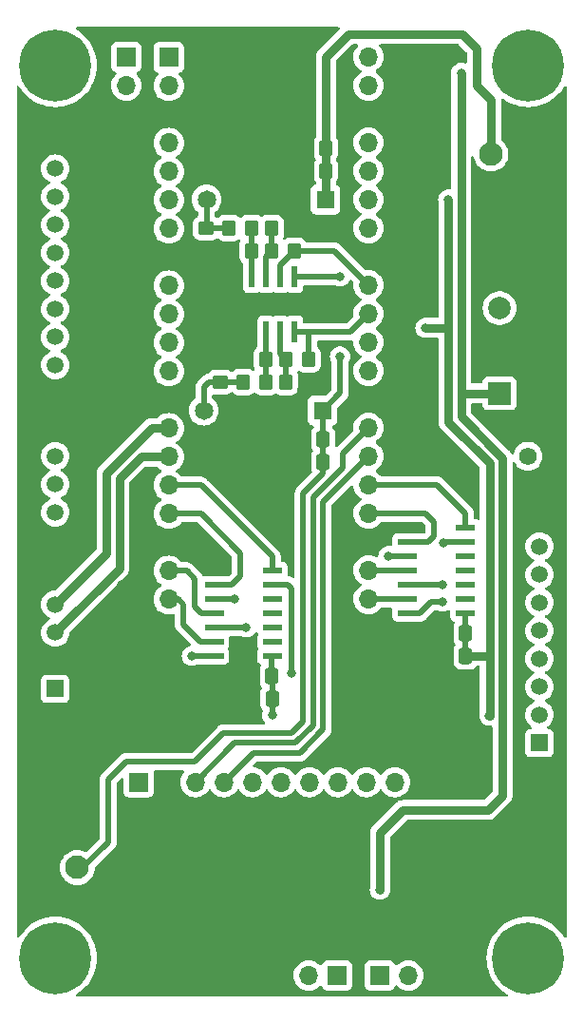
<source format=gbr>
%TF.GenerationSoftware,KiCad,Pcbnew,7.0.5*%
%TF.CreationDate,2023-10-05T13:58:56+07:00*%
%TF.ProjectId,Main_board,4d61696e-5f62-46f6-9172-642e6b696361,rev?*%
%TF.SameCoordinates,Original*%
%TF.FileFunction,Copper,L2,Bot*%
%TF.FilePolarity,Positive*%
%FSLAX46Y46*%
G04 Gerber Fmt 4.6, Leading zero omitted, Abs format (unit mm)*
G04 Created by KiCad (PCBNEW 7.0.5) date 2023-10-05 13:58:56*
%MOMM*%
%LPD*%
G01*
G04 APERTURE LIST*
G04 Aperture macros list*
%AMRoundRect*
0 Rectangle with rounded corners*
0 $1 Rounding radius*
0 $2 $3 $4 $5 $6 $7 $8 $9 X,Y pos of 4 corners*
0 Add a 4 corners polygon primitive as box body*
4,1,4,$2,$3,$4,$5,$6,$7,$8,$9,$2,$3,0*
0 Add four circle primitives for the rounded corners*
1,1,$1+$1,$2,$3*
1,1,$1+$1,$4,$5*
1,1,$1+$1,$6,$7*
1,1,$1+$1,$8,$9*
0 Add four rect primitives between the rounded corners*
20,1,$1+$1,$2,$3,$4,$5,0*
20,1,$1+$1,$4,$5,$6,$7,0*
20,1,$1+$1,$6,$7,$8,$9,0*
20,1,$1+$1,$8,$9,$2,$3,0*%
G04 Aperture macros list end*
%TA.AperFunction,ComponentPad*%
%ADD10R,1.575000X1.575000*%
%TD*%
%TA.AperFunction,ComponentPad*%
%ADD11C,1.575000*%
%TD*%
%TA.AperFunction,ComponentPad*%
%ADD12R,1.700000X1.700000*%
%TD*%
%TA.AperFunction,ComponentPad*%
%ADD13O,1.700000X1.700000*%
%TD*%
%TA.AperFunction,ComponentPad*%
%ADD14C,6.400000*%
%TD*%
%TA.AperFunction,ComponentPad*%
%ADD15R,2.000000X2.000000*%
%TD*%
%TA.AperFunction,ComponentPad*%
%ADD16C,2.000000*%
%TD*%
%TA.AperFunction,ComponentPad*%
%ADD17R,1.508000X1.508000*%
%TD*%
%TA.AperFunction,ComponentPad*%
%ADD18C,1.508000*%
%TD*%
%TA.AperFunction,ComponentPad*%
%ADD19R,2.100000X2.100000*%
%TD*%
%TA.AperFunction,ComponentPad*%
%ADD20C,2.100000*%
%TD*%
%TA.AperFunction,ComponentPad*%
%ADD21C,1.650000*%
%TD*%
%TA.AperFunction,ComponentPad*%
%ADD22R,1.650000X1.650000*%
%TD*%
%TA.AperFunction,SMDPad,CuDef*%
%ADD23RoundRect,0.250000X-0.337500X-0.475000X0.337500X-0.475000X0.337500X0.475000X-0.337500X0.475000X0*%
%TD*%
%TA.AperFunction,SMDPad,CuDef*%
%ADD24RoundRect,0.250000X-0.450000X0.350000X-0.450000X-0.350000X0.450000X-0.350000X0.450000X0.350000X0*%
%TD*%
%TA.AperFunction,SMDPad,CuDef*%
%ADD25RoundRect,0.250000X0.350000X0.450000X-0.350000X0.450000X-0.350000X-0.450000X0.350000X-0.450000X0*%
%TD*%
%TA.AperFunction,SMDPad,CuDef*%
%ADD26R,1.701800X0.533400*%
%TD*%
%TA.AperFunction,SMDPad,CuDef*%
%ADD27RoundRect,0.250000X-0.350000X-0.450000X0.350000X-0.450000X0.350000X0.450000X-0.350000X0.450000X0*%
%TD*%
%TA.AperFunction,SMDPad,CuDef*%
%ADD28RoundRect,0.250000X0.337500X0.475000X-0.337500X0.475000X-0.337500X-0.475000X0.337500X-0.475000X0*%
%TD*%
%TA.AperFunction,SMDPad,CuDef*%
%ADD29R,0.570000X1.970000*%
%TD*%
%TA.AperFunction,SMDPad,CuDef*%
%ADD30RoundRect,0.250000X0.450000X-0.350000X0.450000X0.350000X-0.450000X0.350000X-0.450000X-0.350000X0*%
%TD*%
%TA.AperFunction,ViaPad*%
%ADD31C,0.800000*%
%TD*%
%TA.AperFunction,Conductor*%
%ADD32C,1.270000*%
%TD*%
%TA.AperFunction,Conductor*%
%ADD33C,0.762000*%
%TD*%
%TA.AperFunction,Conductor*%
%ADD34C,0.508000*%
%TD*%
G04 APERTURE END LIST*
D10*
%TO.P,J9,1,1*%
%TO.N,GND*%
X182118000Y-66762000D03*
D11*
%TO.P,J9,2,2*%
%TO.N,Button1*%
X182118000Y-64262000D03*
%TD*%
D12*
%TO.P,J7,1,Pin_1*%
%TO.N,+3V3*%
X168910000Y-110490000D03*
D13*
%TO.P,J7,2,Pin_2*%
X171450000Y-110490000D03*
%TD*%
D12*
%TO.P,J6,1,Pin_1*%
%TO.N,+5V*%
X165105000Y-110490000D03*
D13*
%TO.P,J6,2,Pin_2*%
X162565000Y-110490000D03*
%TD*%
D14*
%TO.P,H1,1*%
%TO.N,N/C*%
X139954000Y-29464000D03*
%TD*%
D12*
%TO.P,J2,1,Pin_1*%
%TO.N,/TX*%
X146304000Y-28702000D03*
D13*
%TO.P,J2,2,Pin_2*%
%TO.N,/RX*%
X146304000Y-31242000D03*
%TO.P,J2,3,Pin_3*%
%TO.N,GND*%
X146304000Y-33782000D03*
%TD*%
D15*
%TO.P,BZ1,1,-*%
%TO.N,+5V*%
X179578000Y-58664000D03*
D16*
%TO.P,BZ1,2,+*%
%TO.N,Net-(BZ1-+)*%
X179578000Y-51064000D03*
%TD*%
D12*
%TO.P,U3,1*%
%TO.N,/TX*%
X150082800Y-28740800D03*
D13*
%TO.P,U3,2*%
%TO.N,/RX*%
X150082800Y-31280800D03*
%TO.P,U3,3*%
%TO.N,GND*%
X150082800Y-33820800D03*
%TO.P,U3,4*%
%TO.N,M1_PWM_R*%
X150082800Y-36360800D03*
%TO.P,U3,5*%
%TO.N,M1_PWM_L*%
X150082800Y-38900800D03*
%TO.P,U3,6*%
%TO.N,M2_PWM_R*%
X150082800Y-41440800D03*
%TO.P,U3,7*%
%TO.N,M2_PWM_L*%
X150082800Y-43980800D03*
%TO.P,U3,8*%
%TO.N,GND*%
X150082800Y-46520800D03*
%TO.P,U3,9*%
%TO.N,M3_PWM_R*%
X150082800Y-49060800D03*
%TO.P,U3,10*%
%TO.N,M3_PWM_L*%
X150082800Y-51600800D03*
%TO.P,U3,11*%
%TO.N,M4_PWM_R*%
X150082800Y-54140800D03*
%TO.P,U3,12*%
%TO.N,M4_PWM_L*%
X150082800Y-56680800D03*
%TO.P,U3,13*%
%TO.N,GND*%
X150082800Y-59220800D03*
%TO.P,U3,14*%
%TO.N,OLED_LASER_SDA*%
X150082800Y-61760800D03*
%TO.P,U3,15*%
%TO.N,OLED_LASER_SCL*%
X150082800Y-64300800D03*
%TO.P,U3,16*%
%TO.N,M4_ENC_B'*%
X150082800Y-66840800D03*
%TO.P,U3,17*%
%TO.N,M4_ENC_A'*%
X150082800Y-69380800D03*
%TO.P,U3,18*%
%TO.N,GND*%
X150082800Y-71920800D03*
%TO.P,U3,19*%
%TO.N,M3_ENC_B'*%
X150082800Y-74460800D03*
%TO.P,U3,20*%
%TO.N,M3_ENC_A'*%
X150082800Y-77000800D03*
%TO.P,U3,21*%
%TO.N,M1_ENC_B'*%
X167894000Y-76962000D03*
%TO.P,U3,22*%
%TO.N,M1_ENC_A'*%
X167894000Y-74422000D03*
%TO.P,U3,23*%
%TO.N,GND*%
X167894000Y-71882000D03*
%TO.P,U3,24*%
%TO.N,M2_ENC_B'*%
X167894000Y-69342000D03*
%TO.P,U3,25*%
%TO.N,M2_ENC_A'*%
X167894000Y-66802000D03*
%TO.P,U3,26*%
%TO.N,MPU_SDA*%
X167894000Y-64262000D03*
%TO.P,U3,27*%
%TO.N,MPU_SCL*%
X167894000Y-61722000D03*
%TO.P,U3,28*%
%TO.N,GND*%
X167894000Y-59182000D03*
%TO.P,U3,29*%
%TO.N,Button1*%
X167894000Y-56642000D03*
%TO.P,U3,30*%
%TO.N,unconnected-(U3-Pad30)*%
X167894000Y-54102000D03*
%TO.P,U3,31*%
%TO.N,ADC0*%
X167894000Y-51562000D03*
%TO.P,U3,32*%
%TO.N,ADC1*%
X167894000Y-49022000D03*
%TO.P,U3,33*%
%TO.N,GND*%
X167894000Y-46482000D03*
%TO.P,U3,34*%
%TO.N,BUZZER1*%
X167894000Y-43942000D03*
%TO.P,U3,35*%
%TO.N,+3V3*%
X167894000Y-41402000D03*
%TO.P,U3,36*%
%TO.N,unconnected-(U3-Pad36)*%
X167894000Y-38862000D03*
%TO.P,U3,37*%
%TO.N,unconnected-(U3-Pad37)*%
X167894000Y-36322000D03*
%TO.P,U3,38*%
%TO.N,GND*%
X167894000Y-33782000D03*
%TO.P,U3,39*%
%TO.N,+5V*%
X167894000Y-31242000D03*
%TO.P,U3,40*%
%TO.N,unconnected-(U3-Pad40)*%
X167894000Y-28702000D03*
%TD*%
D14*
%TO.P,H4,1*%
%TO.N,N/C*%
X182118000Y-108966000D03*
%TD*%
D17*
%TO.P,U5,1,VIN*%
%TO.N,+3V3*%
X139954000Y-84970000D03*
D18*
%TO.P,U5,2,GND*%
%TO.N,GND*%
X139954000Y-82470000D03*
%TO.P,U5,3,SCL*%
%TO.N,OLED_LASER_SCL*%
X139954000Y-79970000D03*
%TO.P,U5,4,SDA*%
%TO.N,OLED_LASER_SDA*%
X139954000Y-77470000D03*
%TD*%
D19*
%TO.P,J4,1,1*%
%TO.N,GND*%
X141922000Y-95803500D03*
D20*
%TO.P,J4,2,2*%
%TO.N,+15V*%
X141922000Y-100883500D03*
%TD*%
D17*
%TO.P,U4,1,GND*%
%TO.N,GND*%
X139954000Y-71762000D03*
D18*
%TO.P,U4,2,VCC*%
%TO.N,+3V3*%
X139954000Y-69262000D03*
%TO.P,U4,3,SCK*%
%TO.N,OLED_LASER_SCL*%
X139954000Y-66762000D03*
%TO.P,U4,4,SDA*%
%TO.N,OLED_LASER_SDA*%
X139954000Y-64262000D03*
%TD*%
D12*
%TO.P,J8,1,Pin_1*%
%TO.N,GND*%
X151130000Y-110490000D03*
D13*
%TO.P,J8,2,Pin_2*%
X153670000Y-110490000D03*
%TO.P,J8,3,Pin_3*%
X156210000Y-110490000D03*
%TO.P,J8,4,Pin_4*%
X158750000Y-110490000D03*
%TD*%
D14*
%TO.P,H3,1*%
%TO.N,N/C*%
X182118000Y-29464000D03*
%TD*%
D17*
%TO.P,J1,1,1*%
%TO.N,GND*%
X139954000Y-58648000D03*
D18*
%TO.P,J1,2,2*%
%TO.N,M4_PWM_L*%
X139954000Y-56148000D03*
%TO.P,J1,3,3*%
%TO.N,M4_PWM_R*%
X139954000Y-53648000D03*
%TO.P,J1,4,4*%
%TO.N,M3_PWM_L*%
X139954000Y-51148000D03*
%TO.P,J1,5,5*%
%TO.N,M3_PWM_R*%
X139954000Y-48648000D03*
%TO.P,J1,6,6*%
%TO.N,M2_PWM_L*%
X139954000Y-46148000D03*
%TO.P,J1,7,7*%
%TO.N,M2_PWM_R*%
X139954000Y-43648000D03*
%TO.P,J1,8,8*%
%TO.N,M1_PWM_L*%
X139954000Y-41148000D03*
%TO.P,J1,9,9*%
%TO.N,M1_PWM_R*%
X139954000Y-38648000D03*
%TD*%
D12*
%TO.P,U1,1,VCC*%
%TO.N,+3V3*%
X147388250Y-93283000D03*
D13*
%TO.P,U1,2,GND*%
%TO.N,GND*%
X149928250Y-93283000D03*
%TO.P,U1,3,SCL*%
%TO.N,MPU_SCL*%
X152468250Y-93283000D03*
%TO.P,U1,4,SDA*%
%TO.N,MPU_SDA*%
X155008250Y-93283000D03*
%TO.P,U1,5,EDA*%
%TO.N,unconnected-(U1-EDA-Pad5)*%
X157548250Y-93283000D03*
%TO.P,U1,6,ECL*%
%TO.N,unconnected-(U1-ECL-Pad6)*%
X160088250Y-93283000D03*
%TO.P,U1,7,AD0*%
%TO.N,unconnected-(U1-AD0-Pad7)*%
X162628250Y-93283000D03*
%TO.P,U1,8,INT*%
%TO.N,unconnected-(U1-INT-Pad8)*%
X165168250Y-93283000D03*
%TO.P,U1,9,NCS*%
%TO.N,unconnected-(U1-NCS-Pad9)*%
X167708250Y-93283000D03*
%TO.P,U1,10,FSYNC*%
%TO.N,unconnected-(U1-FSYNC-Pad10)*%
X170248250Y-93283000D03*
%TD*%
D14*
%TO.P,H2,1*%
%TO.N,N/C*%
X139954000Y-108966000D03*
%TD*%
D19*
%TO.P,J5,1,1*%
%TO.N,GND*%
X178816000Y-42418000D03*
D20*
%TO.P,J5,2,2*%
%TO.N,V_bat*%
X178816000Y-37338000D03*
%TD*%
D17*
%TO.P,J3,1,1*%
%TO.N,M4_ENC_B*%
X183134000Y-89796000D03*
D18*
%TO.P,J3,2,2*%
%TO.N,M4_ENC_A*%
X183134000Y-87296000D03*
%TO.P,J3,3,3*%
%TO.N,M3_ENC_B*%
X183134000Y-84796000D03*
%TO.P,J3,4,4*%
%TO.N,M3_ENC_A*%
X183134000Y-82296000D03*
%TO.P,J3,5,5*%
%TO.N,M2_ENC_B*%
X183134000Y-79796000D03*
%TO.P,J3,6,6*%
%TO.N,M2_ENC_A*%
X183134000Y-77296000D03*
%TO.P,J3,7,7*%
%TO.N,M1_ENC_B*%
X183134000Y-74796000D03*
%TO.P,J3,8,8*%
%TO.N,M1_ENC_A*%
X183134000Y-72296000D03*
%TD*%
D21*
%TO.P,D2,A*%
%TO.N,Net-(D2-PadA)*%
X153196000Y-60198000D03*
D22*
%TO.P,D2,C*%
%TO.N,+15V*%
X163796000Y-60198000D03*
%TD*%
D23*
%TO.P,C11,1*%
%TO.N,GND*%
X157226000Y-85852000D03*
%TO.P,C11,2*%
%TO.N,+3V3*%
X159301000Y-85852000D03*
%TD*%
D24*
%TO.P,R9,1*%
%TO.N,Net-(D3-PadA)*%
X153416000Y-43958000D03*
%TO.P,R9,2*%
%TO.N,GND*%
X153416000Y-45958000D03*
%TD*%
D25*
%TO.P,R15,1*%
%TO.N,GND*%
X161274000Y-43942000D03*
%TO.P,R15,2*%
%TO.N,Net-(U9-IN2-)*%
X159274000Y-43942000D03*
%TD*%
D26*
%TO.P,U6,1,1A*%
%TO.N,M1_ENC_B*%
X171348400Y-78232000D03*
%TO.P,U6,2,1Y*%
%TO.N,M1_ENC_B'*%
X171348400Y-76962000D03*
%TO.P,U6,3,2A*%
%TO.N,M1_ENC_A*%
X171348400Y-75692000D03*
%TO.P,U6,4,2Y*%
%TO.N,M1_ENC_A'*%
X171348400Y-74422000D03*
%TO.P,U6,5,3A*%
%TO.N,M2_ENC_B*%
X171348400Y-73152000D03*
%TO.P,U6,6,3Y*%
%TO.N,M2_ENC_B'*%
X171348400Y-71882000D03*
%TO.P,U6,7,GND*%
%TO.N,GND*%
X171348400Y-70612000D03*
%TO.P,U6,8,4Y*%
%TO.N,M2_ENC_A'*%
X176530000Y-70612000D03*
%TO.P,U6,9,4A*%
%TO.N,M2_ENC_A*%
X176530000Y-71882000D03*
%TO.P,U6,10,5Y*%
%TO.N,unconnected-(U6-5Y-Pad10)*%
X176530000Y-73152000D03*
%TO.P,U6,11,5A*%
%TO.N,unconnected-(U6-5A-Pad11)*%
X176530000Y-74422000D03*
%TO.P,U6,12,6Y*%
%TO.N,unconnected-(U6-6Y-Pad12)*%
X176530000Y-75692000D03*
%TO.P,U6,13,6A*%
%TO.N,unconnected-(U6-6A-Pad13)*%
X176530000Y-76962000D03*
%TO.P,U6,14,VCC*%
%TO.N,+3V3*%
X176530000Y-78232000D03*
%TD*%
D27*
%TO.P,R11,1*%
%TO.N,Net-(D3-PadA)*%
X155464000Y-43942000D03*
%TO.P,R11,2*%
%TO.N,Net-(U9-IN2+)*%
X157464000Y-43942000D03*
%TD*%
D25*
%TO.P,R16,1*%
%TO.N,ADC0*%
X162544000Y-55626000D03*
%TO.P,R16,2*%
%TO.N,Net-(U9-IN1-)*%
X160544000Y-55626000D03*
%TD*%
D28*
%TO.P,C23,1*%
%TO.N,+15V*%
X163851500Y-64770000D03*
%TO.P,C23,2*%
%TO.N,GND*%
X161776500Y-64770000D03*
%TD*%
D23*
%TO.P,C2,1*%
%TO.N,GND*%
X174476500Y-82042000D03*
%TO.P,C2,2*%
%TO.N,+3V3*%
X176551500Y-82042000D03*
%TD*%
%TO.P,C24,1*%
%TO.N,GND*%
X161776500Y-62738000D03*
%TO.P,C24,2*%
%TO.N,+15V*%
X163851500Y-62738000D03*
%TD*%
D26*
%TO.P,U2,1,1A*%
%TO.N,M3_ENC_A*%
X154127200Y-82042000D03*
%TO.P,U2,2,1Y*%
%TO.N,M3_ENC_A'*%
X154127200Y-80772000D03*
%TO.P,U2,3,2A*%
%TO.N,M3_ENC_B*%
X154127200Y-79502000D03*
%TO.P,U2,4,2Y*%
%TO.N,M3_ENC_B'*%
X154127200Y-78232000D03*
%TO.P,U2,5,3A*%
%TO.N,M4_ENC_A*%
X154127200Y-76962000D03*
%TO.P,U2,6,3Y*%
%TO.N,M4_ENC_A'*%
X154127200Y-75692000D03*
%TO.P,U2,7,GND*%
%TO.N,GND*%
X154127200Y-74422000D03*
%TO.P,U2,8,4Y*%
%TO.N,M4_ENC_B'*%
X159308800Y-74422000D03*
%TO.P,U2,9,4A*%
%TO.N,M4_ENC_B*%
X159308800Y-75692000D03*
%TO.P,U2,10,5Y*%
%TO.N,unconnected-(U2-5Y-Pad10)*%
X159308800Y-76962000D03*
%TO.P,U2,11,5A*%
%TO.N,unconnected-(U2-5A-Pad11)*%
X159308800Y-78232000D03*
%TO.P,U2,12,6Y*%
%TO.N,unconnected-(U2-6Y-Pad12)*%
X159308800Y-79502000D03*
%TO.P,U2,13,6A*%
%TO.N,unconnected-(U2-6A-Pad13)*%
X159308800Y-80772000D03*
%TO.P,U2,14,VCC*%
%TO.N,+3V3*%
X159308800Y-82042000D03*
%TD*%
D23*
%TO.P,C26,1*%
%TO.N,GND*%
X162030500Y-38862000D03*
%TO.P,C26,2*%
%TO.N,V_bat*%
X164105500Y-38862000D03*
%TD*%
%TO.P,C3,1*%
%TO.N,GND*%
X174476500Y-80010000D03*
%TO.P,C3,2*%
%TO.N,+3V3*%
X176551500Y-80010000D03*
%TD*%
D29*
%TO.P,U9,1,OUT1*%
%TO.N,ADC0*%
X161290000Y-53210000D03*
%TO.P,U9,2,IN1-*%
%TO.N,Net-(U9-IN1-)*%
X160020000Y-53210000D03*
%TO.P,U9,3,IN1+*%
%TO.N,Net-(U9-IN1+)*%
X158750000Y-53210000D03*
%TO.P,U9,4,VCC-*%
%TO.N,GND*%
X157480000Y-53210000D03*
%TO.P,U9,5,IN2+*%
%TO.N,Net-(U9-IN2+)*%
X157480000Y-48260000D03*
%TO.P,U9,6,IN2-*%
%TO.N,Net-(U9-IN2-)*%
X158750000Y-48260000D03*
%TO.P,U9,7,OUT2*%
%TO.N,ADC1*%
X160020000Y-48260000D03*
%TO.P,U9,8,VCC+*%
%TO.N,+15V*%
X161290000Y-48260000D03*
%TD*%
D25*
%TO.P,R17,1*%
%TO.N,ADC1*%
X161274000Y-45974000D03*
%TO.P,R17,2*%
%TO.N,Net-(U9-IN2-)*%
X159274000Y-45974000D03*
%TD*%
D21*
%TO.P,D3,A*%
%TO.N,Net-(D3-PadA)*%
X153450000Y-41402000D03*
D22*
%TO.P,D3,C*%
%TO.N,V_bat*%
X164050000Y-41402000D03*
%TD*%
D27*
%TO.P,R10,1*%
%TO.N,Net-(D2-PadA)*%
X156734000Y-57658000D03*
%TO.P,R10,2*%
%TO.N,Net-(U9-IN1+)*%
X158734000Y-57658000D03*
%TD*%
D25*
%TO.P,R14,1*%
%TO.N,GND*%
X162544000Y-57658000D03*
%TO.P,R14,2*%
%TO.N,Net-(U9-IN1-)*%
X160544000Y-57658000D03*
%TD*%
D28*
%TO.P,C25,1*%
%TO.N,V_bat*%
X164105500Y-36830000D03*
%TO.P,C25,2*%
%TO.N,GND*%
X162030500Y-36830000D03*
%TD*%
D30*
%TO.P,R8,1*%
%TO.N,Net-(D2-PadA)*%
X154686000Y-57642000D03*
%TO.P,R8,2*%
%TO.N,GND*%
X154686000Y-55642000D03*
%TD*%
D25*
%TO.P,R12,1*%
%TO.N,Net-(U9-IN1+)*%
X158734000Y-55626000D03*
%TO.P,R12,2*%
%TO.N,GND*%
X156734000Y-55626000D03*
%TD*%
%TO.P,R13,1*%
%TO.N,Net-(U9-IN2+)*%
X157464000Y-45974000D03*
%TO.P,R13,2*%
%TO.N,GND*%
X155464000Y-45974000D03*
%TD*%
D23*
%TO.P,C12,1*%
%TO.N,GND*%
X157204500Y-83820000D03*
%TO.P,C12,2*%
%TO.N,+3V3*%
X159279500Y-83820000D03*
%TD*%
D31*
%TO.N,GND*%
X176784000Y-92964000D03*
X142748000Y-91948000D03*
X182372000Y-56388000D03*
X160528000Y-107950000D03*
X184404000Y-36830000D03*
X184150000Y-56388000D03*
X160782000Y-35306000D03*
X177292000Y-94234000D03*
X174244000Y-64770000D03*
X182118000Y-42164000D03*
X153162000Y-39116000D03*
X160528000Y-38608000D03*
X170434000Y-106934000D03*
X160274000Y-70104000D03*
X159258000Y-38608000D03*
X172974000Y-92964000D03*
X137922000Y-91948000D03*
X155956000Y-67564000D03*
X137414000Y-59182000D03*
X144780000Y-78486000D03*
X144780000Y-80518000D03*
X158750000Y-32004000D03*
X170942000Y-51054000D03*
X151130000Y-26670000D03*
X152400000Y-64516000D03*
X183896000Y-45466000D03*
X176276000Y-66294000D03*
X145796000Y-77470000D03*
X156972000Y-28448000D03*
X160782000Y-28448000D03*
X154686000Y-107950000D03*
X183896000Y-42164000D03*
X138176000Y-34036000D03*
X156718000Y-107950000D03*
X182816000Y-36875500D03*
X162814000Y-26924000D03*
X144526000Y-109220000D03*
X156972000Y-32004000D03*
X184404000Y-93726000D03*
X155448000Y-39116000D03*
X175514000Y-101346000D03*
X137922000Y-93218000D03*
X137922000Y-94742000D03*
X145835305Y-75731305D03*
X182816000Y-38653500D03*
X139954000Y-60452000D03*
X154940000Y-51816000D03*
X143510000Y-36830000D03*
X182118000Y-68580000D03*
X162306000Y-28448000D03*
X175006000Y-90424000D03*
X182372000Y-59690000D03*
X184150000Y-62992000D03*
X154940000Y-26924000D03*
X141478000Y-60198000D03*
X156464000Y-96012000D03*
X183896000Y-43688000D03*
X150622000Y-96012000D03*
X139954000Y-34036000D03*
X153162000Y-30226000D03*
X153162000Y-26924000D03*
X153162000Y-53848000D03*
X160782000Y-32004000D03*
X178562000Y-53594000D03*
X150114000Y-81026000D03*
X154178000Y-62484000D03*
X154940000Y-28448000D03*
X153162000Y-48006000D03*
X174244000Y-63246000D03*
X182118000Y-45466000D03*
X143256000Y-59944000D03*
X145542000Y-89916000D03*
X180086000Y-102362000D03*
X159258000Y-40386000D03*
X154178000Y-65786000D03*
X184150000Y-68580000D03*
X181038000Y-40431500D03*
X137922000Y-102616000D03*
X172974000Y-91694000D03*
X160782000Y-66548000D03*
X137922000Y-100584000D03*
X144272000Y-111506000D03*
X155448000Y-37846000D03*
X149606000Y-79502000D03*
X144018000Y-32512000D03*
X172720000Y-51054000D03*
X181038000Y-36875500D03*
X184150000Y-64770000D03*
X149098000Y-84582000D03*
X153162000Y-32004000D03*
X176530000Y-86360000D03*
X137922000Y-96774000D03*
X141732000Y-88900000D03*
X156972000Y-30226000D03*
X184150000Y-54356000D03*
X143764000Y-86868000D03*
X137922000Y-90678000D03*
X155702000Y-62484000D03*
X153162000Y-50038000D03*
X162306000Y-35306000D03*
X184150000Y-49276000D03*
X182372000Y-54356000D03*
X153162000Y-37846000D03*
X145034000Y-57658000D03*
X159258000Y-35306000D03*
X162306000Y-32004000D03*
X160274000Y-68580000D03*
X142748000Y-93218000D03*
X139954000Y-91948000D03*
X172974000Y-94234000D03*
X184150000Y-66802000D03*
X138176000Y-35560000D03*
X147066000Y-111506000D03*
X137922000Y-98806000D03*
X145542000Y-86868000D03*
X172720000Y-49022000D03*
X153162000Y-36576000D03*
X144018000Y-26670000D03*
X141986000Y-35560000D03*
X159004000Y-70104000D03*
X139954000Y-35560000D03*
X182372000Y-61468000D03*
X152654000Y-96012000D03*
X152400000Y-62484000D03*
X145542000Y-88646000D03*
X155448000Y-41910000D03*
X153416000Y-83820000D03*
X184404000Y-38608000D03*
X184150000Y-61468000D03*
X184404000Y-34798000D03*
X139954000Y-88900000D03*
X137922000Y-88900000D03*
X176784000Y-90678000D03*
X155448000Y-36576000D03*
X182118000Y-43688000D03*
X168402000Y-108204000D03*
X154940000Y-32004000D03*
X182372000Y-50800000D03*
X137922000Y-87122000D03*
X172466000Y-64770000D03*
X182118000Y-47244000D03*
X184404000Y-40386000D03*
X143764000Y-88646000D03*
X159258000Y-37084000D03*
X181038000Y-35351500D03*
X170942000Y-85090000D03*
X170688000Y-64770000D03*
X155448000Y-40640000D03*
X184150000Y-52578000D03*
X146812000Y-59944000D03*
X153162000Y-28448000D03*
X143256000Y-57658000D03*
X167386000Y-85090000D03*
X153162000Y-51816000D03*
X184150000Y-59690000D03*
X141732000Y-90678000D03*
X160782000Y-26924000D03*
X155194000Y-83820000D03*
X139954000Y-90678000D03*
X166878000Y-97028000D03*
X160020000Y-64770000D03*
X141732000Y-87122000D03*
X148844000Y-108458000D03*
X154178000Y-64262000D03*
X141922000Y-98343500D03*
X184150000Y-57912000D03*
X154432000Y-96012000D03*
X156972000Y-26924000D03*
X181102000Y-34036000D03*
X158496000Y-107950000D03*
X155448000Y-35306000D03*
X182626000Y-34036000D03*
X143764000Y-90678000D03*
X182372000Y-57912000D03*
X146812000Y-57658000D03*
X145796000Y-79502000D03*
X178308000Y-93218000D03*
X158750000Y-26924000D03*
X178562000Y-55626000D03*
X180340000Y-53594000D03*
X176784000Y-91694000D03*
X145034000Y-59944000D03*
X158750000Y-28448000D03*
X137414000Y-57912000D03*
X184150000Y-50800000D03*
X182372000Y-49276000D03*
X154940000Y-48006000D03*
X173228000Y-108966000D03*
X160528000Y-37084000D03*
X176022000Y-64770000D03*
X138176000Y-60452000D03*
X182816000Y-40431500D03*
X184150000Y-104394000D03*
X160782000Y-30226000D03*
X180340000Y-55626000D03*
X168148000Y-95758000D03*
X172466000Y-62738000D03*
X146050000Y-26670000D03*
X148844000Y-26670000D03*
X184404000Y-33528000D03*
X162306000Y-30226000D03*
X174498000Y-85090000D03*
X176276000Y-85090000D03*
X155702000Y-64262000D03*
X158750000Y-30226000D03*
X160528000Y-40386000D03*
X172466000Y-60706000D03*
X170688000Y-60706000D03*
X182372000Y-52578000D03*
X169164000Y-85090000D03*
X182816000Y-35351500D03*
X152654000Y-107950000D03*
X173990000Y-111252000D03*
X159004000Y-68580000D03*
X151384000Y-88138000D03*
X172720000Y-85090000D03*
X170688000Y-62738000D03*
X153162000Y-35306000D03*
X183896000Y-47244000D03*
X159004000Y-66548000D03*
X154940000Y-50038000D03*
X181038000Y-38653500D03*
X154940000Y-53848000D03*
X141986000Y-34036000D03*
X145542000Y-110490000D03*
X145034000Y-36830000D03*
X170942000Y-49022000D03*
X139954000Y-93218000D03*
X175260000Y-105918000D03*
X139954000Y-87122000D03*
X155702000Y-66040000D03*
X154940000Y-30226000D03*
X162306000Y-107950000D03*
X165354000Y-78740000D03*
%TO.N,+5V*%
X176168000Y-30118000D03*
X168910000Y-102870000D03*
%TO.N,+3V3*%
X172974000Y-52832000D03*
X178670500Y-87376000D03*
X175006000Y-41402000D03*
X159301000Y-87333000D03*
%TO.N,+15V*%
X165354000Y-48260000D03*
X165354000Y-55372000D03*
%TO.N,M1_ENC_A*%
X174498000Y-75692000D03*
%TO.N,M1_ENC_B*%
X174498000Y-77216000D03*
%TO.N,M2_ENC_A*%
X174596757Y-71947838D03*
%TO.N,M2_ENC_B*%
X169672000Y-73152000D03*
%TO.N,M3_ENC_A*%
X152146000Y-82042000D03*
%TO.N,M3_ENC_B*%
X156990500Y-79502000D03*
%TO.N,M4_ENC_A*%
X155956000Y-76962000D03*
%TO.N,M4_ENC_B*%
X161036000Y-83584500D03*
%TD*%
D32*
%TO.N,GND*%
X151384000Y-84582000D02*
X151384000Y-88138000D01*
D33*
X162030500Y-41169500D02*
X161290000Y-41910000D01*
D34*
X174476500Y-82042000D02*
X174476500Y-80010000D01*
X150171000Y-72009000D02*
X150082800Y-71920800D01*
X150645600Y-45958000D02*
X150082800Y-46520800D01*
D33*
X173990000Y-105918000D02*
X152908000Y-105918000D01*
D34*
X153416000Y-45958000D02*
X150645600Y-45958000D01*
X156734000Y-55626000D02*
X154702000Y-55626000D01*
D33*
X162030500Y-36830000D02*
X162030500Y-38862000D01*
X161906000Y-58296000D02*
X162544000Y-57658000D01*
X152908000Y-105918000D02*
X151130000Y-107696000D01*
D32*
X151003000Y-84201000D02*
X151384000Y-84582000D01*
X151003000Y-84201000D02*
X147574000Y-80772000D01*
D34*
X153432000Y-45974000D02*
X153416000Y-45958000D01*
D33*
X147359305Y-75731305D02*
X147574000Y-75946000D01*
D32*
X149059200Y-71920800D02*
X150082800Y-71920800D01*
D33*
X173990000Y-111252000D02*
X173990000Y-105918000D01*
D34*
X155464000Y-45974000D02*
X153432000Y-45974000D01*
D33*
X161776500Y-62738000D02*
X161906000Y-62608500D01*
D34*
X153661600Y-55642000D02*
X150082800Y-59220800D01*
X154127200Y-73355200D02*
X152781000Y-72009000D01*
D32*
X147574000Y-80772000D02*
X147574000Y-79502000D01*
D34*
X154702000Y-55626000D02*
X154686000Y-55642000D01*
D32*
X165354000Y-78740000D02*
X165354000Y-82042000D01*
X147574000Y-75946000D02*
X147574000Y-73406000D01*
D33*
X161290000Y-41910000D02*
X161290000Y-43926000D01*
X145835305Y-75731305D02*
X147359305Y-75731305D01*
X165354000Y-43942000D02*
X167894000Y-46482000D01*
D34*
X154127200Y-74422000D02*
X154127200Y-73355200D01*
X174476500Y-82042000D02*
X165354000Y-82042000D01*
X154686000Y-55642000D02*
X153661600Y-55642000D01*
X169164000Y-70612000D02*
X171348400Y-70612000D01*
D32*
X165354000Y-82042000D02*
X165354000Y-85852000D01*
D33*
X151130000Y-107696000D02*
X151130000Y-110490000D01*
X161906000Y-62608500D02*
X161906000Y-58296000D01*
D32*
X166370000Y-86868000D02*
X173990000Y-86868000D01*
D34*
X151384000Y-85852000D02*
X157226000Y-85852000D01*
D33*
X161274000Y-43942000D02*
X165354000Y-43942000D01*
D34*
X151003000Y-85471000D02*
X151384000Y-85852000D01*
D33*
X161290000Y-43926000D02*
X161274000Y-43942000D01*
D32*
X173990000Y-86868000D02*
X175006000Y-87884000D01*
D33*
X161776500Y-64770000D02*
X161776500Y-62738000D01*
D34*
X152781000Y-72009000D02*
X150171000Y-72009000D01*
X151003000Y-84201000D02*
X151003000Y-85471000D01*
D32*
X147574000Y-73406000D02*
X149059200Y-71920800D01*
D34*
X167894000Y-71882000D02*
X169164000Y-70612000D01*
D33*
X145796000Y-79502000D02*
X147574000Y-79502000D01*
X175260000Y-105918000D02*
X173990000Y-105918000D01*
D32*
X147574000Y-79502000D02*
X147574000Y-75946000D01*
D34*
X157204500Y-83820000D02*
X157204500Y-85830500D01*
D33*
X161776500Y-64770000D02*
X160020000Y-64770000D01*
X162030500Y-38862000D02*
X162030500Y-41169500D01*
D32*
X165354000Y-85852000D02*
X166370000Y-86868000D01*
X175006000Y-87884000D02*
X175006000Y-90424000D01*
D34*
X156734000Y-55626000D02*
X156734000Y-53956000D01*
X156734000Y-53956000D02*
X157480000Y-53210000D01*
X157204500Y-85830500D02*
X157226000Y-85852000D01*
D33*
%TO.N,+5V*%
X168910000Y-97790000D02*
X170942000Y-95758000D01*
X176149000Y-41902317D02*
X176149000Y-58674000D01*
X179832000Y-94488000D02*
X179832000Y-64423554D01*
X176168000Y-41883317D02*
X176149000Y-41902317D01*
X178562000Y-95758000D02*
X179832000Y-94488000D01*
X176168000Y-30118000D02*
X176168000Y-41883317D01*
X168910000Y-102870000D02*
X168910000Y-97790000D01*
X176159000Y-58664000D02*
X176149000Y-58674000D01*
X179578000Y-58664000D02*
X176159000Y-58664000D01*
X176149000Y-60740554D02*
X176149000Y-58674000D01*
X170942000Y-95758000D02*
X178562000Y-95758000D01*
X179832000Y-64423554D02*
X176149000Y-60740554D01*
D34*
%TO.N,+3V3*%
X159301000Y-83841500D02*
X159279500Y-83820000D01*
X159301000Y-87333000D02*
X159301000Y-85852000D01*
X159279500Y-83820000D02*
X159279500Y-82071300D01*
X176551500Y-80010000D02*
X176551500Y-78253500D01*
D33*
X178689000Y-87357500D02*
X178689000Y-82042000D01*
D34*
X176551500Y-78253500D02*
X176530000Y-78232000D01*
D33*
X176551500Y-82042000D02*
X178689000Y-82042000D01*
D34*
X159301000Y-85852000D02*
X159301000Y-83841500D01*
D33*
X178670500Y-87376000D02*
X178689000Y-87357500D01*
X178689000Y-64897000D02*
X175006000Y-61214000D01*
X178689000Y-82042000D02*
X178689000Y-64897000D01*
X175006000Y-61214000D02*
X175006000Y-52832000D01*
D34*
X176551500Y-82042000D02*
X176551500Y-80010000D01*
D33*
X172974000Y-52832000D02*
X175006000Y-52832000D01*
X175006000Y-41402000D02*
X175006000Y-52832000D01*
D34*
X159279500Y-82071300D02*
X159308800Y-82042000D01*
%TO.N,+15V*%
X154940000Y-88900000D02*
X161036000Y-88900000D01*
X146261250Y-91440000D02*
X152400000Y-91440000D01*
X161036000Y-88900000D02*
X162071000Y-87865000D01*
X163851500Y-64770000D02*
X163796000Y-64714500D01*
X165354000Y-58640000D02*
X165354000Y-55372000D01*
X162071000Y-87865000D02*
X162071000Y-67545000D01*
X163796000Y-60198000D02*
X165354000Y-58640000D01*
X163796000Y-64714500D02*
X163796000Y-60198000D01*
X163851500Y-65764500D02*
X163851500Y-64770000D01*
X152400000Y-91440000D02*
X154940000Y-88900000D01*
X144670500Y-98643000D02*
X144670500Y-93030750D01*
X165354000Y-48260000D02*
X161290000Y-48260000D01*
X144670500Y-93030750D02*
X146261250Y-91440000D01*
X162071000Y-67545000D02*
X163851500Y-65764500D01*
X142430000Y-100883500D02*
X144670500Y-98643000D01*
D33*
%TO.N,V_bat*%
X178816000Y-37338000D02*
X178816000Y-32512000D01*
X166116000Y-26670000D02*
X164105500Y-28680500D01*
X164105500Y-41346500D02*
X164050000Y-41402000D01*
X164105500Y-38862000D02*
X164105500Y-41346500D01*
X177546000Y-31242000D02*
X177546000Y-27940000D01*
X164105500Y-28680500D02*
X164105500Y-36830000D01*
X164105500Y-36830000D02*
X164105500Y-38862000D01*
X176276000Y-26670000D02*
X166116000Y-26670000D01*
X178816000Y-32512000D02*
X177546000Y-31242000D01*
X177546000Y-27940000D02*
X176276000Y-26670000D01*
D34*
%TO.N,Net-(D2-PadA)*%
X153686000Y-57642000D02*
X153196000Y-58132000D01*
X154686000Y-57642000D02*
X153686000Y-57642000D01*
X156734000Y-57658000D02*
X154702000Y-57658000D01*
X153196000Y-58132000D02*
X153196000Y-60198000D01*
X154702000Y-57658000D02*
X154686000Y-57642000D01*
%TO.N,Net-(D3-PadA)*%
X153450000Y-41402000D02*
X153450000Y-43924000D01*
X153450000Y-43924000D02*
X153416000Y-43958000D01*
X155448000Y-43958000D02*
X155464000Y-43942000D01*
X153416000Y-43958000D02*
X155448000Y-43958000D01*
%TO.N,M1_ENC_A*%
X171348400Y-75692000D02*
X174498000Y-75692000D01*
%TO.N,M1_ENC_B*%
X171348400Y-78232000D02*
X172466000Y-78232000D01*
X172466000Y-78232000D02*
X173482000Y-77216000D01*
X173482000Y-77216000D02*
X174498000Y-77216000D01*
%TO.N,M2_ENC_A*%
X174596757Y-71947838D02*
X174662595Y-71882000D01*
X174662595Y-71882000D02*
X176530000Y-71882000D01*
%TO.N,M2_ENC_B*%
X171348400Y-73152000D02*
X169672000Y-73152000D01*
%TO.N,M3_ENC_A*%
X154127200Y-82042000D02*
X152146000Y-82042000D01*
%TO.N,M3_ENC_B*%
X154127200Y-79502000D02*
X156990500Y-79502000D01*
%TO.N,M4_ENC_A*%
X154127200Y-76962000D02*
X155956000Y-76962000D01*
%TO.N,M4_ENC_B*%
X161036000Y-76060300D02*
X160667700Y-75692000D01*
X161036000Y-83584500D02*
X161036000Y-76060300D01*
X160667700Y-75692000D02*
X159308800Y-75692000D01*
%TO.N,Net-(U9-IN1+)*%
X158734000Y-57658000D02*
X158734000Y-55626000D01*
X158734000Y-53226000D02*
X158750000Y-53210000D01*
X158734000Y-55626000D02*
X158734000Y-53226000D01*
%TO.N,Net-(U9-IN2+)*%
X157464000Y-43942000D02*
X157464000Y-45974000D01*
X157464000Y-48244000D02*
X157480000Y-48260000D01*
X157464000Y-45974000D02*
X157464000Y-48244000D01*
%TO.N,Net-(U9-IN1-)*%
X160544000Y-57658000D02*
X160544000Y-55626000D01*
X160020000Y-55102000D02*
X160544000Y-55626000D01*
X160020000Y-53210000D02*
X160020000Y-55102000D01*
%TO.N,Net-(U9-IN2-)*%
X158750000Y-48260000D02*
X158750000Y-46498000D01*
X159274000Y-43942000D02*
X159274000Y-45974000D01*
X158750000Y-46498000D02*
X159274000Y-45974000D01*
%TO.N,ADC0*%
X162430000Y-53210000D02*
X162560000Y-53340000D01*
X162544000Y-53356000D02*
X162544000Y-55626000D01*
X166246000Y-53210000D02*
X167894000Y-51562000D01*
X162306000Y-53210000D02*
X166246000Y-53210000D01*
X162560000Y-53340000D02*
X162544000Y-53356000D01*
X161290000Y-53210000D02*
X162430000Y-53210000D01*
%TO.N,ADC1*%
X161274000Y-45974000D02*
X161274000Y-45990000D01*
X161274000Y-45974000D02*
X164846000Y-45974000D01*
X160020000Y-47279579D02*
X160020000Y-48260000D01*
X161274000Y-45990000D02*
X160528000Y-46736000D01*
X160528000Y-46771579D02*
X160020000Y-47279579D01*
X164846000Y-45974000D02*
X167894000Y-49022000D01*
X160528000Y-46736000D02*
X160528000Y-46771579D01*
%TO.N,MPU_SCL*%
X167894000Y-61722000D02*
X165608000Y-64008000D01*
X165608000Y-64008000D02*
X165608000Y-65290764D01*
X165608000Y-65290764D02*
X162960000Y-67938764D01*
X161404236Y-89789000D02*
X155962250Y-89789000D01*
X167894000Y-61722000D02*
X167894000Y-61976000D01*
X155962250Y-89789000D02*
X152468250Y-93283000D01*
X162960000Y-67938764D02*
X162960000Y-88233236D01*
X162960000Y-88233236D02*
X161404236Y-89789000D01*
%TO.N,MPU_SDA*%
X157613250Y-90678000D02*
X155008250Y-93283000D01*
X161772472Y-90678000D02*
X157613250Y-90678000D01*
X163849000Y-68307000D02*
X163849000Y-88601472D01*
X163849000Y-88601472D02*
X161772472Y-90678000D01*
X167894000Y-64262000D02*
X163849000Y-68307000D01*
%TO.N,M1_ENC_A'*%
X171348400Y-74422000D02*
X167894000Y-74422000D01*
%TO.N,M1_ENC_B'*%
X171348400Y-76962000D02*
X167894000Y-76962000D01*
%TO.N,M2_ENC_A'*%
X176530000Y-70612000D02*
X176530000Y-69342000D01*
X173990000Y-66802000D02*
X167894000Y-66802000D01*
X176530000Y-69342000D02*
X173990000Y-66802000D01*
%TO.N,M2_ENC_B'*%
X173228000Y-71882000D02*
X173736000Y-71374000D01*
X172974000Y-69342000D02*
X167894000Y-69342000D01*
X173736000Y-70104000D02*
X172974000Y-69342000D01*
X173736000Y-71374000D02*
X173736000Y-70104000D01*
X171348400Y-71882000D02*
X173228000Y-71882000D01*
D33*
%TO.N,OLED_LASER_SDA*%
X148551200Y-61760800D02*
X144526000Y-65786000D01*
X144526000Y-72898000D02*
X139954000Y-77470000D01*
X150082800Y-61760800D02*
X148551200Y-61760800D01*
X144526000Y-65786000D02*
X144526000Y-72898000D01*
%TO.N,OLED_LASER_SCL*%
X150082800Y-64300800D02*
X147627646Y-64300800D01*
X145669000Y-66259446D02*
X145669000Y-74255000D01*
X145669000Y-74255000D02*
X139954000Y-79970000D01*
X147627646Y-64300800D02*
X145669000Y-66259446D01*
D34*
%TO.N,M4_ENC_B'*%
X152946800Y-66840800D02*
X150082800Y-66840800D01*
X159308800Y-74422000D02*
X159308800Y-73202800D01*
X159308800Y-73202800D02*
X152946800Y-66840800D01*
%TO.N,M4_ENC_A'*%
X155702000Y-75692000D02*
X154127200Y-75692000D01*
X150082800Y-69380800D02*
X152946800Y-69380800D01*
X156464000Y-72898000D02*
X156464000Y-74930000D01*
X156464000Y-74930000D02*
X155702000Y-75692000D01*
X152946800Y-69380800D02*
X156464000Y-72898000D01*
%TO.N,M3_ENC_B'*%
X154127200Y-78232000D02*
X153009600Y-78232000D01*
X151676800Y-74460800D02*
X150082800Y-74460800D01*
X153009600Y-78232000D02*
X152400000Y-77622400D01*
X152400000Y-75184000D02*
X151676800Y-74460800D01*
X152400000Y-77622400D02*
X152400000Y-75184000D01*
%TO.N,M3_ENC_A'*%
X150914800Y-77000800D02*
X151384000Y-77470000D01*
X151384000Y-79248000D02*
X152908000Y-80772000D01*
X151384000Y-77470000D02*
X151384000Y-79248000D01*
X150082800Y-77000800D02*
X150914800Y-77000800D01*
X152908000Y-80772000D02*
X154127200Y-80772000D01*
%TD*%
%TA.AperFunction,Conductor*%
%TO.N,GND*%
G36*
X165271547Y-26055185D02*
G01*
X165317302Y-26107989D01*
X165327246Y-26177147D01*
X165298221Y-26240703D01*
X165292189Y-26247181D01*
X163509315Y-28030055D01*
X163505612Y-28033468D01*
X163461760Y-28070718D01*
X163461759Y-28070719D01*
X163411458Y-28136889D01*
X163410425Y-28138211D01*
X163374400Y-28183029D01*
X163358382Y-28202956D01*
X163358377Y-28202964D01*
X163358254Y-28203213D01*
X163345908Y-28223118D01*
X163345731Y-28223350D01*
X163345724Y-28223362D01*
X163310836Y-28298770D01*
X163310111Y-28300283D01*
X163273193Y-28374726D01*
X163273190Y-28374733D01*
X163273124Y-28375001D01*
X163265340Y-28397110D01*
X163265220Y-28397369D01*
X163265218Y-28397374D01*
X163247352Y-28478534D01*
X163246969Y-28480168D01*
X163226919Y-28560794D01*
X163226918Y-28560802D01*
X163226911Y-28561076D01*
X163224061Y-28584353D01*
X163224000Y-28584626D01*
X163224000Y-28667696D01*
X163223977Y-28669374D01*
X163221727Y-28752462D01*
X163221778Y-28752728D01*
X163224000Y-28776098D01*
X163224000Y-35786269D01*
X163204315Y-35853308D01*
X163187684Y-35873948D01*
X163175288Y-35886344D01*
X163083187Y-36035663D01*
X163083185Y-36035668D01*
X163068581Y-36079741D01*
X163028001Y-36202203D01*
X163028001Y-36202204D01*
X163028000Y-36202204D01*
X163017500Y-36304983D01*
X163017500Y-37355001D01*
X163017501Y-37355019D01*
X163028000Y-37457796D01*
X163028001Y-37457799D01*
X163083185Y-37624331D01*
X163083187Y-37624336D01*
X163179080Y-37779803D01*
X163176611Y-37781325D01*
X163197816Y-37833871D01*
X163184784Y-37902514D01*
X163178710Y-37911969D01*
X163179080Y-37912198D01*
X163175290Y-37918341D01*
X163175288Y-37918344D01*
X163130722Y-37990597D01*
X163083187Y-38067663D01*
X163083185Y-38067666D01*
X163083186Y-38067666D01*
X163028001Y-38234203D01*
X163028001Y-38234204D01*
X163028000Y-38234204D01*
X163017500Y-38336983D01*
X163017500Y-39387001D01*
X163017501Y-39387019D01*
X163028000Y-39489796D01*
X163028001Y-39489799D01*
X163068718Y-39612672D01*
X163083186Y-39656334D01*
X163175288Y-39805656D01*
X163187681Y-39818049D01*
X163221165Y-39879367D01*
X163224000Y-39905729D01*
X163224000Y-39960077D01*
X163204315Y-40027116D01*
X163151511Y-40072871D01*
X163124846Y-40080187D01*
X163125068Y-40081124D01*
X163117520Y-40082907D01*
X162982671Y-40133202D01*
X162982664Y-40133206D01*
X162867455Y-40219452D01*
X162867452Y-40219455D01*
X162781206Y-40334664D01*
X162781202Y-40334671D01*
X162730908Y-40469517D01*
X162725658Y-40518354D01*
X162724501Y-40529123D01*
X162724500Y-40529135D01*
X162724500Y-42274870D01*
X162724501Y-42274876D01*
X162730908Y-42334483D01*
X162781202Y-42469328D01*
X162781206Y-42469335D01*
X162867452Y-42584544D01*
X162867455Y-42584547D01*
X162982664Y-42670793D01*
X162982671Y-42670797D01*
X163117517Y-42721091D01*
X163117516Y-42721091D01*
X163124444Y-42721835D01*
X163177127Y-42727500D01*
X164922872Y-42727499D01*
X164982483Y-42721091D01*
X165117331Y-42670796D01*
X165232546Y-42584546D01*
X165318796Y-42469331D01*
X165369091Y-42334483D01*
X165375500Y-42274873D01*
X165375499Y-40529128D01*
X165369091Y-40469517D01*
X165363645Y-40454916D01*
X165318797Y-40334671D01*
X165318793Y-40334664D01*
X165232547Y-40219455D01*
X165232544Y-40219452D01*
X165117334Y-40133205D01*
X165117332Y-40133204D01*
X165067665Y-40114679D01*
X165011732Y-40072807D01*
X164987316Y-40007343D01*
X164987000Y-39998498D01*
X164987000Y-39905729D01*
X165006685Y-39838690D01*
X165023312Y-39818055D01*
X165035712Y-39805656D01*
X165127814Y-39656334D01*
X165182999Y-39489797D01*
X165193500Y-39387009D01*
X165193499Y-38336992D01*
X165182999Y-38234203D01*
X165127814Y-38067666D01*
X165035712Y-37918344D01*
X165035710Y-37918342D01*
X165031920Y-37912197D01*
X165034388Y-37910674D01*
X165013184Y-37858129D01*
X165026216Y-37789486D01*
X165032291Y-37780032D01*
X165031920Y-37779803D01*
X165035710Y-37773657D01*
X165035712Y-37773656D01*
X165127814Y-37624334D01*
X165182999Y-37457797D01*
X165193500Y-37355009D01*
X165193499Y-36304992D01*
X165182999Y-36202203D01*
X165127814Y-36035666D01*
X165035712Y-35886344D01*
X165023316Y-35873948D01*
X164989833Y-35812624D01*
X164987000Y-35786269D01*
X164987000Y-29096990D01*
X165006685Y-29029951D01*
X165023319Y-29009309D01*
X166444810Y-27587819D01*
X166506133Y-27554334D01*
X166532491Y-27551500D01*
X166835241Y-27551500D01*
X166902280Y-27571185D01*
X166948035Y-27623989D01*
X166957979Y-27693147D01*
X166928954Y-27756703D01*
X166922922Y-27763181D01*
X166855505Y-27830597D01*
X166719965Y-28024169D01*
X166719964Y-28024171D01*
X166620098Y-28238335D01*
X166620094Y-28238344D01*
X166558938Y-28466586D01*
X166558936Y-28466596D01*
X166538341Y-28701999D01*
X166538341Y-28702000D01*
X166558936Y-28937403D01*
X166558938Y-28937413D01*
X166620094Y-29165655D01*
X166620096Y-29165659D01*
X166620097Y-29165663D01*
X166625058Y-29176301D01*
X166719965Y-29379830D01*
X166719967Y-29379834D01*
X166855501Y-29573395D01*
X166855506Y-29573402D01*
X167022597Y-29740493D01*
X167022603Y-29740498D01*
X167208158Y-29870425D01*
X167251783Y-29925002D01*
X167258977Y-29994500D01*
X167227454Y-30056855D01*
X167208158Y-30073575D01*
X167022597Y-30203505D01*
X166855505Y-30370597D01*
X166719965Y-30564169D01*
X166719964Y-30564171D01*
X166620098Y-30778335D01*
X166620094Y-30778344D01*
X166558938Y-31006586D01*
X166558936Y-31006596D01*
X166538341Y-31241999D01*
X166538341Y-31242000D01*
X166558936Y-31477403D01*
X166558938Y-31477413D01*
X166620094Y-31705655D01*
X166620096Y-31705659D01*
X166620097Y-31705663D01*
X166719965Y-31919829D01*
X166719965Y-31919830D01*
X166719967Y-31919834D01*
X166828281Y-32074521D01*
X166855505Y-32113401D01*
X167022599Y-32280495D01*
X167119384Y-32348265D01*
X167216165Y-32416032D01*
X167216167Y-32416033D01*
X167216170Y-32416035D01*
X167430337Y-32515903D01*
X167658592Y-32577063D01*
X167846918Y-32593539D01*
X167893999Y-32597659D01*
X167894000Y-32597659D01*
X167894001Y-32597659D01*
X167933234Y-32594226D01*
X168129408Y-32577063D01*
X168357663Y-32515903D01*
X168571830Y-32416035D01*
X168765401Y-32280495D01*
X168932495Y-32113401D01*
X169068035Y-31919830D01*
X169167903Y-31705663D01*
X169229063Y-31477408D01*
X169249659Y-31242000D01*
X169229063Y-31006592D01*
X169167903Y-30778337D01*
X169068035Y-30564171D01*
X168932495Y-30370599D01*
X168932494Y-30370597D01*
X168765402Y-30203506D01*
X168765396Y-30203501D01*
X168579842Y-30073575D01*
X168536217Y-30018998D01*
X168529023Y-29949500D01*
X168560546Y-29887145D01*
X168579842Y-29870425D01*
X168602026Y-29854891D01*
X168765401Y-29740495D01*
X168932495Y-29573401D01*
X169068035Y-29379830D01*
X169167903Y-29165663D01*
X169229063Y-28937408D01*
X169249659Y-28702000D01*
X169248921Y-28693570D01*
X169237305Y-28560794D01*
X169229063Y-28466592D01*
X169167903Y-28238337D01*
X169068035Y-28024171D01*
X169035953Y-27978352D01*
X168932494Y-27830597D01*
X168865078Y-27763181D01*
X168831593Y-27701858D01*
X168836577Y-27632166D01*
X168878449Y-27576233D01*
X168943913Y-27551816D01*
X168952759Y-27551500D01*
X175859509Y-27551500D01*
X175926548Y-27571185D01*
X175947190Y-27587819D01*
X176628181Y-28268809D01*
X176661666Y-28330132D01*
X176664500Y-28356490D01*
X176664500Y-29162392D01*
X176644815Y-29229431D01*
X176592011Y-29275186D01*
X176522853Y-29285130D01*
X176490065Y-29275672D01*
X176447802Y-29256855D01*
X176302000Y-29225865D01*
X176262646Y-29217500D01*
X176073354Y-29217500D01*
X176040897Y-29224398D01*
X175888197Y-29256855D01*
X175888192Y-29256857D01*
X175715270Y-29333848D01*
X175715265Y-29333851D01*
X175562129Y-29445111D01*
X175435466Y-29585785D01*
X175340821Y-29749715D01*
X175340818Y-29749722D01*
X175282327Y-29929740D01*
X175282326Y-29929744D01*
X175262540Y-30118000D01*
X175277382Y-30259218D01*
X175282327Y-30306261D01*
X175283678Y-30312617D01*
X175282396Y-30312889D01*
X175286500Y-30338741D01*
X175286500Y-40387877D01*
X175266815Y-40454916D01*
X175214011Y-40500671D01*
X175144853Y-40510615D01*
X175136721Y-40509168D01*
X175100646Y-40501500D01*
X174911354Y-40501500D01*
X174878897Y-40508398D01*
X174726197Y-40540855D01*
X174726192Y-40540857D01*
X174553270Y-40617848D01*
X174553265Y-40617851D01*
X174400129Y-40729111D01*
X174273466Y-40869785D01*
X174178821Y-41033715D01*
X174178818Y-41033722D01*
X174123038Y-41205396D01*
X174120326Y-41213744D01*
X174100540Y-41402000D01*
X174119112Y-41578708D01*
X174120327Y-41590261D01*
X174121678Y-41596617D01*
X174120396Y-41596889D01*
X174124500Y-41622741D01*
X174124500Y-51826500D01*
X174104815Y-51893539D01*
X174052011Y-51939294D01*
X174000500Y-51950500D01*
X173171066Y-51950500D01*
X173145285Y-51947790D01*
X173105314Y-51939294D01*
X173068646Y-51931500D01*
X172879354Y-51931500D01*
X172846897Y-51938398D01*
X172694197Y-51970855D01*
X172694192Y-51970857D01*
X172521270Y-52047848D01*
X172521265Y-52047851D01*
X172368129Y-52159111D01*
X172241466Y-52299785D01*
X172146821Y-52463715D01*
X172146818Y-52463722D01*
X172088327Y-52643740D01*
X172088326Y-52643744D01*
X172068540Y-52832000D01*
X172088326Y-53020256D01*
X172088327Y-53020259D01*
X172146818Y-53200277D01*
X172146821Y-53200284D01*
X172241467Y-53364216D01*
X172300097Y-53429331D01*
X172368129Y-53504888D01*
X172521265Y-53616148D01*
X172521270Y-53616151D01*
X172694192Y-53693142D01*
X172694197Y-53693144D01*
X172879354Y-53732500D01*
X172879355Y-53732500D01*
X173068645Y-53732500D01*
X173068646Y-53732500D01*
X173145285Y-53716209D01*
X173171066Y-53713500D01*
X174000500Y-53713500D01*
X174067539Y-53733185D01*
X174113294Y-53785989D01*
X174124500Y-53837500D01*
X174124500Y-61175646D01*
X174124295Y-61180681D01*
X174119626Y-61238008D01*
X174119627Y-61238014D01*
X174130846Y-61320365D01*
X174131050Y-61322030D01*
X174140033Y-61404613D01*
X174140033Y-61404616D01*
X174140120Y-61404872D01*
X174145471Y-61427705D01*
X174145509Y-61427987D01*
X174145511Y-61427994D01*
X174174182Y-61506036D01*
X174174739Y-61507619D01*
X174201256Y-61586317D01*
X174201401Y-61586559D01*
X174211532Y-61607700D01*
X174211627Y-61607960D01*
X174211631Y-61607967D01*
X174211632Y-61607970D01*
X174256372Y-61677965D01*
X174257257Y-61679392D01*
X174289439Y-61732879D01*
X174300107Y-61750608D01*
X174300108Y-61750610D01*
X174300294Y-61750806D01*
X174314748Y-61769294D01*
X174314893Y-61769521D01*
X174314897Y-61769526D01*
X174373632Y-61828261D01*
X174374804Y-61829465D01*
X174431960Y-61889805D01*
X174431963Y-61889807D01*
X174432187Y-61889959D01*
X174450285Y-61904914D01*
X177771182Y-65225811D01*
X177804666Y-65287132D01*
X177807500Y-65313490D01*
X177807500Y-69793131D01*
X177787815Y-69860170D01*
X177735011Y-69905925D01*
X177665853Y-69915869D01*
X177631592Y-69904465D01*
X177631541Y-69904603D01*
X177627702Y-69903171D01*
X177624075Y-69901964D01*
X177623233Y-69901504D01*
X177488382Y-69851208D01*
X177488383Y-69851208D01*
X177428783Y-69844801D01*
X177428781Y-69844800D01*
X177428773Y-69844800D01*
X177428765Y-69844800D01*
X177408500Y-69844800D01*
X177341461Y-69825115D01*
X177295706Y-69772311D01*
X177284500Y-69720800D01*
X177284500Y-69405992D01*
X177285809Y-69388022D01*
X177286867Y-69380799D01*
X177289314Y-69364093D01*
X177284735Y-69311763D01*
X177284500Y-69306361D01*
X177284500Y-69298066D01*
X177284499Y-69298051D01*
X177280772Y-69266167D01*
X177280597Y-69264466D01*
X177273942Y-69188388D01*
X177273940Y-69188383D01*
X177272482Y-69181318D01*
X177272535Y-69181306D01*
X177270878Y-69173830D01*
X177270825Y-69173843D01*
X177269160Y-69166820D01*
X177269160Y-69166816D01*
X177247241Y-69106592D01*
X177243057Y-69095097D01*
X177242465Y-69093394D01*
X177236593Y-69075676D01*
X177218464Y-69020964D01*
X177218458Y-69020954D01*
X177215410Y-69014416D01*
X177215460Y-69014392D01*
X177212128Y-69007509D01*
X177212079Y-69007534D01*
X177208838Y-69001083D01*
X177208836Y-69001076D01*
X177166876Y-68937279D01*
X177165912Y-68935764D01*
X177154423Y-68917137D01*
X177125870Y-68870846D01*
X177125869Y-68870845D01*
X177125868Y-68870843D01*
X177121392Y-68865183D01*
X177121434Y-68865149D01*
X177116597Y-68859211D01*
X177116556Y-68859246D01*
X177111912Y-68853712D01*
X177056405Y-68801344D01*
X177055111Y-68800087D01*
X174568766Y-66313742D01*
X174556984Y-66300109D01*
X174546283Y-66285735D01*
X174542539Y-66280706D01*
X174542537Y-66280704D01*
X174542538Y-66280704D01*
X174514932Y-66257541D01*
X174502285Y-66246928D01*
X174498310Y-66243286D01*
X174495371Y-66240347D01*
X174492443Y-66237418D01*
X174467280Y-66217522D01*
X174465882Y-66216383D01*
X174407427Y-66167333D01*
X174401394Y-66163365D01*
X174401422Y-66163321D01*
X174394961Y-66159204D01*
X174394934Y-66159250D01*
X174388790Y-66155460D01*
X174319625Y-66123208D01*
X174318002Y-66122422D01*
X174249815Y-66088177D01*
X174243031Y-66085708D01*
X174243049Y-66085658D01*
X174235807Y-66083141D01*
X174235791Y-66083191D01*
X174228939Y-66080920D01*
X174168614Y-66068464D01*
X174154192Y-66065486D01*
X174152445Y-66065099D01*
X174078181Y-66047498D01*
X174071014Y-66046661D01*
X174071020Y-66046607D01*
X174063405Y-66045829D01*
X174063401Y-66045883D01*
X174056210Y-66045253D01*
X173979903Y-66047474D01*
X173978100Y-66047500D01*
X169078901Y-66047500D01*
X169011862Y-66027815D01*
X168977326Y-65994624D01*
X168959663Y-65969399D01*
X168932495Y-65930599D01*
X168765401Y-65763505D01*
X168765399Y-65763504D01*
X168765396Y-65763501D01*
X168579842Y-65633575D01*
X168536217Y-65578998D01*
X168529023Y-65509500D01*
X168560546Y-65447145D01*
X168579842Y-65430425D01*
X168649425Y-65381702D01*
X168765401Y-65300495D01*
X168932495Y-65133401D01*
X169068035Y-64939830D01*
X169167903Y-64725663D01*
X169229063Y-64497408D01*
X169249659Y-64262000D01*
X169229063Y-64026592D01*
X169178299Y-63837135D01*
X169167905Y-63798344D01*
X169167904Y-63798343D01*
X169167903Y-63798337D01*
X169068035Y-63584171D01*
X169031739Y-63532334D01*
X168932494Y-63390597D01*
X168765402Y-63223506D01*
X168765396Y-63223501D01*
X168579842Y-63093575D01*
X168536217Y-63038998D01*
X168529023Y-62969500D01*
X168560546Y-62907145D01*
X168579842Y-62890425D01*
X168602026Y-62874891D01*
X168765401Y-62760495D01*
X168932495Y-62593401D01*
X169068035Y-62399830D01*
X169167903Y-62185663D01*
X169229063Y-61957408D01*
X169249659Y-61722000D01*
X169229063Y-61486592D01*
X169167903Y-61258337D01*
X169068035Y-61044171D01*
X169044934Y-61011178D01*
X168932494Y-60850597D01*
X168765402Y-60683506D01*
X168765395Y-60683501D01*
X168571834Y-60547967D01*
X168571830Y-60547965D01*
X168571830Y-60547964D01*
X168357663Y-60448097D01*
X168357659Y-60448096D01*
X168357655Y-60448094D01*
X168129413Y-60386938D01*
X168129403Y-60386936D01*
X167894001Y-60366341D01*
X167893999Y-60366341D01*
X167658596Y-60386936D01*
X167658586Y-60386938D01*
X167430344Y-60448094D01*
X167430335Y-60448098D01*
X167216171Y-60547964D01*
X167216169Y-60547965D01*
X167022597Y-60683505D01*
X166855505Y-60850597D01*
X166719965Y-61044169D01*
X166719964Y-61044171D01*
X166620098Y-61258335D01*
X166620094Y-61258344D01*
X166558938Y-61486586D01*
X166558936Y-61486596D01*
X166538341Y-61721999D01*
X166538341Y-61722001D01*
X166556522Y-61929811D01*
X166542755Y-61998311D01*
X166520675Y-62028299D01*
X165146540Y-63402434D01*
X165085217Y-63435919D01*
X165015525Y-63430935D01*
X164959592Y-63389063D01*
X164935175Y-63323599D01*
X164935501Y-63302149D01*
X164935994Y-63297326D01*
X164939500Y-63263009D01*
X164939499Y-62212992D01*
X164936707Y-62185664D01*
X164928999Y-62110203D01*
X164928998Y-62110200D01*
X164873814Y-61943666D01*
X164781712Y-61794344D01*
X164701751Y-61714383D01*
X164668266Y-61653060D01*
X164673250Y-61583368D01*
X164715122Y-61527435D01*
X164746098Y-61510520D01*
X164863331Y-61466796D01*
X164978546Y-61380546D01*
X165064796Y-61265331D01*
X165115091Y-61130483D01*
X165121500Y-61070873D01*
X165121499Y-59990884D01*
X165141184Y-59923846D01*
X165157813Y-59903209D01*
X165842264Y-59218758D01*
X165855883Y-59206988D01*
X165875294Y-59192539D01*
X165909075Y-59152279D01*
X165912709Y-59148313D01*
X165918583Y-59142441D01*
X165938534Y-59117207D01*
X165939535Y-59115978D01*
X165988667Y-59057427D01*
X165988670Y-59057420D01*
X165992637Y-59051390D01*
X165992683Y-59051420D01*
X165996795Y-59044965D01*
X165996748Y-59044936D01*
X166000532Y-59038799D01*
X166000539Y-59038791D01*
X166032798Y-58969608D01*
X166033562Y-58968031D01*
X166067824Y-58899811D01*
X166067827Y-58899795D01*
X166070293Y-58893024D01*
X166070346Y-58893043D01*
X166072858Y-58885815D01*
X166072807Y-58885798D01*
X166075077Y-58878945D01*
X166075077Y-58878943D01*
X166075079Y-58878940D01*
X166090518Y-58804162D01*
X166090901Y-58802440D01*
X166108500Y-58728188D01*
X166108499Y-58728185D01*
X166109339Y-58721012D01*
X166109394Y-58721018D01*
X166110172Y-58713409D01*
X166110116Y-58713405D01*
X166110744Y-58706212D01*
X166110746Y-58706206D01*
X166108526Y-58629903D01*
X166108500Y-58628100D01*
X166108500Y-55899392D01*
X166125113Y-55837392D01*
X166141276Y-55809397D01*
X166181179Y-55740284D01*
X166239674Y-55560256D01*
X166259460Y-55372000D01*
X166239674Y-55183744D01*
X166181179Y-55003716D01*
X166086533Y-54839784D01*
X165959871Y-54699112D01*
X165959870Y-54699111D01*
X165806734Y-54587851D01*
X165806729Y-54587848D01*
X165633807Y-54510857D01*
X165633802Y-54510855D01*
X165462802Y-54474509D01*
X165448646Y-54471500D01*
X165259354Y-54471500D01*
X165245198Y-54474509D01*
X165074197Y-54510855D01*
X165074192Y-54510857D01*
X164901270Y-54587848D01*
X164901265Y-54587851D01*
X164748129Y-54699111D01*
X164621466Y-54839785D01*
X164526821Y-55003715D01*
X164526818Y-55003722D01*
X164468463Y-55183322D01*
X164468326Y-55183744D01*
X164448540Y-55372000D01*
X164468326Y-55560256D01*
X164468327Y-55560259D01*
X164526818Y-55740277D01*
X164526821Y-55740284D01*
X164544323Y-55770599D01*
X164582887Y-55837392D01*
X164599500Y-55899392D01*
X164599500Y-58276113D01*
X164579815Y-58343152D01*
X164563181Y-58363794D01*
X164090793Y-58836181D01*
X164029470Y-58869666D01*
X164003112Y-58872500D01*
X162923129Y-58872500D01*
X162923123Y-58872501D01*
X162863516Y-58878908D01*
X162728671Y-58929202D01*
X162728664Y-58929206D01*
X162613455Y-59015452D01*
X162613452Y-59015455D01*
X162527206Y-59130664D01*
X162527202Y-59130671D01*
X162476908Y-59265517D01*
X162470501Y-59325116D01*
X162470500Y-59325135D01*
X162470500Y-61070870D01*
X162470501Y-61070876D01*
X162476908Y-61130483D01*
X162527202Y-61265328D01*
X162527206Y-61265335D01*
X162613452Y-61380544D01*
X162613455Y-61380547D01*
X162728664Y-61466793D01*
X162728671Y-61466797D01*
X162863517Y-61517091D01*
X162863515Y-61517091D01*
X162908327Y-61521909D01*
X162972878Y-61548647D01*
X163012726Y-61606040D01*
X163015219Y-61675865D01*
X162982753Y-61732879D01*
X162921287Y-61794345D01*
X162829187Y-61943663D01*
X162829185Y-61943668D01*
X162811078Y-61998311D01*
X162774001Y-62110203D01*
X162774001Y-62110204D01*
X162774000Y-62110204D01*
X162763500Y-62212983D01*
X162763500Y-63263001D01*
X162763501Y-63263019D01*
X162774000Y-63365796D01*
X162774001Y-63365799D01*
X162817736Y-63497780D01*
X162829186Y-63532334D01*
X162890880Y-63632357D01*
X162925080Y-63687803D01*
X162922621Y-63689319D01*
X162943822Y-63741940D01*
X162930751Y-63810576D01*
X162924713Y-63819970D01*
X162925080Y-63820197D01*
X162829187Y-63975663D01*
X162829185Y-63975668D01*
X162808699Y-64037492D01*
X162774001Y-64142203D01*
X162774001Y-64142204D01*
X162774000Y-64142204D01*
X162763500Y-64244983D01*
X162763500Y-65295001D01*
X162763501Y-65295019D01*
X162774000Y-65397796D01*
X162774001Y-65397799D01*
X162829185Y-65564331D01*
X162829190Y-65564342D01*
X162837019Y-65577034D01*
X162855460Y-65644426D01*
X162834538Y-65711090D01*
X162819162Y-65729812D01*
X161582742Y-66966232D01*
X161569113Y-66978011D01*
X161549706Y-66992459D01*
X161515939Y-67032700D01*
X161512295Y-67036678D01*
X161506418Y-67042556D01*
X161486531Y-67067708D01*
X161485393Y-67069104D01*
X161436334Y-67127571D01*
X161432366Y-67133605D01*
X161432322Y-67133576D01*
X161428209Y-67140031D01*
X161428254Y-67140059D01*
X161424462Y-67146206D01*
X161392200Y-67215388D01*
X161391416Y-67217008D01*
X161357175Y-67285191D01*
X161354704Y-67291979D01*
X161354655Y-67291961D01*
X161352141Y-67299193D01*
X161352191Y-67299210D01*
X161349920Y-67306062D01*
X161334489Y-67380794D01*
X161334099Y-67382553D01*
X161316499Y-67456816D01*
X161315661Y-67463987D01*
X161315607Y-67463980D01*
X161314830Y-67471596D01*
X161314883Y-67471601D01*
X161314253Y-67478790D01*
X161316474Y-67555095D01*
X161316500Y-67556898D01*
X161316500Y-74985559D01*
X161296815Y-75052598D01*
X161244011Y-75098353D01*
X161174853Y-75108297D01*
X161112795Y-75080549D01*
X161085126Y-75057332D01*
X161079094Y-75053365D01*
X161079122Y-75053321D01*
X161072661Y-75049204D01*
X161072634Y-75049250D01*
X161066490Y-75045460D01*
X160997325Y-75013208D01*
X160995702Y-75012422D01*
X160927515Y-74978177D01*
X160920731Y-74975708D01*
X160920749Y-74975658D01*
X160913507Y-74973141D01*
X160913491Y-74973191D01*
X160906639Y-74970920D01*
X160838642Y-74956880D01*
X160831892Y-74955486D01*
X160830145Y-74955099D01*
X160825512Y-74954001D01*
X160755888Y-74937500D01*
X160755886Y-74937500D01*
X160748861Y-74935835D01*
X160749555Y-74932904D01*
X160697757Y-74910872D01*
X160658455Y-74853104D01*
X160653186Y-74801806D01*
X160653811Y-74796000D01*
X160660200Y-74736573D01*
X160660199Y-74107428D01*
X160653791Y-74047817D01*
X160634891Y-73997144D01*
X160603497Y-73912971D01*
X160603493Y-73912964D01*
X160517247Y-73797755D01*
X160517244Y-73797752D01*
X160402035Y-73711506D01*
X160402028Y-73711502D01*
X160267182Y-73661208D01*
X160267183Y-73661208D01*
X160207583Y-73654801D01*
X160207581Y-73654800D01*
X160207573Y-73654800D01*
X160207565Y-73654800D01*
X160187300Y-73654800D01*
X160120261Y-73635115D01*
X160074506Y-73582311D01*
X160063300Y-73530800D01*
X160063300Y-73266799D01*
X160064609Y-73248829D01*
X160066557Y-73235527D01*
X160068115Y-73224894D01*
X160063535Y-73172553D01*
X160063300Y-73167150D01*
X160063300Y-73158866D01*
X160063300Y-73158859D01*
X160059577Y-73127002D01*
X160059398Y-73125259D01*
X160052743Y-73049188D01*
X160052741Y-73049184D01*
X160051283Y-73042119D01*
X160051336Y-73042107D01*
X160049678Y-73034627D01*
X160049624Y-73034640D01*
X160047960Y-73027622D01*
X160047960Y-73027616D01*
X160021848Y-72955877D01*
X160021280Y-72954243D01*
X159997264Y-72881765D01*
X159997262Y-72881761D01*
X159994209Y-72875212D01*
X159994258Y-72875189D01*
X159990925Y-72868304D01*
X159990876Y-72868329D01*
X159987633Y-72861871D01*
X159971556Y-72837428D01*
X159945660Y-72798055D01*
X159944762Y-72796646D01*
X159904671Y-72731646D01*
X159904670Y-72731644D01*
X159900194Y-72725984D01*
X159900236Y-72725950D01*
X159895397Y-72720010D01*
X159895356Y-72720046D01*
X159890712Y-72714512D01*
X159835223Y-72662161D01*
X159833929Y-72660904D01*
X153525566Y-66352542D01*
X153513784Y-66338909D01*
X153508117Y-66331297D01*
X153499339Y-66319506D01*
X153499337Y-66319504D01*
X153499338Y-66319504D01*
X153471732Y-66296341D01*
X153459085Y-66285728D01*
X153455110Y-66282086D01*
X153452171Y-66279147D01*
X153449243Y-66276218D01*
X153424080Y-66256322D01*
X153422682Y-66255183D01*
X153401509Y-66237417D01*
X153364227Y-66206133D01*
X153358194Y-66202165D01*
X153358222Y-66202121D01*
X153351761Y-66198004D01*
X153351734Y-66198050D01*
X153345590Y-66194260D01*
X153276425Y-66162008D01*
X153274802Y-66161222D01*
X153206615Y-66126977D01*
X153199831Y-66124508D01*
X153199849Y-66124458D01*
X153192607Y-66121941D01*
X153192591Y-66121991D01*
X153185739Y-66119720D01*
X153125414Y-66107264D01*
X153110992Y-66104286D01*
X153109245Y-66103899D01*
X153034981Y-66086298D01*
X153027814Y-66085461D01*
X153027820Y-66085407D01*
X153020205Y-66084629D01*
X153020201Y-66084683D01*
X153013010Y-66084053D01*
X152936703Y-66086274D01*
X152934900Y-66086300D01*
X151267701Y-66086300D01*
X151200662Y-66066615D01*
X151166126Y-66033424D01*
X151158928Y-66023145D01*
X151121295Y-65969399D01*
X150954201Y-65802305D01*
X150793603Y-65689853D01*
X150768641Y-65672374D01*
X150725016Y-65617797D01*
X150717824Y-65548298D01*
X150749346Y-65485944D01*
X150768636Y-65469228D01*
X150954201Y-65339295D01*
X151121295Y-65172201D01*
X151256835Y-64978630D01*
X151356703Y-64764463D01*
X151417863Y-64536208D01*
X151438459Y-64300800D01*
X151417863Y-64065392D01*
X151356703Y-63837137D01*
X151256835Y-63622971D01*
X151241100Y-63600498D01*
X151121294Y-63429397D01*
X150954202Y-63262306D01*
X150954196Y-63262301D01*
X150768642Y-63132375D01*
X150725017Y-63077798D01*
X150717823Y-63008300D01*
X150749346Y-62945945D01*
X150768642Y-62929225D01*
X150824054Y-62890425D01*
X150954201Y-62799295D01*
X151121295Y-62632201D01*
X151256835Y-62438630D01*
X151356703Y-62224463D01*
X151417863Y-61996208D01*
X151438459Y-61760800D01*
X151437567Y-61750610D01*
X151434339Y-61713718D01*
X151417863Y-61525392D01*
X151356703Y-61297137D01*
X151256835Y-61082971D01*
X151248364Y-61070872D01*
X151121294Y-60889397D01*
X150954202Y-60722306D01*
X150954195Y-60722301D01*
X150760634Y-60586767D01*
X150760630Y-60586765D01*
X150760630Y-60586764D01*
X150546463Y-60486897D01*
X150546459Y-60486896D01*
X150546455Y-60486894D01*
X150318213Y-60425738D01*
X150318203Y-60425736D01*
X150082801Y-60405141D01*
X150082799Y-60405141D01*
X149847396Y-60425736D01*
X149847386Y-60425738D01*
X149619144Y-60486894D01*
X149619135Y-60486898D01*
X149404971Y-60586764D01*
X149404969Y-60586765D01*
X149211400Y-60722303D01*
X149151061Y-60782641D01*
X149090721Y-60842982D01*
X149029401Y-60876466D01*
X149003042Y-60879300D01*
X148589553Y-60879300D01*
X148584518Y-60879095D01*
X148527190Y-60874426D01*
X148527183Y-60874427D01*
X148444826Y-60885647D01*
X148443161Y-60885851D01*
X148369801Y-60893830D01*
X148360586Y-60894833D01*
X148360585Y-60894833D01*
X148360578Y-60894834D01*
X148360575Y-60894835D01*
X148360308Y-60894925D01*
X148337498Y-60900270D01*
X148337211Y-60900309D01*
X148337207Y-60900310D01*
X148259178Y-60928976D01*
X148257596Y-60929532D01*
X148178886Y-60956054D01*
X148178873Y-60956060D01*
X148178642Y-60956200D01*
X148157496Y-60966333D01*
X148157232Y-60966429D01*
X148087224Y-61011178D01*
X148085798Y-61012063D01*
X148014594Y-61054905D01*
X148014378Y-61055110D01*
X147995919Y-61069539D01*
X147995684Y-61069688D01*
X147995670Y-61069699D01*
X147936916Y-61128452D01*
X147935715Y-61129621D01*
X147875389Y-61186766D01*
X147875387Y-61186768D01*
X147875228Y-61187004D01*
X147860286Y-61205083D01*
X143929815Y-65135555D01*
X143926112Y-65138968D01*
X143882260Y-65176218D01*
X143882259Y-65176219D01*
X143831958Y-65242389D01*
X143830925Y-65243711D01*
X143785279Y-65300498D01*
X143778882Y-65308456D01*
X143778877Y-65308464D01*
X143778754Y-65308713D01*
X143766408Y-65328618D01*
X143766231Y-65328850D01*
X143766224Y-65328862D01*
X143731336Y-65404270D01*
X143730611Y-65405783D01*
X143693693Y-65480226D01*
X143693690Y-65480233D01*
X143693624Y-65480501D01*
X143685840Y-65502610D01*
X143685720Y-65502869D01*
X143685718Y-65502874D01*
X143667852Y-65584034D01*
X143667469Y-65585668D01*
X143647419Y-65666294D01*
X143647418Y-65666302D01*
X143647411Y-65666576D01*
X143644561Y-65689853D01*
X143644500Y-65690126D01*
X143644500Y-65773196D01*
X143644477Y-65774874D01*
X143642227Y-65857962D01*
X143642278Y-65858228D01*
X143644500Y-65881598D01*
X143644500Y-72481508D01*
X143624815Y-72548547D01*
X143608181Y-72569189D01*
X139999789Y-76177580D01*
X139938466Y-76211065D01*
X139922915Y-76213427D01*
X139735331Y-76229838D01*
X139735324Y-76229839D01*
X139650050Y-76252689D01*
X139523297Y-76286653D01*
X139523295Y-76286653D01*
X139523291Y-76286655D01*
X139324357Y-76379419D01*
X139324349Y-76379423D01*
X139144547Y-76505322D01*
X139144541Y-76505327D01*
X138989327Y-76660541D01*
X138989322Y-76660547D01*
X138863423Y-76840349D01*
X138863419Y-76840357D01*
X138770655Y-77039291D01*
X138713839Y-77251324D01*
X138713838Y-77251331D01*
X138694708Y-77469997D01*
X138694708Y-77470002D01*
X138712960Y-77678634D01*
X138713839Y-77688674D01*
X138770653Y-77900703D01*
X138770654Y-77900706D01*
X138770655Y-77900708D01*
X138863419Y-78099642D01*
X138863423Y-78099650D01*
X138989322Y-78279452D01*
X138989327Y-78279458D01*
X139144541Y-78434672D01*
X139144547Y-78434677D01*
X139324349Y-78560576D01*
X139324351Y-78560577D01*
X139324354Y-78560579D01*
X139412110Y-78601500D01*
X139425230Y-78607618D01*
X139477669Y-78653790D01*
X139496821Y-78720984D01*
X139476605Y-78787865D01*
X139425230Y-78832382D01*
X139324353Y-78879421D01*
X139324349Y-78879423D01*
X139144547Y-79005322D01*
X139144541Y-79005327D01*
X138989327Y-79160541D01*
X138989322Y-79160547D01*
X138863423Y-79340349D01*
X138863419Y-79340357D01*
X138770655Y-79539291D01*
X138770653Y-79539295D01*
X138770653Y-79539297D01*
X138757355Y-79588924D01*
X138713839Y-79751324D01*
X138713838Y-79751331D01*
X138694708Y-79969997D01*
X138694708Y-79970002D01*
X138713838Y-80188668D01*
X138713839Y-80188674D01*
X138770653Y-80400703D01*
X138770654Y-80400706D01*
X138770655Y-80400708D01*
X138863419Y-80599642D01*
X138863423Y-80599650D01*
X138989322Y-80779452D01*
X138989327Y-80779458D01*
X139144541Y-80934672D01*
X139144547Y-80934677D01*
X139324349Y-81060576D01*
X139324351Y-81060577D01*
X139324354Y-81060579D01*
X139523297Y-81153347D01*
X139735326Y-81210161D01*
X139891521Y-81223825D01*
X139953998Y-81229292D01*
X139954000Y-81229292D01*
X139954002Y-81229292D01*
X140008668Y-81224509D01*
X140172674Y-81210161D01*
X140384703Y-81153347D01*
X140583646Y-81060579D01*
X140763457Y-80934674D01*
X140918674Y-80779457D01*
X141044579Y-80599646D01*
X141137347Y-80400703D01*
X141194161Y-80188674D01*
X141210572Y-80001079D01*
X141236024Y-79936014D01*
X141246411Y-79924216D01*
X146265205Y-74905422D01*
X146268874Y-74902039D01*
X146312739Y-74864782D01*
X146363076Y-74798562D01*
X146364039Y-74797330D01*
X146416116Y-74732546D01*
X146416227Y-74732320D01*
X146428609Y-74712357D01*
X146428774Y-74712141D01*
X146431084Y-74707149D01*
X146436373Y-74695715D01*
X146463701Y-74636642D01*
X146464368Y-74635251D01*
X146501307Y-74560774D01*
X146501367Y-74560530D01*
X146509174Y-74538357D01*
X146509282Y-74538124D01*
X146527152Y-74456937D01*
X146527522Y-74455362D01*
X146547579Y-74374711D01*
X146547581Y-74374704D01*
X146547588Y-74374433D01*
X146550443Y-74351126D01*
X146550500Y-74350869D01*
X146550500Y-74267823D01*
X146550523Y-74266144D01*
X146551626Y-74225392D01*
X146552774Y-74183036D01*
X146552722Y-74182765D01*
X146550500Y-74159398D01*
X146550500Y-66675936D01*
X146570185Y-66608897D01*
X146586819Y-66588255D01*
X147956456Y-65218619D01*
X148017779Y-65185134D01*
X148044137Y-65182300D01*
X149003042Y-65182300D01*
X149070081Y-65201985D01*
X149090723Y-65218619D01*
X149211397Y-65339293D01*
X149211403Y-65339298D01*
X149396958Y-65469225D01*
X149440583Y-65523802D01*
X149447777Y-65593300D01*
X149416254Y-65655655D01*
X149396958Y-65672375D01*
X149211397Y-65802305D01*
X149044305Y-65969397D01*
X148908765Y-66162969D01*
X148908764Y-66162971D01*
X148808898Y-66377135D01*
X148808894Y-66377144D01*
X148747738Y-66605386D01*
X148747736Y-66605396D01*
X148727141Y-66840799D01*
X148727141Y-66840800D01*
X148747736Y-67076203D01*
X148747738Y-67076213D01*
X148808894Y-67304455D01*
X148808896Y-67304459D01*
X148808897Y-67304463D01*
X148885117Y-67467916D01*
X148908765Y-67518630D01*
X148908767Y-67518634D01*
X148987881Y-67631619D01*
X149044304Y-67712200D01*
X149044306Y-67712202D01*
X149211397Y-67879293D01*
X149211403Y-67879298D01*
X149396958Y-68009225D01*
X149440583Y-68063802D01*
X149447777Y-68133300D01*
X149416254Y-68195655D01*
X149396958Y-68212375D01*
X149211397Y-68342305D01*
X149044305Y-68509397D01*
X148908765Y-68702969D01*
X148908764Y-68702971D01*
X148808898Y-68917135D01*
X148808894Y-68917144D01*
X148747738Y-69145386D01*
X148747736Y-69145396D01*
X148727141Y-69380799D01*
X148727141Y-69380800D01*
X148747736Y-69616203D01*
X148747738Y-69616213D01*
X148808894Y-69844455D01*
X148808896Y-69844459D01*
X148808897Y-69844463D01*
X148890672Y-70019830D01*
X148908765Y-70058630D01*
X148908767Y-70058634D01*
X148979020Y-70158965D01*
X149044305Y-70252201D01*
X149211399Y-70419295D01*
X149280794Y-70467886D01*
X149404965Y-70554832D01*
X149404967Y-70554833D01*
X149404970Y-70554835D01*
X149619137Y-70654703D01*
X149847392Y-70715863D01*
X150035718Y-70732339D01*
X150082799Y-70736459D01*
X150082800Y-70736459D01*
X150082801Y-70736459D01*
X150122034Y-70733026D01*
X150318208Y-70715863D01*
X150546463Y-70654703D01*
X150760630Y-70554835D01*
X150954201Y-70419295D01*
X151121295Y-70252201D01*
X151166125Y-70188176D01*
X151220704Y-70144551D01*
X151267701Y-70135300D01*
X152582914Y-70135300D01*
X152649953Y-70154985D01*
X152670595Y-70171619D01*
X155673180Y-73174204D01*
X155706665Y-73235527D01*
X155709499Y-73261885D01*
X155709499Y-74566113D01*
X155689814Y-74633152D01*
X155673180Y-74653794D01*
X155425793Y-74901182D01*
X155364473Y-74934666D01*
X155338114Y-74937500D01*
X155124822Y-74937500D01*
X155093409Y-74931831D01*
X155093135Y-74932993D01*
X155085583Y-74931208D01*
X155025983Y-74924801D01*
X155025981Y-74924800D01*
X155025973Y-74924800D01*
X155025964Y-74924800D01*
X153228429Y-74924800D01*
X153228413Y-74924801D01*
X153210676Y-74926708D01*
X153141917Y-74914299D01*
X153091896Y-74868527D01*
X153089293Y-74864308D01*
X153082128Y-74849509D01*
X153082079Y-74849534D01*
X153078838Y-74843083D01*
X153078836Y-74843076D01*
X153036876Y-74779279D01*
X153035912Y-74777764D01*
X153010501Y-74736566D01*
X152995870Y-74712846D01*
X152995869Y-74712845D01*
X152995868Y-74712843D01*
X152991392Y-74707183D01*
X152991434Y-74707149D01*
X152986597Y-74701211D01*
X152986556Y-74701246D01*
X152981912Y-74695712D01*
X152926405Y-74643344D01*
X152925111Y-74642087D01*
X152255566Y-73972542D01*
X152243784Y-73958909D01*
X152240404Y-73954369D01*
X152229339Y-73939506D01*
X152229337Y-73939504D01*
X152229338Y-73939504D01*
X152197714Y-73912969D01*
X152189085Y-73905728D01*
X152185110Y-73902086D01*
X152182171Y-73899147D01*
X152179243Y-73896218D01*
X152154080Y-73876322D01*
X152152682Y-73875183D01*
X152094227Y-73826133D01*
X152088194Y-73822165D01*
X152088222Y-73822121D01*
X152081761Y-73818004D01*
X152081734Y-73818050D01*
X152075590Y-73814260D01*
X152006425Y-73782008D01*
X152004802Y-73781222D01*
X151936615Y-73746977D01*
X151929831Y-73744508D01*
X151929849Y-73744458D01*
X151922607Y-73741941D01*
X151922591Y-73741991D01*
X151915739Y-73739720D01*
X151855414Y-73727264D01*
X151840992Y-73724286D01*
X151839245Y-73723899D01*
X151764981Y-73706298D01*
X151757814Y-73705461D01*
X151757820Y-73705407D01*
X151750205Y-73704629D01*
X151750201Y-73704683D01*
X151743010Y-73704053D01*
X151666703Y-73706274D01*
X151664900Y-73706300D01*
X151267701Y-73706300D01*
X151200662Y-73686615D01*
X151166126Y-73653424D01*
X151138426Y-73613865D01*
X151121295Y-73589399D01*
X150954201Y-73422305D01*
X150915321Y-73395081D01*
X150760634Y-73286767D01*
X150760630Y-73286765D01*
X150760628Y-73286764D01*
X150546463Y-73186897D01*
X150546459Y-73186896D01*
X150546455Y-73186894D01*
X150318213Y-73125738D01*
X150318203Y-73125736D01*
X150082801Y-73105141D01*
X150082799Y-73105141D01*
X149847396Y-73125736D01*
X149847386Y-73125738D01*
X149619144Y-73186894D01*
X149619135Y-73186898D01*
X149404971Y-73286764D01*
X149404969Y-73286765D01*
X149211397Y-73422305D01*
X149044305Y-73589397D01*
X148908765Y-73782969D01*
X148908764Y-73782971D01*
X148808898Y-73997135D01*
X148808894Y-73997144D01*
X148747738Y-74225386D01*
X148747736Y-74225396D01*
X148727141Y-74460799D01*
X148727141Y-74460800D01*
X148747736Y-74696203D01*
X148747738Y-74696213D01*
X148808894Y-74924455D01*
X148808896Y-74924459D01*
X148808897Y-74924463D01*
X148898412Y-75116427D01*
X148908765Y-75138630D01*
X148908767Y-75138634D01*
X148993476Y-75259610D01*
X149044304Y-75332200D01*
X149044306Y-75332202D01*
X149211397Y-75499293D01*
X149211403Y-75499298D01*
X149396958Y-75629225D01*
X149440583Y-75683802D01*
X149447777Y-75753300D01*
X149416254Y-75815655D01*
X149396958Y-75832375D01*
X149211397Y-75962305D01*
X149044305Y-76129397D01*
X148908765Y-76322969D01*
X148908764Y-76322971D01*
X148808898Y-76537135D01*
X148808894Y-76537144D01*
X148747738Y-76765386D01*
X148747736Y-76765396D01*
X148727141Y-77000799D01*
X148727141Y-77000800D01*
X148747736Y-77236203D01*
X148747738Y-77236213D01*
X148808894Y-77464455D01*
X148808896Y-77464459D01*
X148808897Y-77464463D01*
X148865686Y-77586246D01*
X148908765Y-77678630D01*
X148908767Y-77678634D01*
X148963656Y-77757023D01*
X149044305Y-77872201D01*
X149211399Y-78039295D01*
X149265450Y-78077142D01*
X149404965Y-78174832D01*
X149404967Y-78174833D01*
X149404970Y-78174835D01*
X149619137Y-78274703D01*
X149619143Y-78274704D01*
X149619144Y-78274705D01*
X149636879Y-78279457D01*
X149847392Y-78335863D01*
X150035718Y-78352339D01*
X150082799Y-78356459D01*
X150082800Y-78356459D01*
X150082801Y-78356459D01*
X150122034Y-78353026D01*
X150318208Y-78335863D01*
X150473407Y-78294278D01*
X150543257Y-78295941D01*
X150601119Y-78335104D01*
X150628623Y-78399332D01*
X150629500Y-78414053D01*
X150629500Y-79184000D01*
X150628191Y-79201969D01*
X150624684Y-79225908D01*
X150628318Y-79267439D01*
X150628841Y-79273414D01*
X150629264Y-79278241D01*
X150629500Y-79283648D01*
X150629500Y-79291947D01*
X150633220Y-79323780D01*
X150633404Y-79325573D01*
X150640056Y-79401610D01*
X150641516Y-79408677D01*
X150641464Y-79408687D01*
X150643123Y-79416167D01*
X150643174Y-79416155D01*
X150644840Y-79423184D01*
X150670945Y-79494909D01*
X150671521Y-79496568D01*
X150695533Y-79569029D01*
X150698586Y-79575575D01*
X150698536Y-79575598D01*
X150701876Y-79582497D01*
X150701925Y-79582473D01*
X150705167Y-79588930D01*
X150747108Y-79652699D01*
X150748077Y-79654219D01*
X150788131Y-79719156D01*
X150792611Y-79724822D01*
X150792569Y-79724855D01*
X150797401Y-79730786D01*
X150797443Y-79730752D01*
X150802083Y-79736282D01*
X150802085Y-79736285D01*
X150857627Y-79788686D01*
X150858853Y-79789877D01*
X151462730Y-80393754D01*
X152021094Y-80952118D01*
X152054579Y-81013441D01*
X152049595Y-81083133D01*
X152007723Y-81139066D01*
X151959194Y-81161089D01*
X151866197Y-81180855D01*
X151866192Y-81180857D01*
X151693270Y-81257848D01*
X151693265Y-81257851D01*
X151540129Y-81369111D01*
X151413466Y-81509785D01*
X151318821Y-81673715D01*
X151318818Y-81673722D01*
X151260327Y-81853740D01*
X151260326Y-81853744D01*
X151240540Y-82042000D01*
X151260326Y-82230256D01*
X151260327Y-82230259D01*
X151318818Y-82410277D01*
X151318821Y-82410284D01*
X151413467Y-82574216D01*
X151499528Y-82669796D01*
X151540129Y-82714888D01*
X151693265Y-82826148D01*
X151693270Y-82826151D01*
X151866192Y-82903142D01*
X151866197Y-82903144D01*
X152051354Y-82942500D01*
X152051355Y-82942500D01*
X152240644Y-82942500D01*
X152240646Y-82942500D01*
X152425803Y-82903144D01*
X152598730Y-82826151D01*
X152606944Y-82820182D01*
X152672750Y-82796702D01*
X152679831Y-82796500D01*
X153129578Y-82796500D01*
X153160990Y-82802168D01*
X153161265Y-82801007D01*
X153168816Y-82802791D01*
X153175744Y-82803535D01*
X153228427Y-82809200D01*
X155025972Y-82809199D01*
X155085583Y-82802791D01*
X155220431Y-82752496D01*
X155335646Y-82666246D01*
X155421896Y-82551031D01*
X155472191Y-82416183D01*
X155478600Y-82356573D01*
X155478599Y-81727428D01*
X155472191Y-81667817D01*
X155471646Y-81666357D01*
X155421897Y-81532971D01*
X155421895Y-81532968D01*
X155404540Y-81509785D01*
X155383224Y-81481310D01*
X155358807Y-81415848D01*
X155373658Y-81347575D01*
X155383221Y-81332693D01*
X155421896Y-81281031D01*
X155472191Y-81146183D01*
X155478600Y-81086573D01*
X155478599Y-80457428D01*
X155472191Y-80397817D01*
X155472190Y-80397813D01*
X155471754Y-80393754D01*
X155484161Y-80324994D01*
X155531772Y-80273858D01*
X155595044Y-80256500D01*
X156456669Y-80256500D01*
X156523708Y-80276185D01*
X156529556Y-80280183D01*
X156537769Y-80286150D01*
X156537770Y-80286151D01*
X156710692Y-80363142D01*
X156710697Y-80363144D01*
X156895854Y-80402500D01*
X156895855Y-80402500D01*
X157085144Y-80402500D01*
X157085146Y-80402500D01*
X157270303Y-80363144D01*
X157443230Y-80286151D01*
X157596371Y-80174888D01*
X157723033Y-80034216D01*
X157773526Y-79946758D01*
X157824091Y-79898545D01*
X157892698Y-79885321D01*
X157957563Y-79911289D01*
X157997094Y-79965426D01*
X158014103Y-80011030D01*
X158014104Y-80011031D01*
X158052775Y-80062689D01*
X158077192Y-80128154D01*
X158062340Y-80196427D01*
X158052775Y-80211311D01*
X158014104Y-80262968D01*
X158014102Y-80262971D01*
X157965324Y-80393754D01*
X157963809Y-80397817D01*
X157957400Y-80457427D01*
X157957400Y-80457434D01*
X157957400Y-80457435D01*
X157957400Y-81086570D01*
X157957401Y-81086576D01*
X157963808Y-81146183D01*
X158014102Y-81281028D01*
X158014104Y-81281031D01*
X158052775Y-81332689D01*
X158077192Y-81398154D01*
X158062340Y-81466427D01*
X158052775Y-81481311D01*
X158014104Y-81532968D01*
X158014102Y-81532971D01*
X157963810Y-81667813D01*
X157963809Y-81667817D01*
X157957400Y-81727427D01*
X157957400Y-81727434D01*
X157957400Y-81727435D01*
X157957400Y-82356570D01*
X157957401Y-82356576D01*
X157963808Y-82416183D01*
X158014102Y-82551028D01*
X158014106Y-82551035D01*
X158100352Y-82666244D01*
X158100355Y-82666247D01*
X158215564Y-82752493D01*
X158215573Y-82752498D01*
X158244908Y-82763439D01*
X158300842Y-82805309D01*
X158325260Y-82870773D01*
X158310409Y-82939046D01*
X158307115Y-82944717D01*
X158257189Y-83025659D01*
X158257185Y-83025668D01*
X158229349Y-83109670D01*
X158202001Y-83192203D01*
X158202001Y-83192204D01*
X158202000Y-83192204D01*
X158191500Y-83294983D01*
X158191500Y-84345001D01*
X158191501Y-84345019D01*
X158202000Y-84447796D01*
X158202001Y-84447799D01*
X158257185Y-84614331D01*
X158257186Y-84614334D01*
X158349288Y-84763656D01*
X158349289Y-84763658D01*
X158349290Y-84763658D01*
X158353766Y-84769319D01*
X158352533Y-84770293D01*
X158381939Y-84824145D01*
X158376955Y-84893837D01*
X158366312Y-84915599D01*
X158278689Y-85057659D01*
X158278685Y-85057666D01*
X158278686Y-85057666D01*
X158223501Y-85224203D01*
X158223501Y-85224204D01*
X158223500Y-85224204D01*
X158213000Y-85326983D01*
X158213000Y-86377001D01*
X158213001Y-86377019D01*
X158223500Y-86479796D01*
X158223501Y-86479799D01*
X158278685Y-86646331D01*
X158278687Y-86646336D01*
X158370789Y-86795657D01*
X158436282Y-86861150D01*
X158469767Y-86922473D01*
X158466532Y-86987149D01*
X158437232Y-87077326D01*
X158415326Y-87144744D01*
X158395540Y-87333000D01*
X158415326Y-87521256D01*
X158415327Y-87521259D01*
X158473818Y-87701277D01*
X158473821Y-87701284D01*
X158568464Y-87865212D01*
X158568465Y-87865214D01*
X158568467Y-87865216D01*
X158634479Y-87938530D01*
X158664708Y-88001519D01*
X158656083Y-88070854D01*
X158611342Y-88124520D01*
X158544689Y-88145478D01*
X158542328Y-88145500D01*
X155003994Y-88145500D01*
X154986022Y-88144191D01*
X154962093Y-88140686D01*
X154962089Y-88140685D01*
X154916992Y-88144631D01*
X154909763Y-88145264D01*
X154904361Y-88145500D01*
X154896052Y-88145500D01*
X154864185Y-88149224D01*
X154862415Y-88149405D01*
X154838475Y-88151500D01*
X154786391Y-88156057D01*
X154779317Y-88157518D01*
X154779306Y-88157465D01*
X154771825Y-88159124D01*
X154771838Y-88159176D01*
X154764811Y-88160841D01*
X154693085Y-88186945D01*
X154691385Y-88187536D01*
X154618964Y-88211536D01*
X154612417Y-88214589D01*
X154612394Y-88214541D01*
X154605507Y-88217875D01*
X154605531Y-88217922D01*
X154599077Y-88221163D01*
X154535315Y-88263099D01*
X154533796Y-88264066D01*
X154468846Y-88304130D01*
X154463179Y-88308611D01*
X154463146Y-88308569D01*
X154457214Y-88313401D01*
X154457248Y-88313442D01*
X154451712Y-88318086D01*
X154399326Y-88373612D01*
X154398070Y-88374904D01*
X152123795Y-90649181D01*
X152062472Y-90682666D01*
X152036114Y-90685500D01*
X146325242Y-90685500D01*
X146307273Y-90684191D01*
X146283339Y-90680685D01*
X146240177Y-90684462D01*
X146231008Y-90685264D01*
X146225609Y-90685500D01*
X146217304Y-90685500D01*
X146185445Y-90689223D01*
X146183677Y-90689404D01*
X146155376Y-90691880D01*
X146107642Y-90696056D01*
X146100569Y-90697517D01*
X146100558Y-90697465D01*
X146093082Y-90699122D01*
X146093095Y-90699174D01*
X146086062Y-90700840D01*
X146014330Y-90726947D01*
X146012630Y-90727538D01*
X145940212Y-90751536D01*
X145933670Y-90754587D01*
X145933647Y-90754539D01*
X145926757Y-90757875D01*
X145926781Y-90757922D01*
X145920327Y-90761163D01*
X145856565Y-90803099D01*
X145855046Y-90804066D01*
X145790096Y-90844130D01*
X145784429Y-90848611D01*
X145784396Y-90848569D01*
X145778464Y-90853401D01*
X145778498Y-90853442D01*
X145772962Y-90858086D01*
X145720576Y-90913612D01*
X145719320Y-90914904D01*
X144182242Y-92451982D01*
X144168613Y-92463761D01*
X144149206Y-92478209D01*
X144115439Y-92518450D01*
X144111795Y-92522428D01*
X144105918Y-92528306D01*
X144086031Y-92553458D01*
X144084893Y-92554854D01*
X144035834Y-92613321D01*
X144031866Y-92619355D01*
X144031822Y-92619326D01*
X144027709Y-92625781D01*
X144027754Y-92625809D01*
X144023962Y-92631956D01*
X143991700Y-92701138D01*
X143990916Y-92702758D01*
X143956675Y-92770941D01*
X143954204Y-92777729D01*
X143954155Y-92777711D01*
X143951641Y-92784943D01*
X143951691Y-92784960D01*
X143949420Y-92791812D01*
X143933989Y-92866544D01*
X143933599Y-92868303D01*
X143915999Y-92942566D01*
X143915161Y-92949737D01*
X143915107Y-92949730D01*
X143914330Y-92957346D01*
X143914383Y-92957351D01*
X143913753Y-92964540D01*
X143915974Y-93040845D01*
X143916000Y-93042648D01*
X143916000Y-98279113D01*
X143896315Y-98346152D01*
X143879681Y-98366794D01*
X142771727Y-99474747D01*
X142710404Y-99508232D01*
X142640712Y-99503248D01*
X142629016Y-99498106D01*
X142402618Y-99404330D01*
X142402621Y-99404330D01*
X142296992Y-99378970D01*
X142165302Y-99347354D01*
X142165300Y-99347353D01*
X142165297Y-99347353D01*
X141922000Y-99328206D01*
X141678702Y-99347353D01*
X141441380Y-99404330D01*
X141215910Y-99497722D01*
X141007826Y-99625237D01*
X141007823Y-99625238D01*
X140822241Y-99783741D01*
X140663738Y-99969323D01*
X140663737Y-99969326D01*
X140536222Y-100177410D01*
X140442830Y-100402880D01*
X140385853Y-100640202D01*
X140366706Y-100883500D01*
X140385853Y-101126797D01*
X140442830Y-101364119D01*
X140536222Y-101589589D01*
X140663737Y-101797673D01*
X140663738Y-101797676D01*
X140663741Y-101797679D01*
X140822241Y-101983259D01*
X140965897Y-102105953D01*
X141007823Y-102141761D01*
X141007826Y-102141762D01*
X141215910Y-102269277D01*
X141441381Y-102362669D01*
X141441378Y-102362669D01*
X141441384Y-102362670D01*
X141441388Y-102362672D01*
X141678698Y-102419646D01*
X141922000Y-102438794D01*
X142165302Y-102419646D01*
X142402612Y-102362672D01*
X142628089Y-102269277D01*
X142836179Y-102141759D01*
X143021759Y-101983259D01*
X143180259Y-101797679D01*
X143307777Y-101589589D01*
X143401172Y-101364112D01*
X143458146Y-101126802D01*
X143472019Y-100950518D01*
X143496903Y-100885230D01*
X143507949Y-100872573D01*
X145158764Y-99221758D01*
X145172383Y-99209988D01*
X145191794Y-99195539D01*
X145225575Y-99155279D01*
X145229209Y-99151313D01*
X145235083Y-99145441D01*
X145255009Y-99120237D01*
X145256033Y-99118979D01*
X145305167Y-99060427D01*
X145309137Y-99054391D01*
X145309183Y-99054421D01*
X145313295Y-99047966D01*
X145313247Y-99047937D01*
X145317032Y-99041799D01*
X145317038Y-99041792D01*
X145349319Y-98972563D01*
X145350045Y-98971064D01*
X145384324Y-98902811D01*
X145384326Y-98902800D01*
X145386794Y-98896023D01*
X145386846Y-98896042D01*
X145389359Y-98888815D01*
X145389306Y-98888798D01*
X145391579Y-98881939D01*
X145407014Y-98807182D01*
X145407390Y-98805486D01*
X145425000Y-98731188D01*
X145425000Y-98731186D01*
X145425001Y-98731182D01*
X145425839Y-98724015D01*
X145425891Y-98724021D01*
X145426669Y-98716406D01*
X145426616Y-98716402D01*
X145427245Y-98709211D01*
X145425026Y-98632938D01*
X145425000Y-98631135D01*
X145425000Y-93394635D01*
X145444685Y-93327596D01*
X145461315Y-93306958D01*
X145826069Y-92942203D01*
X145887392Y-92908719D01*
X145957084Y-92913703D01*
X146013017Y-92955575D01*
X146037434Y-93021039D01*
X146037750Y-93029885D01*
X146037750Y-94180870D01*
X146037751Y-94180876D01*
X146044158Y-94240483D01*
X146094452Y-94375328D01*
X146094456Y-94375335D01*
X146180702Y-94490544D01*
X146180705Y-94490547D01*
X146295914Y-94576793D01*
X146295921Y-94576797D01*
X146430767Y-94627091D01*
X146430766Y-94627091D01*
X146437694Y-94627835D01*
X146490377Y-94633500D01*
X148286122Y-94633499D01*
X148345733Y-94627091D01*
X148480581Y-94576796D01*
X148595796Y-94490546D01*
X148682046Y-94375331D01*
X148732341Y-94240483D01*
X148738750Y-94180873D01*
X148738749Y-92385128D01*
X148733011Y-92331752D01*
X148745417Y-92262995D01*
X148793028Y-92211858D01*
X148856301Y-92194500D01*
X151347491Y-92194500D01*
X151414530Y-92214185D01*
X151460285Y-92266989D01*
X151470229Y-92336147D01*
X151441204Y-92399703D01*
X151435172Y-92406181D01*
X151429755Y-92411597D01*
X151294215Y-92605169D01*
X151294214Y-92605171D01*
X151194348Y-92819335D01*
X151194344Y-92819344D01*
X151133188Y-93047586D01*
X151133186Y-93047596D01*
X151112591Y-93282999D01*
X151112591Y-93283000D01*
X151133186Y-93518403D01*
X151133188Y-93518413D01*
X151194344Y-93746655D01*
X151194346Y-93746659D01*
X151194347Y-93746663D01*
X151198250Y-93755032D01*
X151294215Y-93960830D01*
X151294217Y-93960834D01*
X151371713Y-94071509D01*
X151429755Y-94154401D01*
X151596849Y-94321495D01*
X151693634Y-94389264D01*
X151790415Y-94457032D01*
X151790417Y-94457033D01*
X151790420Y-94457035D01*
X152004587Y-94556903D01*
X152232842Y-94618063D01*
X152409284Y-94633500D01*
X152468249Y-94638659D01*
X152468250Y-94638659D01*
X152468251Y-94638659D01*
X152527216Y-94633500D01*
X152703658Y-94618063D01*
X152931913Y-94556903D01*
X153146080Y-94457035D01*
X153339651Y-94321495D01*
X153506745Y-94154401D01*
X153636676Y-93968841D01*
X153691252Y-93925217D01*
X153760750Y-93918023D01*
X153823105Y-93949546D01*
X153839825Y-93968842D01*
X153969750Y-94154395D01*
X153969755Y-94154401D01*
X154136849Y-94321495D01*
X154233634Y-94389264D01*
X154330415Y-94457032D01*
X154330417Y-94457033D01*
X154330420Y-94457035D01*
X154544587Y-94556903D01*
X154772842Y-94618063D01*
X154949284Y-94633500D01*
X155008249Y-94638659D01*
X155008250Y-94638659D01*
X155008251Y-94638659D01*
X155067216Y-94633500D01*
X155243658Y-94618063D01*
X155471913Y-94556903D01*
X155686080Y-94457035D01*
X155879651Y-94321495D01*
X156046745Y-94154401D01*
X156176676Y-93968841D01*
X156231252Y-93925217D01*
X156300750Y-93918023D01*
X156363105Y-93949546D01*
X156379825Y-93968842D01*
X156509750Y-94154395D01*
X156509755Y-94154401D01*
X156676849Y-94321495D01*
X156773634Y-94389264D01*
X156870415Y-94457032D01*
X156870417Y-94457033D01*
X156870420Y-94457035D01*
X157084587Y-94556903D01*
X157312842Y-94618063D01*
X157489284Y-94633500D01*
X157548249Y-94638659D01*
X157548250Y-94638659D01*
X157548251Y-94638659D01*
X157607216Y-94633500D01*
X157783658Y-94618063D01*
X158011913Y-94556903D01*
X158226080Y-94457035D01*
X158419651Y-94321495D01*
X158586745Y-94154401D01*
X158716676Y-93968841D01*
X158771252Y-93925217D01*
X158840750Y-93918023D01*
X158903105Y-93949546D01*
X158919825Y-93968842D01*
X159049750Y-94154395D01*
X159049755Y-94154401D01*
X159216849Y-94321495D01*
X159313634Y-94389264D01*
X159410415Y-94457032D01*
X159410417Y-94457033D01*
X159410420Y-94457035D01*
X159624587Y-94556903D01*
X159852842Y-94618063D01*
X160029284Y-94633500D01*
X160088249Y-94638659D01*
X160088250Y-94638659D01*
X160088251Y-94638659D01*
X160147216Y-94633500D01*
X160323658Y-94618063D01*
X160551913Y-94556903D01*
X160766080Y-94457035D01*
X160959651Y-94321495D01*
X161126745Y-94154401D01*
X161256676Y-93968841D01*
X161311252Y-93925217D01*
X161380750Y-93918023D01*
X161443105Y-93949546D01*
X161459825Y-93968842D01*
X161589750Y-94154395D01*
X161589755Y-94154401D01*
X161756849Y-94321495D01*
X161853634Y-94389264D01*
X161950415Y-94457032D01*
X161950417Y-94457033D01*
X161950420Y-94457035D01*
X162164587Y-94556903D01*
X162392842Y-94618063D01*
X162569284Y-94633500D01*
X162628249Y-94638659D01*
X162628250Y-94638659D01*
X162628251Y-94638659D01*
X162687216Y-94633500D01*
X162863658Y-94618063D01*
X163091913Y-94556903D01*
X163306080Y-94457035D01*
X163499651Y-94321495D01*
X163666745Y-94154401D01*
X163796676Y-93968841D01*
X163851252Y-93925217D01*
X163920750Y-93918023D01*
X163983105Y-93949546D01*
X163999825Y-93968842D01*
X164129750Y-94154395D01*
X164129755Y-94154401D01*
X164296849Y-94321495D01*
X164393634Y-94389264D01*
X164490415Y-94457032D01*
X164490417Y-94457033D01*
X164490420Y-94457035D01*
X164704587Y-94556903D01*
X164932842Y-94618063D01*
X165109284Y-94633500D01*
X165168249Y-94638659D01*
X165168250Y-94638659D01*
X165168251Y-94638659D01*
X165227216Y-94633500D01*
X165403658Y-94618063D01*
X165631913Y-94556903D01*
X165846080Y-94457035D01*
X166039651Y-94321495D01*
X166206745Y-94154401D01*
X166336676Y-93968841D01*
X166391252Y-93925217D01*
X166460750Y-93918023D01*
X166523105Y-93949546D01*
X166539825Y-93968842D01*
X166669750Y-94154395D01*
X166669755Y-94154401D01*
X166836849Y-94321495D01*
X166933634Y-94389264D01*
X167030415Y-94457032D01*
X167030417Y-94457033D01*
X167030420Y-94457035D01*
X167244587Y-94556903D01*
X167472842Y-94618063D01*
X167649284Y-94633500D01*
X167708249Y-94638659D01*
X167708250Y-94638659D01*
X167708251Y-94638659D01*
X167767216Y-94633500D01*
X167943658Y-94618063D01*
X168171913Y-94556903D01*
X168386080Y-94457035D01*
X168579651Y-94321495D01*
X168746745Y-94154401D01*
X168876676Y-93968840D01*
X168931251Y-93925217D01*
X169000749Y-93918023D01*
X169063104Y-93949546D01*
X169079824Y-93968841D01*
X169209755Y-94154401D01*
X169376849Y-94321495D01*
X169473634Y-94389264D01*
X169570415Y-94457032D01*
X169570417Y-94457033D01*
X169570420Y-94457035D01*
X169784587Y-94556903D01*
X170012842Y-94618063D01*
X170189284Y-94633500D01*
X170248249Y-94638659D01*
X170248250Y-94638659D01*
X170248251Y-94638659D01*
X170307216Y-94633500D01*
X170483658Y-94618063D01*
X170711913Y-94556903D01*
X170926080Y-94457035D01*
X171119651Y-94321495D01*
X171286745Y-94154401D01*
X171422285Y-93960830D01*
X171522153Y-93746663D01*
X171583313Y-93518408D01*
X171603909Y-93283000D01*
X171583313Y-93047592D01*
X171522153Y-92819337D01*
X171422285Y-92605171D01*
X171416675Y-92597158D01*
X171286744Y-92411597D01*
X171119652Y-92244506D01*
X171119645Y-92244501D01*
X170926084Y-92108967D01*
X170926080Y-92108965D01*
X170926080Y-92108964D01*
X170711913Y-92009097D01*
X170711909Y-92009096D01*
X170711905Y-92009094D01*
X170483663Y-91947938D01*
X170483653Y-91947936D01*
X170248251Y-91927341D01*
X170248249Y-91927341D01*
X170012846Y-91947936D01*
X170012836Y-91947938D01*
X169784594Y-92009094D01*
X169784585Y-92009098D01*
X169570421Y-92108964D01*
X169570419Y-92108965D01*
X169376847Y-92244505D01*
X169209755Y-92411597D01*
X169079825Y-92597158D01*
X169025248Y-92640783D01*
X168955750Y-92647977D01*
X168893395Y-92616454D01*
X168876675Y-92597158D01*
X168746744Y-92411597D01*
X168579652Y-92244506D01*
X168579645Y-92244501D01*
X168386084Y-92108967D01*
X168386080Y-92108965D01*
X168386080Y-92108964D01*
X168171913Y-92009097D01*
X168171909Y-92009096D01*
X168171905Y-92009094D01*
X167943663Y-91947938D01*
X167943653Y-91947936D01*
X167708251Y-91927341D01*
X167708249Y-91927341D01*
X167472846Y-91947936D01*
X167472836Y-91947938D01*
X167244594Y-92009094D01*
X167244585Y-92009098D01*
X167030421Y-92108964D01*
X167030419Y-92108965D01*
X166836847Y-92244505D01*
X166669755Y-92411597D01*
X166539825Y-92597158D01*
X166485248Y-92640783D01*
X166415750Y-92647977D01*
X166353395Y-92616454D01*
X166336675Y-92597158D01*
X166206744Y-92411597D01*
X166039652Y-92244506D01*
X166039645Y-92244501D01*
X165846084Y-92108967D01*
X165846080Y-92108965D01*
X165846080Y-92108964D01*
X165631913Y-92009097D01*
X165631909Y-92009096D01*
X165631905Y-92009094D01*
X165403663Y-91947938D01*
X165403653Y-91947936D01*
X165168251Y-91927341D01*
X165168249Y-91927341D01*
X164932846Y-91947936D01*
X164932836Y-91947938D01*
X164704594Y-92009094D01*
X164704585Y-92009098D01*
X164490421Y-92108964D01*
X164490419Y-92108965D01*
X164296847Y-92244505D01*
X164129755Y-92411597D01*
X163999825Y-92597158D01*
X163945248Y-92640783D01*
X163875750Y-92647977D01*
X163813395Y-92616454D01*
X163796675Y-92597158D01*
X163666744Y-92411597D01*
X163499652Y-92244506D01*
X163499645Y-92244501D01*
X163306084Y-92108967D01*
X163306080Y-92108965D01*
X163306080Y-92108964D01*
X163091913Y-92009097D01*
X163091909Y-92009096D01*
X163091905Y-92009094D01*
X162863663Y-91947938D01*
X162863653Y-91947936D01*
X162628251Y-91927341D01*
X162628249Y-91927341D01*
X162392846Y-91947936D01*
X162392836Y-91947938D01*
X162164594Y-92009094D01*
X162164585Y-92009098D01*
X161950421Y-92108964D01*
X161950419Y-92108965D01*
X161756847Y-92244505D01*
X161589755Y-92411597D01*
X161459825Y-92597158D01*
X161405248Y-92640783D01*
X161335750Y-92647977D01*
X161273395Y-92616454D01*
X161256675Y-92597158D01*
X161126744Y-92411597D01*
X160959652Y-92244506D01*
X160959645Y-92244501D01*
X160766084Y-92108967D01*
X160766080Y-92108965D01*
X160766080Y-92108964D01*
X160551913Y-92009097D01*
X160551909Y-92009096D01*
X160551905Y-92009094D01*
X160323663Y-91947938D01*
X160323653Y-91947936D01*
X160088251Y-91927341D01*
X160088249Y-91927341D01*
X159852846Y-91947936D01*
X159852836Y-91947938D01*
X159624594Y-92009094D01*
X159624585Y-92009098D01*
X159410421Y-92108964D01*
X159410419Y-92108965D01*
X159216847Y-92244505D01*
X159049755Y-92411597D01*
X158919825Y-92597158D01*
X158865248Y-92640783D01*
X158795750Y-92647977D01*
X158733395Y-92616454D01*
X158716675Y-92597158D01*
X158586744Y-92411597D01*
X158419652Y-92244506D01*
X158419645Y-92244501D01*
X158226084Y-92108967D01*
X158226080Y-92108965D01*
X158226080Y-92108964D01*
X158011913Y-92009097D01*
X158011909Y-92009096D01*
X158011905Y-92009094D01*
X157783663Y-91947938D01*
X157783653Y-91947936D01*
X157705276Y-91941079D01*
X157640207Y-91915626D01*
X157599229Y-91859035D01*
X157595351Y-91789273D01*
X157628403Y-91729870D01*
X157889455Y-91468819D01*
X157950778Y-91435334D01*
X157977136Y-91432500D01*
X161708472Y-91432500D01*
X161726441Y-91433809D01*
X161731822Y-91434596D01*
X161750378Y-91437315D01*
X161802720Y-91432735D01*
X161808121Y-91432500D01*
X161816406Y-91432500D01*
X161816413Y-91432500D01*
X161848290Y-91428774D01*
X161849965Y-91428602D01*
X161926084Y-91421943D01*
X161926087Y-91421941D01*
X161933165Y-91420481D01*
X161933176Y-91420535D01*
X161940635Y-91418881D01*
X161940623Y-91418827D01*
X161947650Y-91417161D01*
X161947651Y-91417160D01*
X161947656Y-91417160D01*
X162019376Y-91391055D01*
X162021011Y-91390486D01*
X162093508Y-91366464D01*
X162093510Y-91366462D01*
X162093512Y-91366462D01*
X162100053Y-91363412D01*
X162100076Y-91363462D01*
X162106970Y-91360125D01*
X162106945Y-91360075D01*
X162113392Y-91356837D01*
X162113396Y-91356836D01*
X162177197Y-91314872D01*
X162178660Y-91313940D01*
X162243626Y-91273870D01*
X162243629Y-91273866D01*
X162249295Y-91269387D01*
X162249329Y-91269430D01*
X162255254Y-91264604D01*
X162255219Y-91264562D01*
X162260754Y-91259917D01*
X162260754Y-91259916D01*
X162260757Y-91259915D01*
X162313189Y-91204338D01*
X162314349Y-91203145D01*
X164337264Y-89180230D01*
X164350883Y-89168460D01*
X164370294Y-89154011D01*
X164404075Y-89113751D01*
X164407709Y-89109785D01*
X164413583Y-89103913D01*
X164433534Y-89078679D01*
X164434535Y-89077450D01*
X164483667Y-89018899D01*
X164483670Y-89018892D01*
X164487637Y-89012862D01*
X164487683Y-89012892D01*
X164491795Y-89006437D01*
X164491748Y-89006408D01*
X164495532Y-89000271D01*
X164495539Y-89000263D01*
X164527798Y-88931080D01*
X164528562Y-88929503D01*
X164562824Y-88861283D01*
X164562827Y-88861267D01*
X164565293Y-88854496D01*
X164565346Y-88854515D01*
X164567858Y-88847287D01*
X164567807Y-88847270D01*
X164570077Y-88840417D01*
X164570077Y-88840415D01*
X164570079Y-88840412D01*
X164585521Y-88765620D01*
X164585901Y-88763911D01*
X164603499Y-88689663D01*
X164603500Y-88689660D01*
X164603500Y-88689654D01*
X164604338Y-88682487D01*
X164604392Y-88682493D01*
X164605170Y-88674877D01*
X164605117Y-88674873D01*
X164605746Y-88667682D01*
X164603526Y-88591375D01*
X164603500Y-88589572D01*
X164603500Y-68670885D01*
X164623185Y-68603846D01*
X164639819Y-68583204D01*
X165382530Y-67840493D01*
X166340872Y-66882150D01*
X166402193Y-66848667D01*
X166471885Y-66853651D01*
X166527818Y-66895523D01*
X166552079Y-66959025D01*
X166558936Y-67037403D01*
X166558938Y-67037413D01*
X166620094Y-67265655D01*
X166620096Y-67265659D01*
X166620097Y-67265663D01*
X166709233Y-67456816D01*
X166719965Y-67479830D01*
X166719967Y-67479834D01*
X166799081Y-67592819D01*
X166855504Y-67673400D01*
X166855506Y-67673402D01*
X167022597Y-67840493D01*
X167022603Y-67840498D01*
X167208158Y-67970425D01*
X167251783Y-68025002D01*
X167258977Y-68094500D01*
X167227454Y-68156855D01*
X167208158Y-68173575D01*
X167022597Y-68303505D01*
X166855505Y-68470597D01*
X166719965Y-68664169D01*
X166719964Y-68664171D01*
X166620098Y-68878335D01*
X166620094Y-68878344D01*
X166558938Y-69106586D01*
X166558936Y-69106596D01*
X166538341Y-69341999D01*
X166538341Y-69342000D01*
X166558936Y-69577403D01*
X166558938Y-69577413D01*
X166620094Y-69805655D01*
X166620096Y-69805659D01*
X166620097Y-69805663D01*
X166684282Y-69943307D01*
X166719965Y-70019830D01*
X166719967Y-70019834D01*
X166794369Y-70126090D01*
X166855505Y-70213401D01*
X167022599Y-70380495D01*
X167109763Y-70441528D01*
X167216165Y-70516032D01*
X167216167Y-70516033D01*
X167216170Y-70516035D01*
X167430337Y-70615903D01*
X167658592Y-70677063D01*
X167846918Y-70693539D01*
X167893999Y-70697659D01*
X167894000Y-70697659D01*
X167894001Y-70697659D01*
X167933234Y-70694226D01*
X168129408Y-70677063D01*
X168357663Y-70615903D01*
X168571830Y-70516035D01*
X168765401Y-70380495D01*
X168932495Y-70213401D01*
X168977325Y-70149376D01*
X169031904Y-70105751D01*
X169078901Y-70096500D01*
X172610114Y-70096500D01*
X172677153Y-70116185D01*
X172697795Y-70132819D01*
X172945181Y-70380205D01*
X172978666Y-70441528D01*
X172981500Y-70467886D01*
X172981500Y-71003500D01*
X172961815Y-71070539D01*
X172909011Y-71116294D01*
X172857500Y-71127500D01*
X172346022Y-71127500D01*
X172314609Y-71121831D01*
X172314335Y-71122993D01*
X172306783Y-71121208D01*
X172247183Y-71114801D01*
X172247181Y-71114800D01*
X172247173Y-71114800D01*
X172247164Y-71114800D01*
X170449629Y-71114800D01*
X170449623Y-71114801D01*
X170390016Y-71121208D01*
X170255171Y-71171502D01*
X170255164Y-71171506D01*
X170139955Y-71257752D01*
X170139952Y-71257755D01*
X170053706Y-71372964D01*
X170053702Y-71372971D01*
X170011342Y-71486547D01*
X170003409Y-71507817D01*
X169997000Y-71567427D01*
X169997000Y-71567434D01*
X169997000Y-71567435D01*
X169997000Y-72147336D01*
X169977315Y-72214375D01*
X169924511Y-72260130D01*
X169855353Y-72270074D01*
X169847220Y-72268626D01*
X169766647Y-72251500D01*
X169766646Y-72251500D01*
X169577354Y-72251500D01*
X169555322Y-72256183D01*
X169392197Y-72290855D01*
X169392192Y-72290857D01*
X169219270Y-72367848D01*
X169219265Y-72367851D01*
X169066129Y-72479111D01*
X168939466Y-72619785D01*
X168844821Y-72783715D01*
X168844818Y-72783722D01*
X168788880Y-72955884D01*
X168786326Y-72963744D01*
X168766951Y-73148094D01*
X168765861Y-73158463D01*
X168762998Y-73158162D01*
X168746855Y-73213139D01*
X168694051Y-73258894D01*
X168624893Y-73268838D01*
X168576980Y-73249879D01*
X168576522Y-73250674D01*
X168571830Y-73247965D01*
X168522354Y-73224894D01*
X168357663Y-73148097D01*
X168357659Y-73148096D01*
X168357655Y-73148094D01*
X168129413Y-73086938D01*
X168129403Y-73086936D01*
X167894001Y-73066341D01*
X167893999Y-73066341D01*
X167658596Y-73086936D01*
X167658586Y-73086938D01*
X167430344Y-73148094D01*
X167430335Y-73148098D01*
X167216171Y-73247964D01*
X167216169Y-73247965D01*
X167022597Y-73383505D01*
X166855505Y-73550597D01*
X166719965Y-73744169D01*
X166719964Y-73744171D01*
X166620098Y-73958335D01*
X166620094Y-73958344D01*
X166558938Y-74186586D01*
X166558936Y-74186596D01*
X166538341Y-74421999D01*
X166538341Y-74422000D01*
X166558936Y-74657403D01*
X166558938Y-74657413D01*
X166620094Y-74885655D01*
X166620096Y-74885659D01*
X166620097Y-74885663D01*
X166698298Y-75053365D01*
X166719965Y-75099830D01*
X166719967Y-75099834D01*
X166808806Y-75226708D01*
X166855504Y-75293400D01*
X166855506Y-75293402D01*
X167022597Y-75460493D01*
X167022603Y-75460498D01*
X167208158Y-75590425D01*
X167251783Y-75645002D01*
X167258977Y-75714500D01*
X167227454Y-75776855D01*
X167208158Y-75793575D01*
X167022597Y-75923505D01*
X166855505Y-76090597D01*
X166719965Y-76284169D01*
X166719964Y-76284171D01*
X166620098Y-76498335D01*
X166620094Y-76498344D01*
X166558938Y-76726586D01*
X166558936Y-76726596D01*
X166538341Y-76961999D01*
X166538341Y-76962000D01*
X166558936Y-77197403D01*
X166558938Y-77197413D01*
X166620094Y-77425655D01*
X166620096Y-77425659D01*
X166620097Y-77425663D01*
X166695868Y-77588154D01*
X166719965Y-77639830D01*
X166719967Y-77639834D01*
X166794412Y-77746151D01*
X166855505Y-77833401D01*
X167022599Y-78000495D01*
X167119384Y-78068264D01*
X167216165Y-78136032D01*
X167216167Y-78136033D01*
X167216170Y-78136035D01*
X167430337Y-78235903D01*
X167430343Y-78235904D01*
X167430344Y-78235905D01*
X167485285Y-78250626D01*
X167658592Y-78297063D01*
X167846918Y-78313539D01*
X167893999Y-78317659D01*
X167894000Y-78317659D01*
X167894001Y-78317659D01*
X167933234Y-78314226D01*
X168129408Y-78297063D01*
X168357663Y-78235903D01*
X168571830Y-78136035D01*
X168765401Y-78000495D01*
X168932495Y-77833401D01*
X168977325Y-77769376D01*
X169031904Y-77725751D01*
X169078901Y-77716500D01*
X169880556Y-77716500D01*
X169947595Y-77736185D01*
X169993350Y-77788989D01*
X170003846Y-77853754D01*
X170003410Y-77857813D01*
X170003409Y-77857817D01*
X169997000Y-77917427D01*
X169997000Y-77917432D01*
X169997000Y-77917433D01*
X169997000Y-78546570D01*
X169997001Y-78546576D01*
X170003408Y-78606183D01*
X170053702Y-78741028D01*
X170053706Y-78741035D01*
X170139952Y-78856244D01*
X170139955Y-78856247D01*
X170255164Y-78942493D01*
X170255171Y-78942497D01*
X170390017Y-78992791D01*
X170390016Y-78992791D01*
X170396944Y-78993535D01*
X170449627Y-78999200D01*
X172247172Y-78999199D01*
X172306783Y-78992791D01*
X172306785Y-78992790D01*
X172306787Y-78992790D01*
X172314331Y-78991008D01*
X172314605Y-78992168D01*
X172346022Y-78986500D01*
X172402000Y-78986500D01*
X172419969Y-78987809D01*
X172425350Y-78988596D01*
X172443906Y-78991315D01*
X172496248Y-78986735D01*
X172501649Y-78986500D01*
X172509934Y-78986500D01*
X172509941Y-78986500D01*
X172541818Y-78982774D01*
X172543493Y-78982602D01*
X172619612Y-78975943D01*
X172619615Y-78975941D01*
X172626693Y-78974481D01*
X172626704Y-78974535D01*
X172634163Y-78972881D01*
X172634151Y-78972827D01*
X172641178Y-78971161D01*
X172641179Y-78971160D01*
X172641184Y-78971160D01*
X172712904Y-78945055D01*
X172714539Y-78944486D01*
X172787036Y-78920464D01*
X172787038Y-78920462D01*
X172787040Y-78920462D01*
X172793581Y-78917412D01*
X172793604Y-78917462D01*
X172800498Y-78914125D01*
X172800473Y-78914075D01*
X172806920Y-78910837D01*
X172806924Y-78910836D01*
X172870725Y-78868872D01*
X172872188Y-78867940D01*
X172937154Y-78827870D01*
X172937157Y-78827866D01*
X172942823Y-78823387D01*
X172942857Y-78823430D01*
X172948782Y-78818604D01*
X172948747Y-78818562D01*
X172954282Y-78813917D01*
X172954282Y-78813916D01*
X172954285Y-78813915D01*
X173006717Y-78758338D01*
X173007877Y-78757145D01*
X173758204Y-78006819D01*
X173819528Y-77973334D01*
X173845886Y-77970500D01*
X173964169Y-77970500D01*
X174031208Y-77990185D01*
X174037056Y-77994183D01*
X174045269Y-78000150D01*
X174045270Y-78000151D01*
X174218192Y-78077142D01*
X174218197Y-78077144D01*
X174403354Y-78116500D01*
X174403355Y-78116500D01*
X174592644Y-78116500D01*
X174592646Y-78116500D01*
X174777803Y-78077144D01*
X174950730Y-78000151D01*
X174981714Y-77977639D01*
X175047520Y-77954159D01*
X175115574Y-77969984D01*
X175164269Y-78020089D01*
X175178600Y-78077957D01*
X175178600Y-78546570D01*
X175178601Y-78546576D01*
X175185008Y-78606183D01*
X175235302Y-78741028D01*
X175235306Y-78741035D01*
X175321552Y-78856244D01*
X175321555Y-78856247D01*
X175436764Y-78942493D01*
X175436771Y-78942497D01*
X175507408Y-78968843D01*
X175563342Y-79010714D01*
X175587759Y-79076178D01*
X175572907Y-79144451D01*
X175569614Y-79150121D01*
X175529189Y-79215659D01*
X175529185Y-79215668D01*
X175525792Y-79225908D01*
X175474001Y-79382203D01*
X175474001Y-79382204D01*
X175474000Y-79382204D01*
X175463500Y-79484983D01*
X175463500Y-80535001D01*
X175463501Y-80535019D01*
X175474000Y-80637796D01*
X175474001Y-80637799D01*
X175520943Y-80779458D01*
X175529186Y-80804334D01*
X175620339Y-80952118D01*
X175625080Y-80959803D01*
X175622621Y-80961319D01*
X175643822Y-81013940D01*
X175630751Y-81082576D01*
X175624713Y-81091970D01*
X175625080Y-81092197D01*
X175621289Y-81098342D01*
X175621288Y-81098344D01*
X175611715Y-81113865D01*
X175529187Y-81247663D01*
X175529185Y-81247668D01*
X175525811Y-81257851D01*
X175474001Y-81414203D01*
X175474001Y-81414204D01*
X175474000Y-81414204D01*
X175463500Y-81516983D01*
X175463500Y-82567001D01*
X175463501Y-82567019D01*
X175474000Y-82669796D01*
X175474001Y-82669799D01*
X175501405Y-82752497D01*
X175529186Y-82836334D01*
X175621288Y-82985656D01*
X175745344Y-83109712D01*
X175894666Y-83201814D01*
X176061203Y-83256999D01*
X176163991Y-83267500D01*
X176939008Y-83267499D01*
X176939016Y-83267498D01*
X176939019Y-83267498D01*
X177005840Y-83260672D01*
X177041797Y-83256999D01*
X177208334Y-83201814D01*
X177357656Y-83109712D01*
X177481712Y-82985656D01*
X177482643Y-82984145D01*
X177483719Y-82982403D01*
X177485676Y-82980642D01*
X177486193Y-82979989D01*
X177486304Y-82980077D01*
X177535666Y-82935678D01*
X177589257Y-82923500D01*
X177683500Y-82923500D01*
X177750539Y-82943185D01*
X177796294Y-82995989D01*
X177807500Y-83047500D01*
X177807500Y-87098321D01*
X177801431Y-87136639D01*
X177798798Y-87144744D01*
X177784826Y-87187744D01*
X177765040Y-87376000D01*
X177784826Y-87564256D01*
X177784827Y-87564259D01*
X177843318Y-87744277D01*
X177843321Y-87744284D01*
X177937967Y-87908216D01*
X178021978Y-88001519D01*
X178064629Y-88048888D01*
X178217765Y-88160148D01*
X178217770Y-88160151D01*
X178390692Y-88237142D01*
X178390697Y-88237144D01*
X178575854Y-88276500D01*
X178575855Y-88276500D01*
X178765144Y-88276500D01*
X178765146Y-88276500D01*
X178800721Y-88268938D01*
X178870385Y-88274253D01*
X178926119Y-88316390D01*
X178950225Y-88381969D01*
X178950500Y-88390228D01*
X178950500Y-94071509D01*
X178930815Y-94138548D01*
X178914181Y-94159190D01*
X178233190Y-94840181D01*
X178171867Y-94873666D01*
X178145509Y-94876500D01*
X170980354Y-94876500D01*
X170975319Y-94876295D01*
X170917992Y-94871626D01*
X170917983Y-94871627D01*
X170835636Y-94882845D01*
X170833972Y-94883049D01*
X170751382Y-94892033D01*
X170751372Y-94892036D01*
X170751108Y-94892125D01*
X170728298Y-94897470D01*
X170728011Y-94897509D01*
X170728007Y-94897510D01*
X170649984Y-94926174D01*
X170648402Y-94926731D01*
X170569688Y-94953253D01*
X170569676Y-94953259D01*
X170569431Y-94953407D01*
X170548315Y-94963526D01*
X170548041Y-94963626D01*
X170548030Y-94963632D01*
X170478022Y-95008378D01*
X170476597Y-95009262D01*
X170405396Y-95052103D01*
X170405382Y-95052114D01*
X170405176Y-95052310D01*
X170386721Y-95066738D01*
X170386482Y-95066890D01*
X170386470Y-95066899D01*
X170327716Y-95125652D01*
X170326515Y-95126821D01*
X170266189Y-95183966D01*
X170266187Y-95183968D01*
X170266028Y-95184204D01*
X170251086Y-95202283D01*
X168313815Y-97139555D01*
X168310112Y-97142968D01*
X168266260Y-97180218D01*
X168266259Y-97180219D01*
X168215958Y-97246389D01*
X168214925Y-97247711D01*
X168162882Y-97312456D01*
X168162877Y-97312464D01*
X168162754Y-97312713D01*
X168150408Y-97332618D01*
X168150231Y-97332850D01*
X168150224Y-97332862D01*
X168115336Y-97408270D01*
X168114611Y-97409783D01*
X168077693Y-97484226D01*
X168077690Y-97484233D01*
X168077624Y-97484501D01*
X168069840Y-97506610D01*
X168069720Y-97506869D01*
X168069718Y-97506874D01*
X168051852Y-97588034D01*
X168051469Y-97589668D01*
X168031419Y-97670294D01*
X168031418Y-97670302D01*
X168031411Y-97670576D01*
X168028561Y-97693853D01*
X168028500Y-97694126D01*
X168028500Y-97777196D01*
X168028477Y-97778874D01*
X168026226Y-97861968D01*
X168026280Y-97862245D01*
X168028499Y-97885598D01*
X168028500Y-102649257D01*
X168024405Y-102675118D01*
X168025676Y-102675389D01*
X168024326Y-102681739D01*
X168004540Y-102869999D01*
X168004540Y-102870000D01*
X168024326Y-103058256D01*
X168024327Y-103058259D01*
X168082818Y-103238277D01*
X168082821Y-103238284D01*
X168177467Y-103402216D01*
X168304128Y-103542888D01*
X168304129Y-103542888D01*
X168457265Y-103654148D01*
X168457270Y-103654151D01*
X168630192Y-103731142D01*
X168630197Y-103731144D01*
X168815354Y-103770500D01*
X168815355Y-103770500D01*
X169004644Y-103770500D01*
X169004646Y-103770500D01*
X169189803Y-103731144D01*
X169362730Y-103654151D01*
X169515871Y-103542888D01*
X169642533Y-103402216D01*
X169737179Y-103238284D01*
X169795674Y-103058256D01*
X169815460Y-102870000D01*
X169795674Y-102681744D01*
X169795673Y-102681741D01*
X169795673Y-102681739D01*
X169794324Y-102675389D01*
X169795594Y-102675118D01*
X169791500Y-102649257D01*
X169791500Y-98206491D01*
X169811185Y-98139452D01*
X169827819Y-98118810D01*
X171270810Y-96675819D01*
X171332133Y-96642334D01*
X171358491Y-96639500D01*
X178523646Y-96639500D01*
X178528681Y-96639705D01*
X178553262Y-96641706D01*
X178586011Y-96644373D01*
X178668402Y-96633147D01*
X178670008Y-96632950D01*
X178752614Y-96623967D01*
X178752869Y-96623880D01*
X178775714Y-96618527D01*
X178775994Y-96618489D01*
X178854048Y-96589811D01*
X178855612Y-96589262D01*
X178934315Y-96562745D01*
X178934539Y-96562610D01*
X178955723Y-96552458D01*
X178955970Y-96552368D01*
X179026027Y-96507587D01*
X179027366Y-96506757D01*
X179098607Y-96463894D01*
X179098793Y-96463717D01*
X179117306Y-96449243D01*
X179117525Y-96449104D01*
X179176279Y-96390348D01*
X179177450Y-96389208D01*
X179237808Y-96332036D01*
X179237957Y-96331814D01*
X179252911Y-96313716D01*
X180428205Y-95138422D01*
X180431874Y-95135039D01*
X180475739Y-95097782D01*
X180526081Y-95031557D01*
X180527039Y-95030331D01*
X180579115Y-94965547D01*
X180579225Y-94965324D01*
X180591613Y-94945351D01*
X180591774Y-94945141D01*
X180626668Y-94869714D01*
X180627395Y-94868198D01*
X180664306Y-94793777D01*
X180664367Y-94793532D01*
X180672174Y-94771357D01*
X180672282Y-94771124D01*
X180690139Y-94689998D01*
X180690522Y-94688362D01*
X180710580Y-94607711D01*
X180710580Y-94607707D01*
X180710581Y-94607704D01*
X180710588Y-94607432D01*
X180713443Y-94584127D01*
X180713500Y-94583869D01*
X180713500Y-94500801D01*
X180713523Y-94499124D01*
X180714662Y-94457032D01*
X180715773Y-94416036D01*
X180715722Y-94415774D01*
X180713500Y-94392413D01*
X180713500Y-87296002D01*
X181874708Y-87296002D01*
X181893838Y-87514668D01*
X181893839Y-87514675D01*
X181895603Y-87521259D01*
X181950653Y-87726703D01*
X181950654Y-87726706D01*
X181950655Y-87726708D01*
X182043419Y-87925642D01*
X182043423Y-87925650D01*
X182146607Y-88073011D01*
X182169326Y-88105457D01*
X182324543Y-88260674D01*
X182397818Y-88311982D01*
X182403450Y-88315925D01*
X182447075Y-88370501D01*
X182454269Y-88440000D01*
X182422747Y-88502355D01*
X182362517Y-88537769D01*
X182335426Y-88541120D01*
X182335429Y-88541146D01*
X182335426Y-88541146D01*
X182335436Y-88541324D01*
X182332524Y-88541479D01*
X182332362Y-88541500D01*
X182332147Y-88541500D01*
X182332123Y-88541501D01*
X182272516Y-88547908D01*
X182137671Y-88598202D01*
X182137664Y-88598206D01*
X182022455Y-88684452D01*
X182022452Y-88684455D01*
X181936206Y-88799664D01*
X181936202Y-88799671D01*
X181885908Y-88934517D01*
X181879501Y-88994116D01*
X181879501Y-88994123D01*
X181879500Y-88994135D01*
X181879500Y-90597870D01*
X181879501Y-90597876D01*
X181885908Y-90657483D01*
X181936202Y-90792328D01*
X181936206Y-90792335D01*
X182022452Y-90907544D01*
X182022455Y-90907547D01*
X182137664Y-90993793D01*
X182137671Y-90993797D01*
X182272517Y-91044091D01*
X182272516Y-91044091D01*
X182279444Y-91044835D01*
X182332127Y-91050500D01*
X183935872Y-91050499D01*
X183995483Y-91044091D01*
X184130331Y-90993796D01*
X184245546Y-90907546D01*
X184331796Y-90792331D01*
X184382091Y-90657483D01*
X184388500Y-90597873D01*
X184388499Y-88994128D01*
X184382091Y-88934517D01*
X184352252Y-88854515D01*
X184331797Y-88799671D01*
X184331793Y-88799664D01*
X184245547Y-88684455D01*
X184245544Y-88684452D01*
X184130335Y-88598206D01*
X184130328Y-88598202D01*
X183995482Y-88547908D01*
X183995483Y-88547908D01*
X183935883Y-88541501D01*
X183935881Y-88541500D01*
X183935873Y-88541500D01*
X183935865Y-88541500D01*
X183935674Y-88541500D01*
X183935631Y-88541487D01*
X183932548Y-88541322D01*
X183932587Y-88540593D01*
X183868635Y-88521815D01*
X183822880Y-88469011D01*
X183812936Y-88399853D01*
X183841961Y-88336297D01*
X183864551Y-88315925D01*
X183885411Y-88301318D01*
X183943457Y-88260674D01*
X184098674Y-88105457D01*
X184224579Y-87925646D01*
X184317347Y-87726703D01*
X184374161Y-87514674D01*
X184393292Y-87296000D01*
X184374161Y-87077326D01*
X184317347Y-86865297D01*
X184224579Y-86666354D01*
X184224577Y-86666351D01*
X184224576Y-86666349D01*
X184098677Y-86486547D01*
X184098672Y-86486541D01*
X183943458Y-86331327D01*
X183943452Y-86331322D01*
X183763650Y-86205423D01*
X183763642Y-86205419D01*
X183662770Y-86158382D01*
X183610330Y-86112210D01*
X183591178Y-86045017D01*
X183611393Y-85978135D01*
X183662770Y-85933618D01*
X183670860Y-85929845D01*
X183763646Y-85886579D01*
X183943457Y-85760674D01*
X184098674Y-85605457D01*
X184224579Y-85425646D01*
X184317347Y-85226703D01*
X184374161Y-85014674D01*
X184393292Y-84796000D01*
X184391731Y-84778161D01*
X184377399Y-84614336D01*
X184374161Y-84577326D01*
X184317347Y-84365297D01*
X184224579Y-84166354D01*
X184224577Y-84166351D01*
X184224576Y-84166349D01*
X184098677Y-83986547D01*
X184098672Y-83986541D01*
X183943458Y-83831327D01*
X183943452Y-83831322D01*
X183763650Y-83705423D01*
X183763642Y-83705419D01*
X183662770Y-83658382D01*
X183610330Y-83612210D01*
X183591178Y-83545017D01*
X183611393Y-83478135D01*
X183662770Y-83433618D01*
X183670860Y-83429845D01*
X183763646Y-83386579D01*
X183943457Y-83260674D01*
X184098674Y-83105457D01*
X184224579Y-82925646D01*
X184317347Y-82726703D01*
X184374161Y-82514674D01*
X184393292Y-82296000D01*
X184374161Y-82077326D01*
X184317347Y-81865297D01*
X184224579Y-81666354D01*
X184224577Y-81666351D01*
X184224576Y-81666349D01*
X184098677Y-81486547D01*
X184098672Y-81486541D01*
X183943458Y-81331327D01*
X183943452Y-81331322D01*
X183763650Y-81205423D01*
X183763642Y-81205419D01*
X183662770Y-81158382D01*
X183610330Y-81112210D01*
X183591178Y-81045017D01*
X183611393Y-80978135D01*
X183662770Y-80933618D01*
X183670860Y-80929845D01*
X183763646Y-80886579D01*
X183943457Y-80760674D01*
X184098674Y-80605457D01*
X184224579Y-80425646D01*
X184317347Y-80226703D01*
X184374161Y-80014674D01*
X184393292Y-79796000D01*
X184392759Y-79789911D01*
X184375176Y-79588930D01*
X184374161Y-79577326D01*
X184317347Y-79365297D01*
X184224579Y-79166354D01*
X184224577Y-79166351D01*
X184224576Y-79166349D01*
X184098677Y-78986547D01*
X184098672Y-78986541D01*
X183943458Y-78831327D01*
X183943452Y-78831322D01*
X183763650Y-78705423D01*
X183763642Y-78705419D01*
X183662770Y-78658382D01*
X183610330Y-78612210D01*
X183591178Y-78545017D01*
X183611393Y-78478135D01*
X183662770Y-78433618D01*
X183704727Y-78414053D01*
X183763646Y-78386579D01*
X183943457Y-78260674D01*
X184098674Y-78105457D01*
X184224579Y-77925646D01*
X184317347Y-77726703D01*
X184374161Y-77514674D01*
X184393292Y-77296000D01*
X184391592Y-77276572D01*
X184384667Y-77197413D01*
X184374161Y-77077326D01*
X184317347Y-76865297D01*
X184224579Y-76666354D01*
X184224577Y-76666351D01*
X184224576Y-76666349D01*
X184098677Y-76486547D01*
X184098672Y-76486541D01*
X183943458Y-76331327D01*
X183943452Y-76331322D01*
X183763650Y-76205423D01*
X183763642Y-76205419D01*
X183662770Y-76158382D01*
X183610330Y-76112210D01*
X183591178Y-76045017D01*
X183611393Y-75978135D01*
X183662770Y-75933618D01*
X183684466Y-75923501D01*
X183763646Y-75886579D01*
X183943457Y-75760674D01*
X184098674Y-75605457D01*
X184224579Y-75425646D01*
X184317347Y-75226703D01*
X184374161Y-75014674D01*
X184388611Y-74849509D01*
X184393292Y-74796002D01*
X184393292Y-74795997D01*
X184384518Y-74695712D01*
X184374161Y-74577326D01*
X184317347Y-74365297D01*
X184224579Y-74166354D01*
X184224577Y-74166351D01*
X184224576Y-74166349D01*
X184098677Y-73986547D01*
X184098672Y-73986541D01*
X183943458Y-73831327D01*
X183943452Y-73831322D01*
X183763650Y-73705423D01*
X183763642Y-73705419D01*
X183662770Y-73658382D01*
X183610330Y-73612210D01*
X183591178Y-73545017D01*
X183611393Y-73478135D01*
X183662770Y-73433618D01*
X183670860Y-73429845D01*
X183763646Y-73386579D01*
X183943457Y-73260674D01*
X184098674Y-73105457D01*
X184224579Y-72925646D01*
X184317347Y-72726703D01*
X184374161Y-72514674D01*
X184393292Y-72296000D01*
X184374161Y-72077326D01*
X184317347Y-71865297D01*
X184224579Y-71666354D01*
X184224577Y-71666351D01*
X184224576Y-71666349D01*
X184098677Y-71486547D01*
X184098672Y-71486541D01*
X183943458Y-71331327D01*
X183943452Y-71331322D01*
X183763650Y-71205423D01*
X183763642Y-71205419D01*
X183564708Y-71112655D01*
X183564706Y-71112654D01*
X183564703Y-71112653D01*
X183407534Y-71070539D01*
X183352675Y-71055839D01*
X183352668Y-71055838D01*
X183134002Y-71036708D01*
X183133998Y-71036708D01*
X182915331Y-71055838D01*
X182915324Y-71055839D01*
X182800172Y-71086695D01*
X182703297Y-71112653D01*
X182703295Y-71112653D01*
X182703291Y-71112655D01*
X182504357Y-71205419D01*
X182504349Y-71205423D01*
X182324547Y-71331322D01*
X182324541Y-71331327D01*
X182169327Y-71486541D01*
X182169322Y-71486547D01*
X182043423Y-71666349D01*
X182043419Y-71666357D01*
X181950655Y-71865291D01*
X181893839Y-72077324D01*
X181893838Y-72077331D01*
X181874708Y-72295997D01*
X181874708Y-72296002D01*
X181893838Y-72514668D01*
X181893839Y-72514675D01*
X181908770Y-72570395D01*
X181950653Y-72726703D01*
X181950654Y-72726706D01*
X181950655Y-72726708D01*
X182043419Y-72925642D01*
X182043423Y-72925650D01*
X182169322Y-73105452D01*
X182169327Y-73105458D01*
X182324541Y-73260672D01*
X182324547Y-73260677D01*
X182504349Y-73386576D01*
X182504351Y-73386577D01*
X182504354Y-73386579D01*
X182580961Y-73422301D01*
X182605230Y-73433618D01*
X182657669Y-73479790D01*
X182676821Y-73546984D01*
X182656605Y-73613865D01*
X182605230Y-73658382D01*
X182504353Y-73705421D01*
X182504349Y-73705423D01*
X182324547Y-73831322D01*
X182324541Y-73831327D01*
X182169327Y-73986541D01*
X182169322Y-73986547D01*
X182043423Y-74166349D01*
X182043419Y-74166357D01*
X181950655Y-74365291D01*
X181950653Y-74365295D01*
X181950653Y-74365297D01*
X181935459Y-74422000D01*
X181893839Y-74577324D01*
X181893838Y-74577331D01*
X181874708Y-74795997D01*
X181874708Y-74796002D01*
X181893838Y-75014668D01*
X181893839Y-75014675D01*
X181894781Y-75018191D01*
X181950653Y-75226703D01*
X181950654Y-75226706D01*
X181950655Y-75226708D01*
X182043419Y-75425642D01*
X182043423Y-75425650D01*
X182169322Y-75605452D01*
X182169327Y-75605458D01*
X182324541Y-75760672D01*
X182324547Y-75760677D01*
X182504349Y-75886576D01*
X182504351Y-75886577D01*
X182504354Y-75886579D01*
X182583534Y-75923501D01*
X182605230Y-75933618D01*
X182657669Y-75979790D01*
X182676821Y-76046984D01*
X182656605Y-76113865D01*
X182605230Y-76158382D01*
X182504353Y-76205421D01*
X182504349Y-76205423D01*
X182324547Y-76331322D01*
X182324541Y-76331327D01*
X182169327Y-76486541D01*
X182169322Y-76486547D01*
X182043423Y-76666349D01*
X182043419Y-76666357D01*
X181950655Y-76865291D01*
X181950653Y-76865295D01*
X181950653Y-76865297D01*
X181926642Y-76954902D01*
X181893839Y-77077324D01*
X181893838Y-77077331D01*
X181874708Y-77295997D01*
X181874708Y-77296002D01*
X181893838Y-77514668D01*
X181893839Y-77514675D01*
X181910240Y-77575885D01*
X181950653Y-77726703D01*
X181950654Y-77726706D01*
X181950655Y-77726708D01*
X182043419Y-77925642D01*
X182043423Y-77925650D01*
X182169322Y-78105452D01*
X182169327Y-78105458D01*
X182324541Y-78260672D01*
X182324547Y-78260677D01*
X182504349Y-78386576D01*
X182504351Y-78386577D01*
X182504354Y-78386579D01*
X182563273Y-78414053D01*
X182605230Y-78433618D01*
X182657669Y-78479790D01*
X182676821Y-78546984D01*
X182656605Y-78613865D01*
X182605230Y-78658382D01*
X182504353Y-78705421D01*
X182504349Y-78705423D01*
X182324547Y-78831322D01*
X182324541Y-78831327D01*
X182169327Y-78986541D01*
X182169322Y-78986547D01*
X182043423Y-79166349D01*
X182043419Y-79166357D01*
X181950655Y-79365291D01*
X181950653Y-79365295D01*
X181950653Y-79365297D01*
X181937022Y-79416167D01*
X181893839Y-79577324D01*
X181893838Y-79577331D01*
X181874708Y-79795997D01*
X181874708Y-79796002D01*
X181892649Y-80001082D01*
X181893839Y-80014674D01*
X181950653Y-80226703D01*
X181950654Y-80226706D01*
X181950655Y-80226708D01*
X182043419Y-80425642D01*
X182043423Y-80425650D01*
X182169322Y-80605452D01*
X182169327Y-80605458D01*
X182324541Y-80760672D01*
X182324547Y-80760677D01*
X182504349Y-80886576D01*
X182504351Y-80886577D01*
X182504354Y-80886579D01*
X182592736Y-80927791D01*
X182605230Y-80933618D01*
X182657669Y-80979790D01*
X182676821Y-81046984D01*
X182656605Y-81113865D01*
X182605230Y-81158382D01*
X182504353Y-81205421D01*
X182504349Y-81205423D01*
X182324547Y-81331322D01*
X182324541Y-81331327D01*
X182169327Y-81486541D01*
X182169322Y-81486547D01*
X182043423Y-81666349D01*
X182043419Y-81666357D01*
X181950655Y-81865291D01*
X181893839Y-82077324D01*
X181893838Y-82077331D01*
X181874708Y-82295997D01*
X181874708Y-82296002D01*
X181885222Y-82416186D01*
X181893839Y-82514674D01*
X181950653Y-82726703D01*
X181950654Y-82726706D01*
X181950655Y-82726708D01*
X182043419Y-82925642D01*
X182043423Y-82925650D01*
X182169322Y-83105452D01*
X182169327Y-83105458D01*
X182324541Y-83260672D01*
X182324547Y-83260677D01*
X182504349Y-83386576D01*
X182504351Y-83386577D01*
X182504354Y-83386579D01*
X182592736Y-83427791D01*
X182605230Y-83433618D01*
X182657669Y-83479790D01*
X182676821Y-83546984D01*
X182656605Y-83613865D01*
X182605230Y-83658382D01*
X182504353Y-83705421D01*
X182504349Y-83705423D01*
X182324547Y-83831322D01*
X182324541Y-83831327D01*
X182169327Y-83986541D01*
X182169322Y-83986547D01*
X182043423Y-84166349D01*
X182043419Y-84166357D01*
X181950655Y-84365291D01*
X181950653Y-84365295D01*
X181950653Y-84365297D01*
X181931850Y-84435471D01*
X181893839Y-84577324D01*
X181893838Y-84577331D01*
X181874708Y-84795997D01*
X181874708Y-84796002D01*
X181884536Y-84908344D01*
X181893839Y-85014674D01*
X181950653Y-85226703D01*
X181950654Y-85226706D01*
X181950655Y-85226708D01*
X182043419Y-85425642D01*
X182043423Y-85425650D01*
X182169322Y-85605452D01*
X182169327Y-85605458D01*
X182324541Y-85760672D01*
X182324547Y-85760677D01*
X182504349Y-85886576D01*
X182504351Y-85886577D01*
X182504354Y-85886579D01*
X182592736Y-85927791D01*
X182605230Y-85933618D01*
X182657669Y-85979790D01*
X182676821Y-86046984D01*
X182656605Y-86113865D01*
X182605230Y-86158382D01*
X182504353Y-86205421D01*
X182504349Y-86205423D01*
X182324547Y-86331322D01*
X182324541Y-86331327D01*
X182169327Y-86486541D01*
X182169322Y-86486547D01*
X182043423Y-86666349D01*
X182043419Y-86666357D01*
X181950655Y-86865291D01*
X181950653Y-86865295D01*
X181950653Y-86865297D01*
X181926642Y-86954902D01*
X181893839Y-87077324D01*
X181893838Y-87077331D01*
X181874708Y-87295997D01*
X181874708Y-87296002D01*
X180713500Y-87296002D01*
X180713500Y-64857035D01*
X180733185Y-64789996D01*
X180785989Y-64744241D01*
X180855147Y-64734297D01*
X180918703Y-64763322D01*
X180949882Y-64804631D01*
X180998296Y-64908456D01*
X180998302Y-64908466D01*
X181112427Y-65071452D01*
X181127566Y-65093073D01*
X181286927Y-65252434D01*
X181471540Y-65381702D01*
X181576028Y-65430425D01*
X181675788Y-65476944D01*
X181675790Y-65476944D01*
X181675795Y-65476947D01*
X181893487Y-65535278D01*
X182042309Y-65548298D01*
X182117998Y-65554920D01*
X182118000Y-65554920D01*
X182118002Y-65554920D01*
X182174128Y-65550009D01*
X182342513Y-65535278D01*
X182560205Y-65476947D01*
X182764460Y-65381702D01*
X182949073Y-65252434D01*
X183108434Y-65093073D01*
X183237702Y-64908460D01*
X183332947Y-64704205D01*
X183391278Y-64486513D01*
X183406166Y-64316334D01*
X183410920Y-64262002D01*
X183410920Y-64261997D01*
X183395980Y-64091237D01*
X183391278Y-64037487D01*
X183332947Y-63819795D01*
X183237702Y-63615540D01*
X183108434Y-63430927D01*
X182949073Y-63271566D01*
X182764460Y-63142298D01*
X182743180Y-63132375D01*
X182560211Y-63047055D01*
X182560200Y-63047051D01*
X182342514Y-62988722D01*
X182342507Y-62988721D01*
X182118002Y-62969080D01*
X182117998Y-62969080D01*
X181893492Y-62988721D01*
X181893485Y-62988722D01*
X181675799Y-63047051D01*
X181675788Y-63047055D01*
X181471543Y-63142296D01*
X181471533Y-63142302D01*
X181286926Y-63271566D01*
X181127566Y-63430926D01*
X180998302Y-63615533D01*
X180998296Y-63615543D01*
X180903055Y-63819788D01*
X180903051Y-63819800D01*
X180854486Y-64001048D01*
X180818121Y-64060708D01*
X180755274Y-64091237D01*
X180685898Y-64082942D01*
X180632020Y-64038457D01*
X180630106Y-64035173D01*
X180629989Y-64035249D01*
X180581616Y-63959570D01*
X180580730Y-63958142D01*
X180537895Y-63886947D01*
X180537707Y-63886749D01*
X180523249Y-63868254D01*
X180523107Y-63868032D01*
X180523103Y-63868027D01*
X180499765Y-63844689D01*
X180464330Y-63809254D01*
X180463195Y-63808087D01*
X180406039Y-63747749D01*
X180406038Y-63747748D01*
X180406036Y-63747746D01*
X180405806Y-63747590D01*
X180387718Y-63732642D01*
X177066819Y-60411742D01*
X177033334Y-60350419D01*
X177030500Y-60324061D01*
X177030500Y-59669500D01*
X177050185Y-59602461D01*
X177102989Y-59556706D01*
X177154500Y-59545500D01*
X177953501Y-59545500D01*
X178020540Y-59565185D01*
X178066295Y-59617989D01*
X178077501Y-59669500D01*
X178077501Y-59711876D01*
X178083908Y-59771483D01*
X178134202Y-59906328D01*
X178134206Y-59906335D01*
X178220452Y-60021544D01*
X178220455Y-60021547D01*
X178335664Y-60107793D01*
X178335671Y-60107797D01*
X178470517Y-60158091D01*
X178470516Y-60158091D01*
X178477444Y-60158835D01*
X178530127Y-60164500D01*
X180625872Y-60164499D01*
X180685483Y-60158091D01*
X180820331Y-60107796D01*
X180935546Y-60021546D01*
X181021796Y-59906331D01*
X181072091Y-59771483D01*
X181078500Y-59711873D01*
X181078499Y-57616128D01*
X181072091Y-57556517D01*
X181070481Y-57552201D01*
X181021797Y-57421671D01*
X181021793Y-57421664D01*
X180935547Y-57306455D01*
X180935544Y-57306452D01*
X180820335Y-57220206D01*
X180820328Y-57220202D01*
X180685482Y-57169908D01*
X180685483Y-57169908D01*
X180625883Y-57163501D01*
X180625881Y-57163500D01*
X180625873Y-57163500D01*
X180625864Y-57163500D01*
X178530129Y-57163500D01*
X178530123Y-57163501D01*
X178470516Y-57169908D01*
X178335671Y-57220202D01*
X178335664Y-57220206D01*
X178220455Y-57306452D01*
X178220452Y-57306455D01*
X178134206Y-57421664D01*
X178134202Y-57421671D01*
X178083908Y-57556517D01*
X178077501Y-57616116D01*
X178077501Y-57616123D01*
X178077500Y-57616135D01*
X178077500Y-57658500D01*
X178057815Y-57725539D01*
X178005011Y-57771294D01*
X177953500Y-57782500D01*
X177154500Y-57782500D01*
X177087461Y-57762815D01*
X177041706Y-57710011D01*
X177030500Y-57658500D01*
X177030500Y-51064005D01*
X178072357Y-51064005D01*
X178092890Y-51311812D01*
X178092892Y-51311824D01*
X178153936Y-51552881D01*
X178253826Y-51780606D01*
X178389833Y-51988782D01*
X178389836Y-51988785D01*
X178558256Y-52171738D01*
X178754491Y-52324474D01*
X178973190Y-52442828D01*
X179208386Y-52523571D01*
X179453665Y-52564500D01*
X179702335Y-52564500D01*
X179947614Y-52523571D01*
X180182810Y-52442828D01*
X180401509Y-52324474D01*
X180597744Y-52171738D01*
X180766164Y-51988785D01*
X180902173Y-51780607D01*
X181002063Y-51552881D01*
X181063108Y-51311821D01*
X181083643Y-51064000D01*
X181063108Y-50816179D01*
X181002063Y-50575119D01*
X180996442Y-50562305D01*
X180902173Y-50347393D01*
X180766166Y-50139217D01*
X180690867Y-50057421D01*
X180597744Y-49956262D01*
X180401509Y-49803526D01*
X180401507Y-49803525D01*
X180401506Y-49803524D01*
X180182811Y-49685172D01*
X180182802Y-49685169D01*
X179947616Y-49604429D01*
X179702335Y-49563500D01*
X179453665Y-49563500D01*
X179208383Y-49604429D01*
X178973197Y-49685169D01*
X178973188Y-49685172D01*
X178754493Y-49803524D01*
X178558257Y-49956261D01*
X178389833Y-50139217D01*
X178253826Y-50347393D01*
X178153936Y-50575118D01*
X178092892Y-50816175D01*
X178092890Y-50816187D01*
X178072357Y-51063994D01*
X178072357Y-51064005D01*
X177030500Y-51064005D01*
X177030500Y-42082871D01*
X177034166Y-42052944D01*
X177046579Y-42003028D01*
X177046581Y-42003021D01*
X177046588Y-42002749D01*
X177049443Y-41979444D01*
X177049500Y-41979186D01*
X177049500Y-41896119D01*
X177049523Y-41894441D01*
X177050534Y-41857074D01*
X177051773Y-41811353D01*
X177051720Y-41811078D01*
X177049500Y-41787720D01*
X177049500Y-37669477D01*
X177069185Y-37602438D01*
X177121989Y-37556683D01*
X177191147Y-37546739D01*
X177254703Y-37575764D01*
X177292477Y-37634542D01*
X177294067Y-37640505D01*
X177336828Y-37818612D01*
X177336830Y-37818619D01*
X177430222Y-38044089D01*
X177557737Y-38252173D01*
X177557738Y-38252176D01*
X177557741Y-38252179D01*
X177716241Y-38437759D01*
X177859897Y-38560453D01*
X177901823Y-38596261D01*
X177901826Y-38596262D01*
X178109910Y-38723777D01*
X178335381Y-38817169D01*
X178335378Y-38817169D01*
X178335384Y-38817170D01*
X178335388Y-38817172D01*
X178572698Y-38874146D01*
X178816000Y-38893294D01*
X179059302Y-38874146D01*
X179296612Y-38817172D01*
X179522089Y-38723777D01*
X179730179Y-38596259D01*
X179915759Y-38437759D01*
X180074259Y-38252179D01*
X180201777Y-38044089D01*
X180295172Y-37818612D01*
X180352146Y-37581302D01*
X180371294Y-37338000D01*
X180352146Y-37094698D01*
X180295172Y-36857388D01*
X180265463Y-36785663D01*
X180201777Y-36631910D01*
X180074262Y-36423826D01*
X180074261Y-36423823D01*
X180020433Y-36360799D01*
X179915759Y-36238241D01*
X179740967Y-36088955D01*
X179702775Y-36030449D01*
X179697500Y-35994666D01*
X179697500Y-32550353D01*
X179697704Y-32545320D01*
X179699996Y-32517170D01*
X179725055Y-32451951D01*
X179781397Y-32410631D01*
X179851134Y-32406332D01*
X179901623Y-32430867D01*
X179939917Y-32461877D01*
X180177032Y-32615861D01*
X180265211Y-32673125D01*
X180610806Y-32849214D01*
X180972913Y-32988214D01*
X181347567Y-33088602D01*
X181730662Y-33149278D01*
X182096576Y-33168455D01*
X182117999Y-33169578D01*
X182118000Y-33169578D01*
X182118001Y-33169578D01*
X182138300Y-33168514D01*
X182505338Y-33149278D01*
X182888433Y-33088602D01*
X183263087Y-32988214D01*
X183625194Y-32849214D01*
X183970789Y-32673125D01*
X184296084Y-32461876D01*
X184597516Y-32217781D01*
X184871781Y-31943516D01*
X185115876Y-31642084D01*
X185318504Y-31330063D01*
X185371526Y-31284560D01*
X185440731Y-31274946D01*
X185504148Y-31304273D01*
X185541642Y-31363230D01*
X185546500Y-31397598D01*
X185546500Y-107032401D01*
X185526815Y-107099440D01*
X185474011Y-107145195D01*
X185404853Y-107155139D01*
X185341297Y-107126114D01*
X185318505Y-107099936D01*
X185115877Y-106787917D01*
X184871784Y-106486488D01*
X184871781Y-106486484D01*
X184597516Y-106212219D01*
X184296084Y-105968124D01*
X184296082Y-105968122D01*
X183970793Y-105756877D01*
X183625197Y-105580787D01*
X183263094Y-105441788D01*
X183263087Y-105441786D01*
X182888433Y-105341398D01*
X182888429Y-105341397D01*
X182888428Y-105341397D01*
X182505339Y-105280722D01*
X182118001Y-105260422D01*
X182117999Y-105260422D01*
X181730660Y-105280722D01*
X181347572Y-105341397D01*
X181347570Y-105341397D01*
X180972905Y-105441788D01*
X180610802Y-105580787D01*
X180265206Y-105756877D01*
X179939917Y-105968122D01*
X179638488Y-106212215D01*
X179638480Y-106212222D01*
X179364222Y-106486480D01*
X179364215Y-106486488D01*
X179120122Y-106787917D01*
X178908877Y-107113206D01*
X178732787Y-107458802D01*
X178593788Y-107820905D01*
X178493397Y-108195570D01*
X178493397Y-108195572D01*
X178432722Y-108578660D01*
X178412422Y-108965999D01*
X178412422Y-108966000D01*
X178432722Y-109353339D01*
X178493397Y-109736427D01*
X178493397Y-109736429D01*
X178593788Y-110111094D01*
X178732787Y-110473197D01*
X178908877Y-110818793D01*
X179120122Y-111144082D01*
X179120124Y-111144084D01*
X179364219Y-111445516D01*
X179638484Y-111719781D01*
X179638488Y-111719784D01*
X179939917Y-111963877D01*
X180251936Y-112166505D01*
X180297439Y-112219526D01*
X180307053Y-112288731D01*
X180277726Y-112352148D01*
X180218769Y-112389642D01*
X180184401Y-112394500D01*
X141887599Y-112394500D01*
X141820560Y-112374815D01*
X141774805Y-112322011D01*
X141764861Y-112252853D01*
X141793886Y-112189297D01*
X141820064Y-112166505D01*
X142132082Y-111963877D01*
X142132084Y-111963876D01*
X142433516Y-111719781D01*
X142707781Y-111445516D01*
X142951876Y-111144084D01*
X143163125Y-110818789D01*
X143330651Y-110490000D01*
X161209341Y-110490000D01*
X161229936Y-110725403D01*
X161229938Y-110725413D01*
X161291094Y-110953655D01*
X161291096Y-110953659D01*
X161291097Y-110953663D01*
X161375499Y-111134663D01*
X161390965Y-111167830D01*
X161390967Y-111167834D01*
X161499281Y-111322521D01*
X161526505Y-111361401D01*
X161693599Y-111528495D01*
X161790384Y-111596265D01*
X161887165Y-111664032D01*
X161887167Y-111664033D01*
X161887170Y-111664035D01*
X162101337Y-111763903D01*
X162329592Y-111825063D01*
X162506034Y-111840500D01*
X162564999Y-111845659D01*
X162565000Y-111845659D01*
X162565001Y-111845659D01*
X162623966Y-111840500D01*
X162800408Y-111825063D01*
X163028663Y-111763903D01*
X163242830Y-111664035D01*
X163436401Y-111528495D01*
X163558329Y-111406566D01*
X163619648Y-111373084D01*
X163689340Y-111378068D01*
X163745274Y-111419939D01*
X163762189Y-111450917D01*
X163811202Y-111582328D01*
X163811206Y-111582335D01*
X163897452Y-111697544D01*
X163897455Y-111697547D01*
X164012664Y-111783793D01*
X164012671Y-111783797D01*
X164147517Y-111834091D01*
X164147516Y-111834091D01*
X164154444Y-111834835D01*
X164207127Y-111840500D01*
X166002872Y-111840499D01*
X166062483Y-111834091D01*
X166197331Y-111783796D01*
X166312546Y-111697546D01*
X166398796Y-111582331D01*
X166449091Y-111447483D01*
X166455500Y-111387873D01*
X166455500Y-111387870D01*
X167559500Y-111387870D01*
X167559501Y-111387876D01*
X167565908Y-111447483D01*
X167616202Y-111582328D01*
X167616206Y-111582335D01*
X167702452Y-111697544D01*
X167702455Y-111697547D01*
X167817664Y-111783793D01*
X167817671Y-111783797D01*
X167952517Y-111834091D01*
X167952516Y-111834091D01*
X167959444Y-111834835D01*
X168012127Y-111840500D01*
X169807872Y-111840499D01*
X169867483Y-111834091D01*
X170002331Y-111783796D01*
X170117546Y-111697546D01*
X170203796Y-111582331D01*
X170252810Y-111450916D01*
X170294681Y-111394984D01*
X170360145Y-111370566D01*
X170428418Y-111385417D01*
X170456673Y-111406569D01*
X170578599Y-111528495D01*
X170675384Y-111596264D01*
X170772165Y-111664032D01*
X170772167Y-111664033D01*
X170772170Y-111664035D01*
X170986337Y-111763903D01*
X171214592Y-111825063D01*
X171391034Y-111840500D01*
X171449999Y-111845659D01*
X171450000Y-111845659D01*
X171450001Y-111845659D01*
X171508966Y-111840500D01*
X171685408Y-111825063D01*
X171913663Y-111763903D01*
X172127830Y-111664035D01*
X172321401Y-111528495D01*
X172488495Y-111361401D01*
X172624035Y-111167830D01*
X172723903Y-110953663D01*
X172785063Y-110725408D01*
X172805659Y-110490000D01*
X172785063Y-110254592D01*
X172723903Y-110026337D01*
X172624035Y-109812171D01*
X172571001Y-109736429D01*
X172488494Y-109618597D01*
X172321402Y-109451506D01*
X172321395Y-109451501D01*
X172127834Y-109315967D01*
X172127830Y-109315965D01*
X172127829Y-109315964D01*
X171913663Y-109216097D01*
X171913659Y-109216096D01*
X171913655Y-109216094D01*
X171685413Y-109154938D01*
X171685403Y-109154936D01*
X171450001Y-109134341D01*
X171449999Y-109134341D01*
X171214596Y-109154936D01*
X171214586Y-109154938D01*
X170986344Y-109216094D01*
X170986335Y-109216098D01*
X170772171Y-109315964D01*
X170772169Y-109315965D01*
X170578600Y-109451503D01*
X170456673Y-109573430D01*
X170395350Y-109606914D01*
X170325658Y-109601930D01*
X170269725Y-109560058D01*
X170252810Y-109529081D01*
X170203797Y-109397671D01*
X170203793Y-109397664D01*
X170117547Y-109282455D01*
X170117544Y-109282452D01*
X170002335Y-109196206D01*
X170002328Y-109196202D01*
X169867482Y-109145908D01*
X169867483Y-109145908D01*
X169807883Y-109139501D01*
X169807881Y-109139500D01*
X169807873Y-109139500D01*
X169807864Y-109139500D01*
X168012129Y-109139500D01*
X168012123Y-109139501D01*
X167952516Y-109145908D01*
X167817671Y-109196202D01*
X167817664Y-109196206D01*
X167702455Y-109282452D01*
X167702452Y-109282455D01*
X167616206Y-109397664D01*
X167616202Y-109397671D01*
X167565908Y-109532517D01*
X167559501Y-109592116D01*
X167559501Y-109592123D01*
X167559500Y-109592135D01*
X167559500Y-111387870D01*
X166455500Y-111387870D01*
X166455499Y-109592128D01*
X166449091Y-109532517D01*
X166447810Y-109529083D01*
X166398797Y-109397671D01*
X166398793Y-109397664D01*
X166312547Y-109282455D01*
X166312544Y-109282452D01*
X166197335Y-109196206D01*
X166197328Y-109196202D01*
X166062482Y-109145908D01*
X166062483Y-109145908D01*
X166002883Y-109139501D01*
X166002881Y-109139500D01*
X166002873Y-109139500D01*
X166002864Y-109139500D01*
X164207129Y-109139500D01*
X164207123Y-109139501D01*
X164147516Y-109145908D01*
X164012671Y-109196202D01*
X164012664Y-109196206D01*
X163897455Y-109282452D01*
X163897452Y-109282455D01*
X163811206Y-109397664D01*
X163811203Y-109397669D01*
X163762189Y-109529083D01*
X163720317Y-109585016D01*
X163654853Y-109609433D01*
X163586580Y-109594581D01*
X163558326Y-109573430D01*
X163436402Y-109451506D01*
X163436395Y-109451501D01*
X163242834Y-109315967D01*
X163242830Y-109315965D01*
X163242829Y-109315964D01*
X163028663Y-109216097D01*
X163028659Y-109216096D01*
X163028655Y-109216094D01*
X162800413Y-109154938D01*
X162800403Y-109154936D01*
X162565001Y-109134341D01*
X162564999Y-109134341D01*
X162329596Y-109154936D01*
X162329586Y-109154938D01*
X162101344Y-109216094D01*
X162101335Y-109216098D01*
X161887171Y-109315964D01*
X161887169Y-109315965D01*
X161693597Y-109451505D01*
X161526505Y-109618597D01*
X161390965Y-109812169D01*
X161390964Y-109812171D01*
X161291098Y-110026335D01*
X161291094Y-110026344D01*
X161229938Y-110254586D01*
X161229936Y-110254596D01*
X161209341Y-110489999D01*
X161209341Y-110490000D01*
X143330651Y-110490000D01*
X143339214Y-110473194D01*
X143478214Y-110111087D01*
X143578602Y-109736433D01*
X143639278Y-109353338D01*
X143659578Y-108966000D01*
X143639278Y-108578662D01*
X143578602Y-108195567D01*
X143478214Y-107820913D01*
X143339214Y-107458806D01*
X143163125Y-107113211D01*
X143132965Y-107066769D01*
X142951877Y-106787917D01*
X142707784Y-106486488D01*
X142707781Y-106486484D01*
X142433516Y-106212219D01*
X142132084Y-105968124D01*
X142132082Y-105968122D01*
X141806793Y-105756877D01*
X141461197Y-105580787D01*
X141099094Y-105441788D01*
X141099087Y-105441786D01*
X140724433Y-105341398D01*
X140724429Y-105341397D01*
X140724428Y-105341397D01*
X140341339Y-105280722D01*
X139954001Y-105260422D01*
X139953999Y-105260422D01*
X139566660Y-105280722D01*
X139183572Y-105341397D01*
X139183570Y-105341397D01*
X138808905Y-105441788D01*
X138446802Y-105580787D01*
X138101206Y-105756877D01*
X137775917Y-105968122D01*
X137474488Y-106212215D01*
X137474480Y-106212222D01*
X137200222Y-106486480D01*
X137200215Y-106486488D01*
X136956122Y-106787917D01*
X136753495Y-107099936D01*
X136700474Y-107145439D01*
X136631269Y-107155053D01*
X136567852Y-107125726D01*
X136530358Y-107066769D01*
X136525500Y-107032401D01*
X136525500Y-85771870D01*
X138699500Y-85771870D01*
X138699501Y-85771876D01*
X138705908Y-85831483D01*
X138756202Y-85966328D01*
X138756206Y-85966335D01*
X138842452Y-86081544D01*
X138842455Y-86081547D01*
X138957664Y-86167793D01*
X138957671Y-86167797D01*
X139092517Y-86218091D01*
X139092516Y-86218091D01*
X139099444Y-86218835D01*
X139152127Y-86224500D01*
X140755872Y-86224499D01*
X140815483Y-86218091D01*
X140950331Y-86167796D01*
X141065546Y-86081546D01*
X141151796Y-85966331D01*
X141202091Y-85831483D01*
X141208500Y-85771873D01*
X141208499Y-84168128D01*
X141202091Y-84108517D01*
X141151796Y-83973669D01*
X141151795Y-83973668D01*
X141151793Y-83973664D01*
X141065547Y-83858455D01*
X141065544Y-83858452D01*
X140950335Y-83772206D01*
X140950328Y-83772202D01*
X140815482Y-83721908D01*
X140815483Y-83721908D01*
X140755883Y-83715501D01*
X140755881Y-83715500D01*
X140755873Y-83715500D01*
X140755864Y-83715500D01*
X139152129Y-83715500D01*
X139152123Y-83715501D01*
X139092516Y-83721908D01*
X138957671Y-83772202D01*
X138957664Y-83772206D01*
X138842455Y-83858452D01*
X138842452Y-83858455D01*
X138756206Y-83973664D01*
X138756202Y-83973671D01*
X138705908Y-84108517D01*
X138699690Y-84166357D01*
X138699501Y-84168123D01*
X138699500Y-84168135D01*
X138699500Y-85771870D01*
X136525500Y-85771870D01*
X136525500Y-69262002D01*
X138694708Y-69262002D01*
X138703639Y-69364093D01*
X138713839Y-69480674D01*
X138770653Y-69692703D01*
X138770654Y-69692706D01*
X138770655Y-69692708D01*
X138863419Y-69891642D01*
X138863423Y-69891650D01*
X138989322Y-70071452D01*
X138989327Y-70071458D01*
X139144541Y-70226672D01*
X139144547Y-70226677D01*
X139324349Y-70352576D01*
X139324351Y-70352577D01*
X139324354Y-70352579D01*
X139523297Y-70445347D01*
X139735326Y-70502161D01*
X139891521Y-70515826D01*
X139953998Y-70521292D01*
X139954000Y-70521292D01*
X139954002Y-70521292D01*
X140014101Y-70516034D01*
X140172674Y-70502161D01*
X140384703Y-70445347D01*
X140583646Y-70352579D01*
X140763457Y-70226674D01*
X140918674Y-70071457D01*
X141044579Y-69891646D01*
X141137347Y-69692703D01*
X141194161Y-69480674D01*
X141210138Y-69298051D01*
X141213292Y-69262002D01*
X141213292Y-69261997D01*
X141204965Y-69166816D01*
X141194161Y-69043326D01*
X141137347Y-68831297D01*
X141044579Y-68632354D01*
X141044577Y-68632351D01*
X141044576Y-68632349D01*
X140918677Y-68452547D01*
X140918672Y-68452541D01*
X140763458Y-68297327D01*
X140763452Y-68297322D01*
X140583650Y-68171423D01*
X140583642Y-68171419D01*
X140482770Y-68124382D01*
X140430330Y-68078210D01*
X140411178Y-68011017D01*
X140431393Y-67944135D01*
X140482770Y-67899618D01*
X140490860Y-67895845D01*
X140583646Y-67852579D01*
X140763457Y-67726674D01*
X140918674Y-67571457D01*
X141044579Y-67391646D01*
X141137347Y-67192703D01*
X141194161Y-66980674D01*
X141213292Y-66762000D01*
X141194161Y-66543326D01*
X141137347Y-66331297D01*
X141044579Y-66132354D01*
X141044577Y-66132351D01*
X141044576Y-66132349D01*
X140918677Y-65952547D01*
X140918672Y-65952541D01*
X140763458Y-65797327D01*
X140763452Y-65797322D01*
X140583650Y-65671423D01*
X140583642Y-65671419D01*
X140482770Y-65624382D01*
X140430330Y-65578210D01*
X140411178Y-65511017D01*
X140431393Y-65444135D01*
X140482770Y-65399618D01*
X140490860Y-65395845D01*
X140583646Y-65352579D01*
X140763457Y-65226674D01*
X140918674Y-65071457D01*
X141044579Y-64891646D01*
X141137347Y-64692703D01*
X141194161Y-64480674D01*
X141213292Y-64262000D01*
X141194161Y-64043326D01*
X141137347Y-63831297D01*
X141044579Y-63632354D01*
X141044577Y-63632351D01*
X141044576Y-63632349D01*
X140918677Y-63452547D01*
X140918672Y-63452541D01*
X140763458Y-63297327D01*
X140763452Y-63297322D01*
X140583650Y-63171423D01*
X140583642Y-63171419D01*
X140384708Y-63078655D01*
X140384706Y-63078654D01*
X140384703Y-63078653D01*
X140233885Y-63038240D01*
X140172675Y-63021839D01*
X140172668Y-63021838D01*
X139954002Y-63002708D01*
X139953998Y-63002708D01*
X139735331Y-63021838D01*
X139735324Y-63021839D01*
X139641220Y-63047055D01*
X139523297Y-63078653D01*
X139523295Y-63078653D01*
X139523291Y-63078655D01*
X139324357Y-63171419D01*
X139324349Y-63171423D01*
X139144547Y-63297322D01*
X139144541Y-63297327D01*
X138989327Y-63452541D01*
X138989322Y-63452547D01*
X138863423Y-63632349D01*
X138863419Y-63632357D01*
X138770655Y-63831291D01*
X138770653Y-63831295D01*
X138770653Y-63831297D01*
X138746935Y-63919812D01*
X138713839Y-64043324D01*
X138713838Y-64043331D01*
X138694708Y-64261997D01*
X138694708Y-64262002D01*
X138713838Y-64480668D01*
X138713839Y-64480675D01*
X138718323Y-64497408D01*
X138770653Y-64692703D01*
X138770654Y-64692706D01*
X138770655Y-64692708D01*
X138863419Y-64891642D01*
X138863423Y-64891650D01*
X138989322Y-65071452D01*
X138989327Y-65071458D01*
X139144541Y-65226672D01*
X139144547Y-65226677D01*
X139324349Y-65352576D01*
X139324351Y-65352577D01*
X139324354Y-65352579D01*
X139386809Y-65381702D01*
X139425230Y-65399618D01*
X139477669Y-65445790D01*
X139496821Y-65512984D01*
X139476605Y-65579865D01*
X139425230Y-65624382D01*
X139324353Y-65671421D01*
X139324349Y-65671423D01*
X139144547Y-65797322D01*
X139144541Y-65797327D01*
X138989327Y-65952541D01*
X138989322Y-65952547D01*
X138863423Y-66132349D01*
X138863419Y-66132357D01*
X138770655Y-66331291D01*
X138770653Y-66331295D01*
X138770653Y-66331297D01*
X138758371Y-66377135D01*
X138713839Y-66543324D01*
X138713838Y-66543331D01*
X138694708Y-66761997D01*
X138694708Y-66762002D01*
X138713134Y-66972623D01*
X138713839Y-66980674D01*
X138770653Y-67192703D01*
X138770654Y-67192706D01*
X138770655Y-67192708D01*
X138863419Y-67391642D01*
X138863423Y-67391650D01*
X138989322Y-67571452D01*
X138989327Y-67571458D01*
X139144541Y-67726672D01*
X139144547Y-67726677D01*
X139324349Y-67852576D01*
X139324351Y-67852577D01*
X139324354Y-67852579D01*
X139412736Y-67893791D01*
X139425230Y-67899618D01*
X139477669Y-67945790D01*
X139496821Y-68012984D01*
X139476605Y-68079865D01*
X139425230Y-68124382D01*
X139324353Y-68171421D01*
X139324349Y-68171423D01*
X139144547Y-68297322D01*
X139144541Y-68297327D01*
X138989327Y-68452541D01*
X138989322Y-68452547D01*
X138863423Y-68632349D01*
X138863419Y-68632357D01*
X138770655Y-68831291D01*
X138770653Y-68831295D01*
X138770653Y-68831297D01*
X138754242Y-68892542D01*
X138713839Y-69043324D01*
X138713838Y-69043331D01*
X138694708Y-69261997D01*
X138694708Y-69262002D01*
X136525500Y-69262002D01*
X136525500Y-60198001D01*
X151865437Y-60198001D01*
X151885650Y-60429044D01*
X151885651Y-60429051D01*
X151945678Y-60653074D01*
X151945679Y-60653076D01*
X151945680Y-60653079D01*
X152043699Y-60863282D01*
X152176730Y-61053269D01*
X152340731Y-61217270D01*
X152530718Y-61350301D01*
X152740921Y-61448320D01*
X152964950Y-61508349D01*
X153129985Y-61522787D01*
X153195998Y-61528563D01*
X153196000Y-61528563D01*
X153196002Y-61528563D01*
X153253883Y-61523499D01*
X153427050Y-61508349D01*
X153651079Y-61448320D01*
X153861282Y-61350301D01*
X154051269Y-61217270D01*
X154215270Y-61053269D01*
X154348301Y-60863282D01*
X154446320Y-60653079D01*
X154506349Y-60429050D01*
X154526563Y-60198000D01*
X154523071Y-60158091D01*
X154518671Y-60107793D01*
X154506349Y-59966950D01*
X154446320Y-59742921D01*
X154348301Y-59532719D01*
X154348299Y-59532716D01*
X154348298Y-59532714D01*
X154215273Y-59342735D01*
X154215268Y-59342729D01*
X154051272Y-59178733D01*
X154051269Y-59178730D01*
X154051264Y-59178726D01*
X154051261Y-59178724D01*
X154003376Y-59145194D01*
X153959751Y-59090617D01*
X153950500Y-59043620D01*
X153950500Y-58855755D01*
X153970185Y-58788716D01*
X154022989Y-58742961D01*
X154087101Y-58732397D01*
X154185991Y-58742500D01*
X155186008Y-58742499D01*
X155186016Y-58742498D01*
X155186019Y-58742498D01*
X155242302Y-58736748D01*
X155288797Y-58731999D01*
X155455334Y-58676814D01*
X155604656Y-58584712D01*
X155614315Y-58575052D01*
X155675638Y-58541565D01*
X155745330Y-58546547D01*
X155789681Y-58575049D01*
X155791288Y-58576656D01*
X155915344Y-58700712D01*
X156064666Y-58792814D01*
X156231203Y-58847999D01*
X156333991Y-58858500D01*
X157134008Y-58858499D01*
X157134016Y-58858498D01*
X157134019Y-58858498D01*
X157190302Y-58852748D01*
X157236797Y-58847999D01*
X157403334Y-58792814D01*
X157552656Y-58700712D01*
X157646322Y-58607045D01*
X157707641Y-58573563D01*
X157777333Y-58578547D01*
X157821676Y-58607044D01*
X157915344Y-58700712D01*
X158064666Y-58792814D01*
X158231203Y-58847999D01*
X158333991Y-58858500D01*
X159134008Y-58858499D01*
X159134016Y-58858498D01*
X159134019Y-58858498D01*
X159190302Y-58852748D01*
X159236797Y-58847999D01*
X159403334Y-58792814D01*
X159552656Y-58700712D01*
X159552662Y-58700705D01*
X159558319Y-58696234D01*
X159559419Y-58697625D01*
X159612642Y-58668564D01*
X159682334Y-58673548D01*
X159718990Y-58697106D01*
X159719681Y-58696234D01*
X159725341Y-58700709D01*
X159725344Y-58700712D01*
X159874666Y-58792814D01*
X160041203Y-58847999D01*
X160143991Y-58858500D01*
X160944008Y-58858499D01*
X160944016Y-58858498D01*
X160944019Y-58858498D01*
X161000302Y-58852748D01*
X161046797Y-58847999D01*
X161213334Y-58792814D01*
X161362656Y-58700712D01*
X161486712Y-58576656D01*
X161578814Y-58427334D01*
X161633999Y-58260797D01*
X161644500Y-58158009D01*
X161644499Y-57157992D01*
X161633999Y-57055203D01*
X161578814Y-56888666D01*
X161543668Y-56831685D01*
X161525229Y-56764296D01*
X161546151Y-56697632D01*
X161599793Y-56652862D01*
X161669124Y-56644201D01*
X161718540Y-56665983D01*
X161719197Y-56664920D01*
X161725342Y-56668710D01*
X161725344Y-56668712D01*
X161874666Y-56760814D01*
X162041203Y-56815999D01*
X162143991Y-56826500D01*
X162944008Y-56826499D01*
X162944016Y-56826498D01*
X162944019Y-56826498D01*
X163000302Y-56820748D01*
X163046797Y-56815999D01*
X163213334Y-56760814D01*
X163362656Y-56668712D01*
X163486712Y-56544656D01*
X163578814Y-56395334D01*
X163633999Y-56228797D01*
X163644500Y-56126009D01*
X163644499Y-55125992D01*
X163633999Y-55023203D01*
X163578814Y-54856666D01*
X163486712Y-54707344D01*
X163362656Y-54583288D01*
X163357400Y-54580046D01*
X163310677Y-54528097D01*
X163298500Y-54474509D01*
X163298500Y-54088500D01*
X163318185Y-54021461D01*
X163370989Y-53975706D01*
X163422500Y-53964500D01*
X166182000Y-53964500D01*
X166199969Y-53965809D01*
X166205350Y-53966596D01*
X166223906Y-53969315D01*
X166276248Y-53964735D01*
X166281649Y-53964500D01*
X166289934Y-53964500D01*
X166289941Y-53964500D01*
X166321818Y-53960774D01*
X166323493Y-53960602D01*
X166399612Y-53953943D01*
X166399615Y-53953941D01*
X166405249Y-53953449D01*
X166473749Y-53967216D01*
X166523932Y-54015831D01*
X166539865Y-54083860D01*
X166539584Y-54087781D01*
X166538341Y-54101993D01*
X166538341Y-54102000D01*
X166558936Y-54337403D01*
X166558938Y-54337413D01*
X166620094Y-54565655D01*
X166620096Y-54565659D01*
X166620097Y-54565663D01*
X166686163Y-54707342D01*
X166719965Y-54779830D01*
X166719967Y-54779834D01*
X166855501Y-54973395D01*
X166855506Y-54973402D01*
X167022597Y-55140493D01*
X167022603Y-55140498D01*
X167208158Y-55270425D01*
X167251783Y-55325002D01*
X167258977Y-55394500D01*
X167227454Y-55456855D01*
X167208158Y-55473575D01*
X167022597Y-55603505D01*
X166855505Y-55770597D01*
X166719965Y-55964169D01*
X166719964Y-55964171D01*
X166620098Y-56178335D01*
X166620094Y-56178344D01*
X166558938Y-56406586D01*
X166558936Y-56406596D01*
X166538341Y-56641999D01*
X166538341Y-56642000D01*
X166558936Y-56877403D01*
X166558938Y-56877413D01*
X166620094Y-57105655D01*
X166620096Y-57105659D01*
X166620097Y-57105663D01*
X166713727Y-57306452D01*
X166719965Y-57319830D01*
X166719967Y-57319834D01*
X166791275Y-57421671D01*
X166855505Y-57513401D01*
X167022599Y-57680495D01*
X167089059Y-57727031D01*
X167216165Y-57816032D01*
X167216167Y-57816033D01*
X167216170Y-57816035D01*
X167430337Y-57915903D01*
X167658592Y-57977063D01*
X167846918Y-57993539D01*
X167893999Y-57997659D01*
X167894000Y-57997659D01*
X167894001Y-57997659D01*
X167933234Y-57994226D01*
X168129408Y-57977063D01*
X168357663Y-57915903D01*
X168571830Y-57816035D01*
X168765401Y-57680495D01*
X168932495Y-57513401D01*
X169068035Y-57319830D01*
X169167903Y-57105663D01*
X169229063Y-56877408D01*
X169249659Y-56642000D01*
X169229063Y-56406592D01*
X169167903Y-56178337D01*
X169068035Y-55964171D01*
X169043637Y-55929326D01*
X168932494Y-55770597D01*
X168765402Y-55603506D01*
X168765396Y-55603501D01*
X168579842Y-55473575D01*
X168536217Y-55418998D01*
X168529023Y-55349500D01*
X168560546Y-55287145D01*
X168579842Y-55270425D01*
X168703635Y-55183744D01*
X168765401Y-55140495D01*
X168932495Y-54973401D01*
X169068035Y-54779830D01*
X169167903Y-54565663D01*
X169229063Y-54337408D01*
X169249659Y-54102000D01*
X169229063Y-53866592D01*
X169167903Y-53638337D01*
X169068035Y-53424171D01*
X169026055Y-53364216D01*
X168932494Y-53230597D01*
X168765402Y-53063506D01*
X168765396Y-53063501D01*
X168579842Y-52933575D01*
X168536217Y-52878998D01*
X168529023Y-52809500D01*
X168560546Y-52747145D01*
X168579842Y-52730425D01*
X168703635Y-52643744D01*
X168765401Y-52600495D01*
X168932495Y-52433401D01*
X169068035Y-52239830D01*
X169167903Y-52025663D01*
X169229063Y-51797408D01*
X169249659Y-51562000D01*
X169229063Y-51326592D01*
X169167903Y-51098337D01*
X169068035Y-50884171D01*
X169020433Y-50816187D01*
X168932494Y-50690597D01*
X168765402Y-50523506D01*
X168765396Y-50523501D01*
X168579842Y-50393575D01*
X168536217Y-50338998D01*
X168529023Y-50269500D01*
X168560546Y-50207145D01*
X168579842Y-50190425D01*
X168652977Y-50139215D01*
X168765401Y-50060495D01*
X168932495Y-49893401D01*
X169068035Y-49699830D01*
X169167903Y-49485663D01*
X169229063Y-49257408D01*
X169249659Y-49022000D01*
X169229063Y-48786592D01*
X169167903Y-48558337D01*
X169068035Y-48344171D01*
X168979198Y-48217297D01*
X168932494Y-48150597D01*
X168765402Y-47983506D01*
X168765395Y-47983501D01*
X168571834Y-47847967D01*
X168571830Y-47847965D01*
X168551633Y-47838547D01*
X168357663Y-47748097D01*
X168357659Y-47748096D01*
X168357655Y-47748094D01*
X168129413Y-47686938D01*
X168129403Y-47686936D01*
X167894001Y-47666341D01*
X167893998Y-47666341D01*
X167686187Y-47684522D01*
X167617687Y-47670755D01*
X167587699Y-47648675D01*
X165424766Y-45485742D01*
X165412984Y-45472109D01*
X165409604Y-45467569D01*
X165398539Y-45452706D01*
X165398537Y-45452704D01*
X165398538Y-45452704D01*
X165370932Y-45429541D01*
X165358285Y-45418928D01*
X165354310Y-45415286D01*
X165351371Y-45412347D01*
X165348443Y-45409418D01*
X165323280Y-45389522D01*
X165321882Y-45388383D01*
X165263427Y-45339333D01*
X165257394Y-45335365D01*
X165257422Y-45335321D01*
X165250961Y-45331204D01*
X165250934Y-45331250D01*
X165244790Y-45327460D01*
X165175625Y-45295208D01*
X165174002Y-45294422D01*
X165105815Y-45260177D01*
X165099031Y-45257708D01*
X165099049Y-45257658D01*
X165091807Y-45255141D01*
X165091791Y-45255191D01*
X165084939Y-45252920D01*
X165024614Y-45240464D01*
X165010192Y-45237486D01*
X165008445Y-45237099D01*
X164934181Y-45219498D01*
X164927014Y-45218661D01*
X164927020Y-45218607D01*
X164919405Y-45217829D01*
X164919401Y-45217883D01*
X164912210Y-45217253D01*
X164835903Y-45219474D01*
X164834100Y-45219500D01*
X162387171Y-45219500D01*
X162320132Y-45199815D01*
X162281632Y-45160597D01*
X162278078Y-45154835D01*
X162216712Y-45055344D01*
X162092656Y-44931288D01*
X161978143Y-44860656D01*
X161943336Y-44839187D01*
X161943331Y-44839185D01*
X161921014Y-44831790D01*
X161776797Y-44784001D01*
X161776795Y-44784000D01*
X161674010Y-44773500D01*
X160873998Y-44773500D01*
X160873980Y-44773501D01*
X160771203Y-44784000D01*
X160771200Y-44784001D01*
X160604668Y-44839185D01*
X160604663Y-44839187D01*
X160569857Y-44860656D01*
X160455344Y-44931288D01*
X160455342Y-44931289D01*
X160449197Y-44935080D01*
X160448402Y-44933791D01*
X160391304Y-44956817D01*
X160322664Y-44943766D01*
X160271977Y-44895677D01*
X160255334Y-44827818D01*
X160273668Y-44768313D01*
X160308814Y-44711334D01*
X160363999Y-44544797D01*
X160374500Y-44442009D01*
X160374499Y-43942000D01*
X166538341Y-43942000D01*
X166558936Y-44177403D01*
X166558938Y-44177413D01*
X166620094Y-44405655D01*
X166620096Y-44405659D01*
X166620097Y-44405663D01*
X166719964Y-44619830D01*
X166719965Y-44619830D01*
X166719967Y-44619834D01*
X166803112Y-44738576D01*
X166855505Y-44813401D01*
X167022599Y-44980495D01*
X167079444Y-45020298D01*
X167216165Y-45116032D01*
X167216167Y-45116033D01*
X167216170Y-45116035D01*
X167430337Y-45215903D01*
X167430343Y-45215904D01*
X167430344Y-45215905D01*
X167440630Y-45218661D01*
X167658592Y-45277063D01*
X167846918Y-45293539D01*
X167893999Y-45297659D01*
X167894000Y-45297659D01*
X167894001Y-45297659D01*
X167933234Y-45294226D01*
X168129408Y-45277063D01*
X168357663Y-45215903D01*
X168571830Y-45116035D01*
X168765401Y-44980495D01*
X168932495Y-44813401D01*
X169068035Y-44619830D01*
X169167903Y-44405663D01*
X169229063Y-44177408D01*
X169249659Y-43942000D01*
X169229063Y-43706592D01*
X169167903Y-43478337D01*
X169068035Y-43264171D01*
X169035210Y-43217291D01*
X168932494Y-43070597D01*
X168765402Y-42903506D01*
X168765396Y-42903501D01*
X168579842Y-42773575D01*
X168536217Y-42718998D01*
X168529023Y-42649500D01*
X168560546Y-42587145D01*
X168579842Y-42570425D01*
X168667023Y-42509380D01*
X168765401Y-42440495D01*
X168932495Y-42273401D01*
X169068035Y-42079830D01*
X169167903Y-41865663D01*
X169229063Y-41637408D01*
X169249659Y-41402000D01*
X169229063Y-41166592D01*
X169167903Y-40938337D01*
X169068035Y-40724171D01*
X168993590Y-40617851D01*
X168932494Y-40530597D01*
X168765402Y-40363506D01*
X168765401Y-40363505D01*
X168627242Y-40266765D01*
X168579841Y-40233574D01*
X168536216Y-40178997D01*
X168529024Y-40109498D01*
X168560546Y-40047144D01*
X168579836Y-40030428D01*
X168765401Y-39900495D01*
X168932495Y-39733401D01*
X169068035Y-39539830D01*
X169167903Y-39325663D01*
X169229063Y-39097408D01*
X169249659Y-38862000D01*
X169229063Y-38626592D01*
X169167903Y-38398337D01*
X169068035Y-38184171D01*
X168951932Y-38018357D01*
X168932494Y-37990597D01*
X168765402Y-37823506D01*
X168765396Y-37823501D01*
X168579842Y-37693575D01*
X168536217Y-37638998D01*
X168529023Y-37569500D01*
X168560546Y-37507145D01*
X168579842Y-37490425D01*
X168626442Y-37457795D01*
X168765401Y-37360495D01*
X168932495Y-37193401D01*
X169068035Y-36999830D01*
X169167903Y-36785663D01*
X169229063Y-36557408D01*
X169249659Y-36322000D01*
X169248171Y-36304998D01*
X169239178Y-36202203D01*
X169229063Y-36086592D01*
X169167903Y-35858337D01*
X169068035Y-35644171D01*
X168932495Y-35450599D01*
X168932494Y-35450597D01*
X168765402Y-35283506D01*
X168765395Y-35283501D01*
X168571834Y-35147967D01*
X168571830Y-35147965D01*
X168571828Y-35147964D01*
X168357663Y-35048097D01*
X168357659Y-35048096D01*
X168357655Y-35048094D01*
X168129413Y-34986938D01*
X168129403Y-34986936D01*
X167894001Y-34966341D01*
X167893999Y-34966341D01*
X167658596Y-34986936D01*
X167658586Y-34986938D01*
X167430344Y-35048094D01*
X167430335Y-35048098D01*
X167216171Y-35147964D01*
X167216169Y-35147965D01*
X167022597Y-35283505D01*
X166855505Y-35450597D01*
X166719965Y-35644169D01*
X166719964Y-35644171D01*
X166620098Y-35858335D01*
X166620094Y-35858344D01*
X166558938Y-36086586D01*
X166558936Y-36086596D01*
X166538341Y-36321999D01*
X166538341Y-36322000D01*
X166558936Y-36557403D01*
X166558938Y-36557413D01*
X166620094Y-36785655D01*
X166620096Y-36785659D01*
X166620097Y-36785663D01*
X166653543Y-36857388D01*
X166719965Y-36999830D01*
X166719967Y-36999834D01*
X166855501Y-37193395D01*
X166855506Y-37193402D01*
X167022597Y-37360493D01*
X167022603Y-37360498D01*
X167208158Y-37490425D01*
X167251783Y-37545002D01*
X167258977Y-37614500D01*
X167227454Y-37676855D01*
X167208158Y-37693575D01*
X167022597Y-37823505D01*
X166855505Y-37990597D01*
X166719965Y-38184169D01*
X166719964Y-38184171D01*
X166620098Y-38398335D01*
X166620094Y-38398344D01*
X166558938Y-38626586D01*
X166558936Y-38626596D01*
X166538341Y-38861999D01*
X166538341Y-38862000D01*
X166558936Y-39097403D01*
X166558938Y-39097413D01*
X166620094Y-39325655D01*
X166620096Y-39325659D01*
X166620097Y-39325663D01*
X166681554Y-39457457D01*
X166719965Y-39539830D01*
X166719967Y-39539834D01*
X166855501Y-39733395D01*
X166855506Y-39733402D01*
X167022597Y-39900493D01*
X167022603Y-39900498D01*
X167208158Y-40030425D01*
X167251783Y-40085002D01*
X167258977Y-40154500D01*
X167227454Y-40216855D01*
X167208158Y-40233575D01*
X167022597Y-40363505D01*
X166855505Y-40530597D01*
X166719965Y-40724169D01*
X166719964Y-40724171D01*
X166620098Y-40938335D01*
X166620094Y-40938344D01*
X166558938Y-41166586D01*
X166558936Y-41166596D01*
X166538341Y-41401999D01*
X166538341Y-41402000D01*
X166558936Y-41637403D01*
X166558938Y-41637413D01*
X166620094Y-41865655D01*
X166620096Y-41865659D01*
X166620097Y-41865663D01*
X166662902Y-41957458D01*
X166719965Y-42079830D01*
X166719967Y-42079834D01*
X166855501Y-42273395D01*
X166855506Y-42273402D01*
X167022597Y-42440493D01*
X167022603Y-42440498D01*
X167208158Y-42570425D01*
X167251783Y-42625002D01*
X167258977Y-42694500D01*
X167227454Y-42756855D01*
X167208158Y-42773575D01*
X167022597Y-42903505D01*
X166855505Y-43070597D01*
X166719965Y-43264169D01*
X166719964Y-43264171D01*
X166620098Y-43478335D01*
X166620094Y-43478344D01*
X166558938Y-43706586D01*
X166558936Y-43706596D01*
X166538341Y-43941999D01*
X166538341Y-43942000D01*
X160374499Y-43942000D01*
X160374499Y-43441992D01*
X160363999Y-43339203D01*
X160308814Y-43172666D01*
X160216712Y-43023344D01*
X160092656Y-42899288D01*
X159943334Y-42807186D01*
X159776797Y-42752001D01*
X159776795Y-42752000D01*
X159674010Y-42741500D01*
X158873998Y-42741500D01*
X158873980Y-42741501D01*
X158771203Y-42752000D01*
X158771200Y-42752001D01*
X158604668Y-42807185D01*
X158604663Y-42807187D01*
X158455341Y-42899290D01*
X158449681Y-42903766D01*
X158448582Y-42902377D01*
X158395341Y-42931440D01*
X158325650Y-42926446D01*
X158289009Y-42902892D01*
X158288319Y-42903766D01*
X158282658Y-42899290D01*
X158282657Y-42899290D01*
X158282656Y-42899288D01*
X158133334Y-42807186D01*
X157966797Y-42752001D01*
X157966795Y-42752000D01*
X157864010Y-42741500D01*
X157063998Y-42741500D01*
X157063980Y-42741501D01*
X156961203Y-42752000D01*
X156961200Y-42752001D01*
X156794668Y-42807185D01*
X156794663Y-42807187D01*
X156645345Y-42899287D01*
X156551681Y-42992951D01*
X156490357Y-43026435D01*
X156420666Y-43021451D01*
X156376319Y-42992951D01*
X156354705Y-42971337D01*
X156282656Y-42899288D01*
X156133334Y-42807186D01*
X155966797Y-42752001D01*
X155966795Y-42752000D01*
X155864010Y-42741500D01*
X155063998Y-42741500D01*
X155063980Y-42741501D01*
X154961203Y-42752000D01*
X154961200Y-42752001D01*
X154794668Y-42807185D01*
X154794663Y-42807187D01*
X154645345Y-42899287D01*
X154519681Y-43024951D01*
X154458358Y-43058435D01*
X154388666Y-43053451D01*
X154344322Y-43024953D01*
X154334658Y-43015289D01*
X154334655Y-43015287D01*
X154263402Y-42971337D01*
X154216678Y-42919388D01*
X154204500Y-42865799D01*
X154204500Y-42556379D01*
X154224185Y-42489340D01*
X154257376Y-42454804D01*
X154305269Y-42421270D01*
X154469270Y-42257269D01*
X154602301Y-42067282D01*
X154700320Y-41857079D01*
X154760349Y-41633050D01*
X154780563Y-41402000D01*
X154760349Y-41170950D01*
X154700320Y-40946921D01*
X154602301Y-40736719D01*
X154602299Y-40736716D01*
X154602298Y-40736714D01*
X154469273Y-40546735D01*
X154469268Y-40546729D01*
X154305269Y-40382730D01*
X154242169Y-40338547D01*
X154115282Y-40249699D01*
X153905079Y-40151680D01*
X153905076Y-40151679D01*
X153905074Y-40151678D01*
X153681051Y-40091651D01*
X153681044Y-40091650D01*
X153450002Y-40071437D01*
X153449998Y-40071437D01*
X153218955Y-40091650D01*
X153218948Y-40091651D01*
X152994917Y-40151681D01*
X152784718Y-40249699D01*
X152784714Y-40249701D01*
X152594735Y-40382726D01*
X152594729Y-40382731D01*
X152430731Y-40546729D01*
X152430726Y-40546735D01*
X152297701Y-40736714D01*
X152297699Y-40736718D01*
X152199681Y-40946917D01*
X152139651Y-41170948D01*
X152139650Y-41170955D01*
X152119437Y-41401998D01*
X152119437Y-41402001D01*
X152139650Y-41633044D01*
X152139651Y-41633051D01*
X152199678Y-41857074D01*
X152199679Y-41857076D01*
X152199680Y-41857079D01*
X152297699Y-42067282D01*
X152417641Y-42238576D01*
X152430730Y-42257269D01*
X152430733Y-42257272D01*
X152594727Y-42421267D01*
X152594730Y-42421269D01*
X152594731Y-42421270D01*
X152642622Y-42454804D01*
X152686248Y-42509380D01*
X152695500Y-42556379D01*
X152695500Y-42823858D01*
X152675815Y-42890897D01*
X152636598Y-42929395D01*
X152546513Y-42984959D01*
X152497342Y-43015289D01*
X152373289Y-43139342D01*
X152281187Y-43288663D01*
X152281185Y-43288666D01*
X152281186Y-43288666D01*
X152226001Y-43455203D01*
X152226001Y-43455204D01*
X152226000Y-43455204D01*
X152215500Y-43557983D01*
X152215500Y-44358001D01*
X152215501Y-44358019D01*
X152226000Y-44460796D01*
X152226001Y-44460799D01*
X152253835Y-44544795D01*
X152281186Y-44627334D01*
X152373288Y-44776656D01*
X152497344Y-44900712D01*
X152646666Y-44992814D01*
X152813203Y-45047999D01*
X152915991Y-45058500D01*
X153916008Y-45058499D01*
X153916016Y-45058498D01*
X153916019Y-45058498D01*
X153972302Y-45052748D01*
X154018797Y-45047999D01*
X154185334Y-44992814D01*
X154334656Y-44900712D01*
X154360319Y-44875048D01*
X154421642Y-44841564D01*
X154491334Y-44846548D01*
X154535681Y-44875048D01*
X154645344Y-44984712D01*
X154794666Y-45076814D01*
X154961203Y-45131999D01*
X155063991Y-45142500D01*
X155864008Y-45142499D01*
X155864016Y-45142498D01*
X155864019Y-45142498D01*
X155920302Y-45136748D01*
X155966797Y-45131999D01*
X156133334Y-45076814D01*
X156282656Y-44984712D01*
X156282657Y-44984710D01*
X156288803Y-44980920D01*
X156289599Y-44982212D01*
X156346667Y-44959185D01*
X156415310Y-44972221D01*
X156466008Y-45020298D01*
X156482666Y-45088153D01*
X156464330Y-45147687D01*
X156429190Y-45204659D01*
X156429185Y-45204668D01*
X156410792Y-45260176D01*
X156374001Y-45371203D01*
X156374001Y-45371204D01*
X156374000Y-45371204D01*
X156363500Y-45473983D01*
X156363500Y-46474001D01*
X156363501Y-46474019D01*
X156374000Y-46576796D01*
X156374001Y-46576799D01*
X156429185Y-46743331D01*
X156429187Y-46743336D01*
X156521289Y-46892657D01*
X156645344Y-47016712D01*
X156649566Y-47019316D01*
X156696294Y-47071261D01*
X156707519Y-47140223D01*
X156702676Y-47159961D01*
X156702693Y-47159965D01*
X156700908Y-47167516D01*
X156694501Y-47227116D01*
X156694501Y-47227123D01*
X156694500Y-47227135D01*
X156694500Y-49292870D01*
X156694501Y-49292876D01*
X156700908Y-49352483D01*
X156751202Y-49487328D01*
X156751206Y-49487335D01*
X156837452Y-49602544D01*
X156837455Y-49602547D01*
X156952664Y-49688793D01*
X156952671Y-49688797D01*
X156982263Y-49699834D01*
X157087517Y-49739091D01*
X157147127Y-49745500D01*
X157812872Y-49745499D01*
X157872483Y-49739091D01*
X157977737Y-49699834D01*
X158007329Y-49688797D01*
X158007329Y-49688796D01*
X158007331Y-49688796D01*
X158040689Y-49663823D01*
X158106151Y-49639406D01*
X158174425Y-49654257D01*
X158189305Y-49663820D01*
X158222669Y-49688796D01*
X158222670Y-49688796D01*
X158222670Y-49688797D01*
X158297155Y-49716577D01*
X158357517Y-49739091D01*
X158417127Y-49745500D01*
X159082872Y-49745499D01*
X159142483Y-49739091D01*
X159247737Y-49699834D01*
X159277329Y-49688797D01*
X159277329Y-49688796D01*
X159277331Y-49688796D01*
X159310689Y-49663823D01*
X159376151Y-49639406D01*
X159444425Y-49654257D01*
X159459305Y-49663820D01*
X159492669Y-49688796D01*
X159492670Y-49688796D01*
X159492670Y-49688797D01*
X159567155Y-49716577D01*
X159627517Y-49739091D01*
X159687127Y-49745500D01*
X160352872Y-49745499D01*
X160412483Y-49739091D01*
X160517737Y-49699834D01*
X160547329Y-49688797D01*
X160547329Y-49688796D01*
X160547331Y-49688796D01*
X160580689Y-49663823D01*
X160646151Y-49639406D01*
X160714425Y-49654257D01*
X160729305Y-49663820D01*
X160762669Y-49688796D01*
X160762670Y-49688796D01*
X160762670Y-49688797D01*
X160837155Y-49716577D01*
X160897517Y-49739091D01*
X160957127Y-49745500D01*
X161622872Y-49745499D01*
X161682483Y-49739091D01*
X161817331Y-49688796D01*
X161932546Y-49602546D01*
X162018796Y-49487331D01*
X162069091Y-49352483D01*
X162075500Y-49292873D01*
X162075500Y-49138500D01*
X162095185Y-49071461D01*
X162147989Y-49025706D01*
X162199500Y-49014500D01*
X164820169Y-49014500D01*
X164887208Y-49034185D01*
X164893056Y-49038183D01*
X164901269Y-49044150D01*
X164901270Y-49044151D01*
X165074192Y-49121142D01*
X165074197Y-49121144D01*
X165259354Y-49160500D01*
X165259355Y-49160500D01*
X165448644Y-49160500D01*
X165448646Y-49160500D01*
X165633803Y-49121144D01*
X165806730Y-49044151D01*
X165959871Y-48932888D01*
X166086533Y-48792216D01*
X166181179Y-48628284D01*
X166181181Y-48628275D01*
X166183825Y-48622341D01*
X166185516Y-48623094D01*
X166219891Y-48572805D01*
X166284245Y-48545597D01*
X166353094Y-48557500D01*
X166386081Y-48581105D01*
X166520675Y-48715699D01*
X166554160Y-48777022D01*
X166556522Y-48814187D01*
X166538341Y-49021997D01*
X166538341Y-49022000D01*
X166558936Y-49257403D01*
X166558938Y-49257413D01*
X166620094Y-49485655D01*
X166620096Y-49485659D01*
X166620097Y-49485663D01*
X166679325Y-49612677D01*
X166719965Y-49699830D01*
X166719967Y-49699834D01*
X166855501Y-49893395D01*
X166855506Y-49893402D01*
X167022597Y-50060493D01*
X167022603Y-50060498D01*
X167208158Y-50190425D01*
X167251783Y-50245002D01*
X167258977Y-50314500D01*
X167227454Y-50376855D01*
X167208158Y-50393575D01*
X167022597Y-50523505D01*
X166855505Y-50690597D01*
X166719965Y-50884169D01*
X166719964Y-50884171D01*
X166620098Y-51098335D01*
X166620094Y-51098344D01*
X166558938Y-51326586D01*
X166558936Y-51326596D01*
X166538341Y-51561999D01*
X166538341Y-51562001D01*
X166556522Y-51769811D01*
X166542755Y-51838311D01*
X166520675Y-51868299D01*
X165969795Y-52419181D01*
X165908472Y-52452666D01*
X165882114Y-52455500D01*
X162519753Y-52455500D01*
X162503405Y-52453829D01*
X162503401Y-52453883D01*
X162496210Y-52453253D01*
X162419903Y-52455474D01*
X162418100Y-52455500D01*
X162199499Y-52455500D01*
X162132460Y-52435815D01*
X162086705Y-52383011D01*
X162075499Y-52331500D01*
X162075499Y-52177129D01*
X162075498Y-52177123D01*
X162075497Y-52177116D01*
X162069091Y-52117517D01*
X162049300Y-52064455D01*
X162018797Y-51982671D01*
X162018793Y-51982664D01*
X161932547Y-51867455D01*
X161932544Y-51867452D01*
X161817335Y-51781206D01*
X161817328Y-51781202D01*
X161682486Y-51730910D01*
X161682485Y-51730909D01*
X161682483Y-51730909D01*
X161622873Y-51724500D01*
X161622863Y-51724500D01*
X160957129Y-51724500D01*
X160957123Y-51724501D01*
X160897516Y-51730908D01*
X160762671Y-51781202D01*
X160762669Y-51781203D01*
X160729310Y-51806176D01*
X160663845Y-51830592D01*
X160595572Y-51815740D01*
X160580690Y-51806176D01*
X160547330Y-51781203D01*
X160547328Y-51781202D01*
X160412486Y-51730910D01*
X160412485Y-51730909D01*
X160412483Y-51730909D01*
X160352873Y-51724500D01*
X160352863Y-51724500D01*
X159687129Y-51724500D01*
X159687123Y-51724501D01*
X159627516Y-51730908D01*
X159492671Y-51781202D01*
X159492669Y-51781203D01*
X159459310Y-51806176D01*
X159393845Y-51830592D01*
X159325572Y-51815740D01*
X159310690Y-51806176D01*
X159277330Y-51781203D01*
X159277328Y-51781202D01*
X159142486Y-51730910D01*
X159142485Y-51730909D01*
X159142483Y-51730909D01*
X159082873Y-51724500D01*
X159082863Y-51724500D01*
X158417129Y-51724500D01*
X158417123Y-51724501D01*
X158357516Y-51730908D01*
X158222671Y-51781202D01*
X158222664Y-51781206D01*
X158107455Y-51867452D01*
X158107452Y-51867455D01*
X158021206Y-51982664D01*
X158021202Y-51982671D01*
X157970908Y-52117517D01*
X157965079Y-52171738D01*
X157964501Y-52177123D01*
X157964500Y-52177135D01*
X157964500Y-54242870D01*
X157964501Y-54242876D01*
X157970908Y-54302483D01*
X157970909Y-54302486D01*
X157971680Y-54304552D01*
X157972592Y-54309607D01*
X157972693Y-54310034D01*
X157972670Y-54310039D01*
X157979500Y-54347889D01*
X157979500Y-54474509D01*
X157959815Y-54541548D01*
X157920600Y-54580046D01*
X157915343Y-54583288D01*
X157791289Y-54707342D01*
X157699187Y-54856663D01*
X157699185Y-54856668D01*
X157685489Y-54898000D01*
X157644001Y-55023203D01*
X157644001Y-55023204D01*
X157644000Y-55023204D01*
X157633500Y-55125983D01*
X157633500Y-56126001D01*
X157633501Y-56126019D01*
X157644000Y-56228796D01*
X157644001Y-56228799D01*
X157689687Y-56366668D01*
X157699186Y-56395334D01*
X157734330Y-56452312D01*
X157752770Y-56519704D01*
X157731847Y-56586367D01*
X157678205Y-56631137D01*
X157608874Y-56639798D01*
X157559458Y-56618016D01*
X157558803Y-56619080D01*
X157552657Y-56615289D01*
X157552656Y-56615288D01*
X157403334Y-56523186D01*
X157236797Y-56468001D01*
X157236795Y-56468000D01*
X157134010Y-56457500D01*
X156333998Y-56457500D01*
X156333980Y-56457501D01*
X156231203Y-56468000D01*
X156231200Y-56468001D01*
X156064668Y-56523185D01*
X156064663Y-56523187D01*
X155915345Y-56615287D01*
X155805681Y-56724951D01*
X155744358Y-56758435D01*
X155674666Y-56753451D01*
X155630320Y-56724952D01*
X155630319Y-56724951D01*
X155604656Y-56699288D01*
X155494165Y-56631137D01*
X155455336Y-56607187D01*
X155455331Y-56607185D01*
X155453862Y-56606698D01*
X155288797Y-56552001D01*
X155288795Y-56552000D01*
X155186010Y-56541500D01*
X154185998Y-56541500D01*
X154185980Y-56541501D01*
X154083203Y-56552000D01*
X154083200Y-56552001D01*
X153916668Y-56607185D01*
X153916663Y-56607187D01*
X153767342Y-56699289D01*
X153643288Y-56823343D01*
X153643283Y-56823349D01*
X153633592Y-56839061D01*
X153581643Y-56885784D01*
X153538873Y-56897488D01*
X153532393Y-56898055D01*
X153525321Y-56899516D01*
X153525310Y-56899464D01*
X153517831Y-56901122D01*
X153517844Y-56901174D01*
X153510816Y-56902839D01*
X153439115Y-56928936D01*
X153437413Y-56929528D01*
X153364963Y-56953536D01*
X153358421Y-56956587D01*
X153358398Y-56956539D01*
X153351501Y-56959878D01*
X153351525Y-56959925D01*
X153345072Y-56963165D01*
X153281299Y-57005109D01*
X153279778Y-57006078D01*
X153214853Y-57046124D01*
X153209185Y-57050606D01*
X153209152Y-57050564D01*
X153203214Y-57055401D01*
X153203248Y-57055442D01*
X153197712Y-57060086D01*
X153145326Y-57115612D01*
X153144070Y-57116904D01*
X152707742Y-57553232D01*
X152694113Y-57565011D01*
X152674706Y-57579459D01*
X152640939Y-57619700D01*
X152637295Y-57623678D01*
X152631418Y-57629556D01*
X152611531Y-57654708D01*
X152610393Y-57656104D01*
X152561334Y-57714571D01*
X152557366Y-57720605D01*
X152557322Y-57720576D01*
X152553209Y-57727031D01*
X152553254Y-57727059D01*
X152549462Y-57733206D01*
X152517200Y-57802388D01*
X152516416Y-57804008D01*
X152482175Y-57872191D01*
X152479704Y-57878979D01*
X152479655Y-57878961D01*
X152477141Y-57886193D01*
X152477191Y-57886210D01*
X152474920Y-57893062D01*
X152463218Y-57949731D01*
X152462193Y-57954701D01*
X152459489Y-57967794D01*
X152459099Y-57969553D01*
X152441499Y-58043816D01*
X152440661Y-58050987D01*
X152440607Y-58050980D01*
X152439830Y-58058596D01*
X152439883Y-58058601D01*
X152439253Y-58065790D01*
X152441474Y-58142095D01*
X152441500Y-58143898D01*
X152441500Y-59043620D01*
X152421815Y-59110659D01*
X152388624Y-59145194D01*
X152340738Y-59178724D01*
X152340727Y-59178733D01*
X152176731Y-59342729D01*
X152176726Y-59342735D01*
X152043701Y-59532714D01*
X152043699Y-59532718D01*
X151945681Y-59742917D01*
X151885651Y-59966948D01*
X151885650Y-59966955D01*
X151865437Y-60197998D01*
X151865437Y-60198001D01*
X136525500Y-60198001D01*
X136525500Y-56148002D01*
X138694708Y-56148002D01*
X138713838Y-56366668D01*
X138713839Y-56366675D01*
X138724535Y-56406592D01*
X138770653Y-56578703D01*
X138770654Y-56578706D01*
X138770655Y-56578708D01*
X138863419Y-56777642D01*
X138863423Y-56777650D01*
X138989322Y-56957452D01*
X138989327Y-56957458D01*
X139144541Y-57112672D01*
X139144547Y-57112677D01*
X139324349Y-57238576D01*
X139324351Y-57238577D01*
X139324354Y-57238579D01*
X139523297Y-57331347D01*
X139735326Y-57388161D01*
X139891521Y-57401826D01*
X139953998Y-57407292D01*
X139954000Y-57407292D01*
X139954002Y-57407292D01*
X140008668Y-57402509D01*
X140172674Y-57388161D01*
X140384703Y-57331347D01*
X140583646Y-57238579D01*
X140763457Y-57112674D01*
X140918674Y-56957457D01*
X141044579Y-56777646D01*
X141089739Y-56680800D01*
X148727141Y-56680800D01*
X148747736Y-56916203D01*
X148747738Y-56916213D01*
X148808894Y-57144455D01*
X148808896Y-57144459D01*
X148808897Y-57144463D01*
X148820763Y-57169909D01*
X148908765Y-57358630D01*
X148908767Y-57358634D01*
X149017081Y-57513321D01*
X149044305Y-57552201D01*
X149211399Y-57719295D01*
X149273552Y-57762815D01*
X149404965Y-57854832D01*
X149404967Y-57854833D01*
X149404970Y-57854835D01*
X149619137Y-57954703D01*
X149847392Y-58015863D01*
X150035718Y-58032339D01*
X150082799Y-58036459D01*
X150082800Y-58036459D01*
X150082801Y-58036459D01*
X150122034Y-58033026D01*
X150318208Y-58015863D01*
X150546463Y-57954703D01*
X150760630Y-57854835D01*
X150954201Y-57719295D01*
X151121295Y-57552201D01*
X151256835Y-57358630D01*
X151356703Y-57144463D01*
X151417863Y-56916208D01*
X151438459Y-56680800D01*
X151417863Y-56445392D01*
X151356703Y-56217137D01*
X151256835Y-56002971D01*
X151205269Y-55929326D01*
X151121294Y-55809397D01*
X150954202Y-55642306D01*
X150954201Y-55642305D01*
X150832546Y-55557121D01*
X150768641Y-55512374D01*
X150725016Y-55457797D01*
X150717824Y-55388298D01*
X150749346Y-55325944D01*
X150768636Y-55309228D01*
X150954201Y-55179295D01*
X151121295Y-55012201D01*
X151256835Y-54818630D01*
X151356703Y-54604463D01*
X151417863Y-54376208D01*
X151438459Y-54140800D01*
X151417863Y-53905392D01*
X151360992Y-53693144D01*
X151356705Y-53677144D01*
X151356704Y-53677143D01*
X151356703Y-53677137D01*
X151256835Y-53462971D01*
X151233281Y-53429331D01*
X151121294Y-53269397D01*
X150954202Y-53102306D01*
X150954196Y-53102301D01*
X150768642Y-52972375D01*
X150725017Y-52917798D01*
X150717823Y-52848300D01*
X150749346Y-52785945D01*
X150768642Y-52769225D01*
X150824054Y-52730425D01*
X150954201Y-52639295D01*
X151121295Y-52472201D01*
X151256835Y-52278630D01*
X151356703Y-52064463D01*
X151417863Y-51836208D01*
X151438459Y-51600800D01*
X151417863Y-51365392D01*
X151356703Y-51137137D01*
X151256835Y-50922971D01*
X151182065Y-50816187D01*
X151121294Y-50729397D01*
X150954202Y-50562306D01*
X150954196Y-50562301D01*
X150768642Y-50432375D01*
X150725017Y-50377798D01*
X150717823Y-50308300D01*
X150749346Y-50245945D01*
X150768642Y-50229225D01*
X150834198Y-50183322D01*
X150954201Y-50099295D01*
X151121295Y-49932201D01*
X151256835Y-49738630D01*
X151356703Y-49524463D01*
X151417863Y-49296208D01*
X151438459Y-49060800D01*
X151417863Y-48825392D01*
X151356703Y-48597137D01*
X151256835Y-48382971D01*
X151140830Y-48217297D01*
X151121294Y-48189397D01*
X150954202Y-48022306D01*
X150954195Y-48022301D01*
X150948562Y-48018357D01*
X150898783Y-47983501D01*
X150760634Y-47886767D01*
X150760630Y-47886765D01*
X150760630Y-47886764D01*
X150546463Y-47786897D01*
X150546459Y-47786896D01*
X150546455Y-47786894D01*
X150318213Y-47725738D01*
X150318203Y-47725736D01*
X150082801Y-47705141D01*
X150082799Y-47705141D01*
X149847396Y-47725736D01*
X149847386Y-47725738D01*
X149619144Y-47786894D01*
X149619135Y-47786898D01*
X149404971Y-47886764D01*
X149404969Y-47886765D01*
X149211397Y-48022305D01*
X149044305Y-48189397D01*
X148908765Y-48382969D01*
X148908764Y-48382971D01*
X148808898Y-48597135D01*
X148808894Y-48597144D01*
X148747738Y-48825386D01*
X148747736Y-48825396D01*
X148727141Y-49060799D01*
X148727141Y-49060800D01*
X148747736Y-49296203D01*
X148747738Y-49296213D01*
X148808894Y-49524455D01*
X148808896Y-49524459D01*
X148808897Y-49524463D01*
X148890672Y-49699830D01*
X148908765Y-49738630D01*
X148908767Y-49738634D01*
X149044301Y-49932195D01*
X149044306Y-49932202D01*
X149211397Y-50099293D01*
X149211403Y-50099298D01*
X149396958Y-50229225D01*
X149440583Y-50283802D01*
X149447777Y-50353300D01*
X149416254Y-50415655D01*
X149396958Y-50432375D01*
X149211397Y-50562305D01*
X149044305Y-50729397D01*
X148908765Y-50922969D01*
X148908764Y-50922971D01*
X148808898Y-51137135D01*
X148808894Y-51137144D01*
X148747738Y-51365386D01*
X148747736Y-51365396D01*
X148727141Y-51600799D01*
X148727141Y-51600800D01*
X148747736Y-51836203D01*
X148747738Y-51836213D01*
X148808894Y-52064455D01*
X148808896Y-52064459D01*
X148808897Y-52064463D01*
X148890088Y-52238577D01*
X148908765Y-52278630D01*
X148908767Y-52278634D01*
X148991659Y-52397015D01*
X149039868Y-52465865D01*
X149044301Y-52472195D01*
X149044306Y-52472202D01*
X149211397Y-52639293D01*
X149211403Y-52639298D01*
X149396958Y-52769225D01*
X149440583Y-52823802D01*
X149447777Y-52893300D01*
X149416254Y-52955655D01*
X149396958Y-52972375D01*
X149211397Y-53102305D01*
X149044305Y-53269397D01*
X148908765Y-53462969D01*
X148908764Y-53462971D01*
X148808898Y-53677135D01*
X148808894Y-53677144D01*
X148747738Y-53905386D01*
X148747736Y-53905396D01*
X148727141Y-54140799D01*
X148727141Y-54140800D01*
X148747736Y-54376203D01*
X148747738Y-54376213D01*
X148808894Y-54604455D01*
X148808896Y-54604459D01*
X148808897Y-54604463D01*
X148890672Y-54779830D01*
X148908765Y-54818630D01*
X148908767Y-54818634D01*
X149011860Y-54965865D01*
X149043031Y-55010382D01*
X149044301Y-55012195D01*
X149044306Y-55012202D01*
X149211397Y-55179293D01*
X149211403Y-55179298D01*
X149396958Y-55309225D01*
X149440583Y-55363802D01*
X149447777Y-55433300D01*
X149416254Y-55495655D01*
X149396958Y-55512375D01*
X149211397Y-55642305D01*
X149044305Y-55809397D01*
X148908765Y-56002969D01*
X148908764Y-56002971D01*
X148808898Y-56217135D01*
X148808894Y-56217144D01*
X148747738Y-56445386D01*
X148747736Y-56445396D01*
X148727141Y-56680799D01*
X148727141Y-56680800D01*
X141089739Y-56680800D01*
X141137347Y-56578703D01*
X141194161Y-56366674D01*
X141213292Y-56148000D01*
X141211367Y-56126001D01*
X141194161Y-55929331D01*
X141194161Y-55929326D01*
X141137347Y-55717297D01*
X141044579Y-55518354D01*
X141044577Y-55518351D01*
X141044576Y-55518349D01*
X140918677Y-55338547D01*
X140918672Y-55338541D01*
X140763458Y-55183327D01*
X140763452Y-55183322D01*
X140583650Y-55057423D01*
X140583647Y-55057421D01*
X140583646Y-55057421D01*
X140539905Y-55037024D01*
X140482769Y-55010381D01*
X140430330Y-54964208D01*
X140411178Y-54897015D01*
X140431394Y-54830134D01*
X140482767Y-54785619D01*
X140583646Y-54738579D01*
X140763457Y-54612674D01*
X140918674Y-54457457D01*
X141044579Y-54277646D01*
X141137347Y-54078703D01*
X141194161Y-53866674D01*
X141213292Y-53648000D01*
X141212446Y-53638335D01*
X141206117Y-53565997D01*
X141194161Y-53429326D01*
X141137347Y-53217297D01*
X141044579Y-53018354D01*
X141044577Y-53018351D01*
X141044576Y-53018349D01*
X140918677Y-52838547D01*
X140918672Y-52838541D01*
X140763458Y-52683327D01*
X140763452Y-52683322D01*
X140583650Y-52557423D01*
X140583647Y-52557421D01*
X140583646Y-52557421D01*
X140539905Y-52537024D01*
X140482769Y-52510381D01*
X140430330Y-52464208D01*
X140411178Y-52397015D01*
X140431394Y-52330134D01*
X140482767Y-52285619D01*
X140583646Y-52238579D01*
X140763457Y-52112674D01*
X140918674Y-51957457D01*
X141044579Y-51777646D01*
X141137347Y-51578703D01*
X141194161Y-51366674D01*
X141213292Y-51148000D01*
X141212341Y-51137135D01*
X141194161Y-50929331D01*
X141194161Y-50929326D01*
X141137347Y-50717297D01*
X141044579Y-50518354D01*
X141044577Y-50518351D01*
X141044576Y-50518349D01*
X140918677Y-50338547D01*
X140918672Y-50338541D01*
X140763458Y-50183327D01*
X140763452Y-50183322D01*
X140583650Y-50057423D01*
X140583647Y-50057421D01*
X140583646Y-50057421D01*
X140539905Y-50037024D01*
X140482769Y-50010381D01*
X140430330Y-49964208D01*
X140411178Y-49897015D01*
X140431394Y-49830134D01*
X140482767Y-49785619D01*
X140583646Y-49738579D01*
X140763457Y-49612674D01*
X140918674Y-49457457D01*
X141044579Y-49277646D01*
X141137347Y-49078703D01*
X141194161Y-48866674D01*
X141213292Y-48648000D01*
X141194161Y-48429326D01*
X141137347Y-48217297D01*
X141044579Y-48018354D01*
X141044577Y-48018351D01*
X141044576Y-48018349D01*
X140918677Y-47838547D01*
X140918672Y-47838541D01*
X140763458Y-47683327D01*
X140763452Y-47683322D01*
X140583650Y-47557423D01*
X140583642Y-47557419D01*
X140482770Y-47510382D01*
X140430330Y-47464210D01*
X140411178Y-47397017D01*
X140431393Y-47330135D01*
X140482770Y-47285618D01*
X140490860Y-47281845D01*
X140583646Y-47238579D01*
X140763457Y-47112674D01*
X140918674Y-46957457D01*
X141044579Y-46777646D01*
X141137347Y-46578703D01*
X141194161Y-46366674D01*
X141213292Y-46148000D01*
X141194161Y-45929326D01*
X141137347Y-45717297D01*
X141044579Y-45518354D01*
X141044577Y-45518351D01*
X141044576Y-45518349D01*
X140918677Y-45338547D01*
X140918672Y-45338541D01*
X140763458Y-45183327D01*
X140763452Y-45183322D01*
X140583650Y-45057423D01*
X140583642Y-45057419D01*
X140482770Y-45010382D01*
X140430330Y-44964210D01*
X140411178Y-44897017D01*
X140431393Y-44830135D01*
X140482770Y-44785618D01*
X140521032Y-44767776D01*
X140583646Y-44738579D01*
X140763457Y-44612674D01*
X140918674Y-44457457D01*
X141044579Y-44277646D01*
X141137347Y-44078703D01*
X141163580Y-43980800D01*
X148727141Y-43980800D01*
X148747736Y-44216203D01*
X148747738Y-44216213D01*
X148808894Y-44444455D01*
X148808896Y-44444459D01*
X148808897Y-44444463D01*
X148816514Y-44460797D01*
X148908765Y-44658630D01*
X148908767Y-44658634D01*
X148991408Y-44776656D01*
X149044305Y-44852201D01*
X149211399Y-45019295D01*
X149293542Y-45076812D01*
X149404965Y-45154832D01*
X149404967Y-45154833D01*
X149404970Y-45154835D01*
X149619137Y-45254703D01*
X149619143Y-45254704D01*
X149619144Y-45254705D01*
X149639566Y-45260177D01*
X149847392Y-45315863D01*
X150023262Y-45331250D01*
X150082799Y-45336459D01*
X150082800Y-45336459D01*
X150082801Y-45336459D01*
X150122034Y-45333026D01*
X150318208Y-45315863D01*
X150546463Y-45254703D01*
X150760630Y-45154835D01*
X150954201Y-45019295D01*
X151121295Y-44852201D01*
X151256835Y-44658630D01*
X151356703Y-44444463D01*
X151417863Y-44216208D01*
X151438459Y-43980800D01*
X151417863Y-43745392D01*
X151356703Y-43517137D01*
X151256835Y-43302971D01*
X151246817Y-43288663D01*
X151121294Y-43109397D01*
X150954202Y-42942306D01*
X150954196Y-42942301D01*
X150768642Y-42812375D01*
X150725017Y-42757798D01*
X150717823Y-42688300D01*
X150749346Y-42625945D01*
X150768642Y-42609225D01*
X150842623Y-42557423D01*
X150954201Y-42479295D01*
X151121295Y-42312201D01*
X151256835Y-42118630D01*
X151356703Y-41904463D01*
X151417863Y-41676208D01*
X151438459Y-41440800D01*
X151417863Y-41205392D01*
X151356703Y-40977137D01*
X151256835Y-40762971D01*
X151238454Y-40736719D01*
X151121294Y-40569397D01*
X150954202Y-40402306D01*
X150954196Y-40402301D01*
X150768642Y-40272375D01*
X150725017Y-40217798D01*
X150717823Y-40148300D01*
X150749346Y-40085945D01*
X150768642Y-40069225D01*
X150916255Y-39965865D01*
X150954201Y-39939295D01*
X151121295Y-39772201D01*
X151256835Y-39578630D01*
X151356703Y-39364463D01*
X151417863Y-39136208D01*
X151438459Y-38900800D01*
X151417863Y-38665392D01*
X151356870Y-38437759D01*
X151356705Y-38437144D01*
X151356704Y-38437143D01*
X151356703Y-38437137D01*
X151256835Y-38222971D01*
X151148092Y-38067668D01*
X151121294Y-38029397D01*
X150954202Y-37862306D01*
X150954196Y-37862301D01*
X150768642Y-37732375D01*
X150725017Y-37677798D01*
X150717823Y-37608300D01*
X150749346Y-37545945D01*
X150768642Y-37529225D01*
X150860860Y-37464653D01*
X150954201Y-37399295D01*
X151121295Y-37232201D01*
X151256835Y-37038630D01*
X151356703Y-36824463D01*
X151417863Y-36596208D01*
X151438459Y-36360800D01*
X151417863Y-36125392D01*
X151356703Y-35897137D01*
X151256835Y-35682971D01*
X151121295Y-35489399D01*
X151121294Y-35489397D01*
X150954202Y-35322306D01*
X150954195Y-35322301D01*
X150760634Y-35186767D01*
X150760630Y-35186765D01*
X150760628Y-35186764D01*
X150546463Y-35086897D01*
X150546459Y-35086896D01*
X150546455Y-35086894D01*
X150318213Y-35025738D01*
X150318203Y-35025736D01*
X150082801Y-35005141D01*
X150082799Y-35005141D01*
X149847396Y-35025736D01*
X149847386Y-35025738D01*
X149619144Y-35086894D01*
X149619135Y-35086898D01*
X149404971Y-35186764D01*
X149404969Y-35186765D01*
X149211397Y-35322305D01*
X149044305Y-35489397D01*
X148908765Y-35682969D01*
X148908764Y-35682971D01*
X148808898Y-35897135D01*
X148808894Y-35897144D01*
X148747738Y-36125386D01*
X148747736Y-36125396D01*
X148727141Y-36360799D01*
X148727141Y-36360800D01*
X148747736Y-36596203D01*
X148747738Y-36596213D01*
X148808894Y-36824455D01*
X148808896Y-36824459D01*
X148808897Y-36824463D01*
X148890672Y-36999830D01*
X148908765Y-37038630D01*
X148908767Y-37038634D01*
X149044301Y-37232195D01*
X149044306Y-37232202D01*
X149211397Y-37399293D01*
X149211403Y-37399298D01*
X149396958Y-37529225D01*
X149440583Y-37583802D01*
X149447777Y-37653300D01*
X149416254Y-37715655D01*
X149396958Y-37732375D01*
X149211397Y-37862305D01*
X149044305Y-38029397D01*
X148908765Y-38222969D01*
X148908764Y-38222971D01*
X148808898Y-38437135D01*
X148808894Y-38437144D01*
X148747738Y-38665386D01*
X148747736Y-38665396D01*
X148727141Y-38900799D01*
X148727141Y-38900800D01*
X148747736Y-39136203D01*
X148747738Y-39136213D01*
X148808894Y-39364455D01*
X148808896Y-39364459D01*
X148808897Y-39364463D01*
X148890672Y-39539830D01*
X148908765Y-39578630D01*
X148908767Y-39578634D01*
X148963174Y-39656334D01*
X149020760Y-39738576D01*
X149044301Y-39772195D01*
X149044306Y-39772202D01*
X149211397Y-39939293D01*
X149211403Y-39939298D01*
X149396958Y-40069225D01*
X149440583Y-40123802D01*
X149447777Y-40193300D01*
X149416254Y-40255655D01*
X149396958Y-40272375D01*
X149211397Y-40402305D01*
X149044305Y-40569397D01*
X148908765Y-40762969D01*
X148908764Y-40762971D01*
X148808898Y-40977135D01*
X148808894Y-40977144D01*
X148747738Y-41205386D01*
X148747736Y-41205396D01*
X148727141Y-41440799D01*
X148727141Y-41440800D01*
X148747736Y-41676203D01*
X148747738Y-41676213D01*
X148808894Y-41904455D01*
X148808896Y-41904459D01*
X148808897Y-41904463D01*
X148884821Y-42067282D01*
X148908765Y-42118630D01*
X148908767Y-42118634D01*
X149044301Y-42312195D01*
X149044306Y-42312202D01*
X149211397Y-42479293D01*
X149211403Y-42479298D01*
X149396958Y-42609225D01*
X149440583Y-42663802D01*
X149447777Y-42733300D01*
X149416254Y-42795655D01*
X149396958Y-42812375D01*
X149211397Y-42942305D01*
X149044305Y-43109397D01*
X148908765Y-43302969D01*
X148908764Y-43302971D01*
X148808898Y-43517135D01*
X148808894Y-43517144D01*
X148747738Y-43745386D01*
X148747736Y-43745396D01*
X148727141Y-43980799D01*
X148727141Y-43980800D01*
X141163580Y-43980800D01*
X141194161Y-43866674D01*
X141213292Y-43648000D01*
X141194161Y-43429326D01*
X141137347Y-43217297D01*
X141044579Y-43018354D01*
X141044577Y-43018351D01*
X141044576Y-43018349D01*
X140918677Y-42838547D01*
X140918672Y-42838541D01*
X140763458Y-42683327D01*
X140763452Y-42683322D01*
X140583650Y-42557423D01*
X140583642Y-42557419D01*
X140482770Y-42510382D01*
X140430330Y-42464210D01*
X140411178Y-42397017D01*
X140431393Y-42330135D01*
X140482770Y-42285618D01*
X140505806Y-42274876D01*
X140583646Y-42238579D01*
X140763457Y-42112674D01*
X140918674Y-41957457D01*
X141044579Y-41777646D01*
X141137347Y-41578703D01*
X141194161Y-41366674D01*
X141211665Y-41166596D01*
X141213292Y-41148002D01*
X141213292Y-41147997D01*
X141198344Y-40977137D01*
X141194161Y-40929326D01*
X141137347Y-40717297D01*
X141044579Y-40518354D01*
X141044577Y-40518351D01*
X141044576Y-40518349D01*
X140918677Y-40338547D01*
X140918672Y-40338541D01*
X140763458Y-40183327D01*
X140763452Y-40183322D01*
X140583650Y-40057423D01*
X140583642Y-40057419D01*
X140482770Y-40010382D01*
X140430330Y-39964210D01*
X140411178Y-39897017D01*
X140431393Y-39830135D01*
X140482770Y-39785618D01*
X140490860Y-39781845D01*
X140583646Y-39738579D01*
X140763457Y-39612674D01*
X140918674Y-39457457D01*
X141044579Y-39277646D01*
X141137347Y-39078703D01*
X141194161Y-38866674D01*
X141211770Y-38665396D01*
X141213292Y-38648002D01*
X141213292Y-38647997D01*
X141206117Y-38565997D01*
X141194161Y-38429326D01*
X141137347Y-38217297D01*
X141044579Y-38018354D01*
X141044577Y-38018351D01*
X141044576Y-38018349D01*
X140918677Y-37838547D01*
X140918672Y-37838541D01*
X140763458Y-37683327D01*
X140763452Y-37683322D01*
X140583650Y-37557423D01*
X140583642Y-37557419D01*
X140384708Y-37464655D01*
X140384706Y-37464654D01*
X140384703Y-37464653D01*
X140233885Y-37424240D01*
X140172675Y-37407839D01*
X140172668Y-37407838D01*
X139954002Y-37388708D01*
X139953998Y-37388708D01*
X139735331Y-37407838D01*
X139735324Y-37407839D01*
X139612902Y-37440642D01*
X139523297Y-37464653D01*
X139523295Y-37464653D01*
X139523291Y-37464655D01*
X139324357Y-37557419D01*
X139324349Y-37557423D01*
X139144547Y-37683322D01*
X139144541Y-37683327D01*
X138989327Y-37838541D01*
X138989322Y-37838547D01*
X138863423Y-38018349D01*
X138863419Y-38018357D01*
X138770655Y-38217291D01*
X138770653Y-38217295D01*
X138770653Y-38217297D01*
X138769133Y-38222971D01*
X138713839Y-38429324D01*
X138713838Y-38429331D01*
X138694708Y-38647997D01*
X138694708Y-38648002D01*
X138696229Y-38665392D01*
X138713839Y-38866674D01*
X138770653Y-39078703D01*
X138770654Y-39078706D01*
X138770655Y-39078708D01*
X138863419Y-39277642D01*
X138863423Y-39277650D01*
X138989322Y-39457452D01*
X138989327Y-39457458D01*
X139144541Y-39612672D01*
X139144547Y-39612677D01*
X139324349Y-39738576D01*
X139324351Y-39738577D01*
X139324354Y-39738579D01*
X139396444Y-39772195D01*
X139425230Y-39785618D01*
X139477669Y-39831790D01*
X139496821Y-39898984D01*
X139476605Y-39965865D01*
X139425230Y-40010382D01*
X139324353Y-40057421D01*
X139324349Y-40057423D01*
X139144547Y-40183322D01*
X139144541Y-40183327D01*
X138989327Y-40338541D01*
X138989322Y-40338547D01*
X138863423Y-40518349D01*
X138863419Y-40518357D01*
X138770655Y-40717291D01*
X138770653Y-40717295D01*
X138770653Y-40717297D01*
X138746642Y-40806902D01*
X138713839Y-40929324D01*
X138713838Y-40929331D01*
X138694708Y-41147997D01*
X138694708Y-41148002D01*
X138700459Y-41213744D01*
X138713839Y-41366674D01*
X138770653Y-41578703D01*
X138770654Y-41578706D01*
X138770655Y-41578708D01*
X138863419Y-41777642D01*
X138863423Y-41777650D01*
X138989322Y-41957452D01*
X138989327Y-41957458D01*
X139144541Y-42112672D01*
X139144547Y-42112677D01*
X139324349Y-42238576D01*
X139324351Y-42238577D01*
X139324354Y-42238579D01*
X139364442Y-42257272D01*
X139425230Y-42285618D01*
X139477669Y-42331790D01*
X139496821Y-42398984D01*
X139476605Y-42465865D01*
X139425230Y-42510382D01*
X139324353Y-42557421D01*
X139324349Y-42557423D01*
X139144547Y-42683322D01*
X139144541Y-42683327D01*
X138989327Y-42838541D01*
X138989322Y-42838547D01*
X138863423Y-43018349D01*
X138863419Y-43018357D01*
X138770655Y-43217291D01*
X138770653Y-43217295D01*
X138770653Y-43217297D01*
X138758093Y-43264171D01*
X138713839Y-43429324D01*
X138713838Y-43429331D01*
X138694708Y-43647997D01*
X138694708Y-43648000D01*
X138713839Y-43866674D01*
X138770653Y-44078703D01*
X138770654Y-44078706D01*
X138770655Y-44078708D01*
X138863419Y-44277642D01*
X138863423Y-44277650D01*
X138989322Y-44457452D01*
X138989327Y-44457458D01*
X139144541Y-44612672D01*
X139144547Y-44612677D01*
X139324349Y-44738576D01*
X139324351Y-44738577D01*
X139324354Y-44738579D01*
X139386968Y-44767776D01*
X139425230Y-44785618D01*
X139477669Y-44831790D01*
X139496821Y-44898984D01*
X139476605Y-44965865D01*
X139425230Y-45010382D01*
X139324353Y-45057421D01*
X139324349Y-45057423D01*
X139144547Y-45183322D01*
X139144541Y-45183327D01*
X138989327Y-45338541D01*
X138989322Y-45338547D01*
X138863423Y-45518349D01*
X138863419Y-45518357D01*
X138770655Y-45717291D01*
X138713839Y-45929324D01*
X138713838Y-45929331D01*
X138694708Y-46147997D01*
X138694708Y-46148000D01*
X138713839Y-46366674D01*
X138770653Y-46578703D01*
X138770654Y-46578706D01*
X138770655Y-46578708D01*
X138863419Y-46777642D01*
X138863423Y-46777650D01*
X138989322Y-46957452D01*
X138989327Y-46957458D01*
X139144541Y-47112672D01*
X139144547Y-47112677D01*
X139324349Y-47238576D01*
X139324351Y-47238577D01*
X139324354Y-47238579D01*
X139412736Y-47279791D01*
X139425230Y-47285618D01*
X139477669Y-47331790D01*
X139496821Y-47398984D01*
X139476605Y-47465865D01*
X139425230Y-47510382D01*
X139324353Y-47557421D01*
X139324349Y-47557423D01*
X139144547Y-47683322D01*
X139144541Y-47683327D01*
X138989327Y-47838541D01*
X138989322Y-47838547D01*
X138863423Y-48018349D01*
X138863419Y-48018357D01*
X138770655Y-48217291D01*
X138713839Y-48429324D01*
X138713838Y-48429331D01*
X138694708Y-48647997D01*
X138694708Y-48648002D01*
X138710227Y-48825396D01*
X138713839Y-48866674D01*
X138770653Y-49078703D01*
X138770654Y-49078706D01*
X138770655Y-49078708D01*
X138863419Y-49277642D01*
X138863423Y-49277650D01*
X138989322Y-49457452D01*
X138989327Y-49457458D01*
X139144541Y-49612672D01*
X139144547Y-49612677D01*
X139324349Y-49738576D01*
X139324351Y-49738577D01*
X139324354Y-49738579D01*
X139412736Y-49779791D01*
X139425230Y-49785618D01*
X139477669Y-49831790D01*
X139496821Y-49898984D01*
X139476605Y-49965865D01*
X139425230Y-50010382D01*
X139324353Y-50057421D01*
X139324349Y-50057423D01*
X139144547Y-50183322D01*
X139144541Y-50183327D01*
X138989327Y-50338541D01*
X138989322Y-50338547D01*
X138863423Y-50518349D01*
X138863419Y-50518357D01*
X138770655Y-50717291D01*
X138770653Y-50717295D01*
X138770653Y-50717297D01*
X138746642Y-50806902D01*
X138713839Y-50929324D01*
X138713838Y-50929331D01*
X138694708Y-51147997D01*
X138694708Y-51148002D01*
X138713726Y-51365392D01*
X138713839Y-51366674D01*
X138770653Y-51578703D01*
X138770654Y-51578706D01*
X138770655Y-51578708D01*
X138863419Y-51777642D01*
X138863423Y-51777650D01*
X138989322Y-51957452D01*
X138989327Y-51957458D01*
X139144541Y-52112672D01*
X139144547Y-52112677D01*
X139324349Y-52238576D01*
X139324351Y-52238577D01*
X139324354Y-52238579D01*
X139410244Y-52278630D01*
X139425230Y-52285618D01*
X139477669Y-52331790D01*
X139496821Y-52398984D01*
X139476605Y-52465865D01*
X139425230Y-52510382D01*
X139324353Y-52557421D01*
X139324349Y-52557423D01*
X139144547Y-52683322D01*
X139144541Y-52683327D01*
X138989327Y-52838541D01*
X138989322Y-52838547D01*
X138863423Y-53018349D01*
X138863419Y-53018357D01*
X138770655Y-53217291D01*
X138770653Y-53217295D01*
X138770653Y-53217297D01*
X138767089Y-53230599D01*
X138713839Y-53429324D01*
X138713838Y-53429331D01*
X138694708Y-53647997D01*
X138694708Y-53648002D01*
X138713831Y-53866592D01*
X138713839Y-53866674D01*
X138770653Y-54078703D01*
X138770654Y-54078706D01*
X138770655Y-54078708D01*
X138863419Y-54277642D01*
X138863423Y-54277650D01*
X138989322Y-54457452D01*
X138989327Y-54457458D01*
X139144541Y-54612672D01*
X139144547Y-54612677D01*
X139324349Y-54738576D01*
X139324351Y-54738577D01*
X139324354Y-54738579D01*
X139412736Y-54779791D01*
X139425230Y-54785618D01*
X139477669Y-54831790D01*
X139496821Y-54898984D01*
X139476605Y-54965865D01*
X139425230Y-55010382D01*
X139324353Y-55057421D01*
X139324349Y-55057423D01*
X139144547Y-55183322D01*
X139144541Y-55183327D01*
X138989327Y-55338541D01*
X138989322Y-55338547D01*
X138863423Y-55518349D01*
X138863419Y-55518357D01*
X138770655Y-55717291D01*
X138770653Y-55717295D01*
X138770653Y-55717297D01*
X138764494Y-55740284D01*
X138713839Y-55929324D01*
X138713838Y-55929331D01*
X138694708Y-56147997D01*
X138694708Y-56148002D01*
X136525500Y-56148002D01*
X136525500Y-31397598D01*
X136545185Y-31330559D01*
X136597989Y-31284804D01*
X136667147Y-31274860D01*
X136730703Y-31303885D01*
X136753495Y-31330063D01*
X136956122Y-31642082D01*
X136956124Y-31642084D01*
X137200219Y-31943516D01*
X137474484Y-32217781D01*
X137474488Y-32217784D01*
X137775917Y-32461877D01*
X138013032Y-32615861D01*
X138101211Y-32673125D01*
X138446806Y-32849214D01*
X138808913Y-32988214D01*
X139183567Y-33088602D01*
X139566662Y-33149278D01*
X139932576Y-33168455D01*
X139953999Y-33169578D01*
X139954000Y-33169578D01*
X139954001Y-33169578D01*
X139974301Y-33168514D01*
X140341338Y-33149278D01*
X140724433Y-33088602D01*
X141099087Y-32988214D01*
X141461194Y-32849214D01*
X141806789Y-32673125D01*
X142132084Y-32461876D01*
X142433516Y-32217781D01*
X142707781Y-31943516D01*
X142951876Y-31642084D01*
X143163125Y-31316789D01*
X143201232Y-31242000D01*
X144948341Y-31242000D01*
X144968936Y-31477403D01*
X144968938Y-31477413D01*
X145030094Y-31705655D01*
X145030096Y-31705659D01*
X145030097Y-31705663D01*
X145129964Y-31919829D01*
X145129965Y-31919830D01*
X145129967Y-31919834D01*
X145238281Y-32074521D01*
X145265505Y-32113401D01*
X145432599Y-32280495D01*
X145529384Y-32348264D01*
X145626165Y-32416032D01*
X145626167Y-32416033D01*
X145626170Y-32416035D01*
X145840337Y-32515903D01*
X146068592Y-32577063D01*
X146256918Y-32593539D01*
X146303999Y-32597659D01*
X146304000Y-32597659D01*
X146304001Y-32597659D01*
X146343234Y-32594226D01*
X146539408Y-32577063D01*
X146767663Y-32515903D01*
X146981830Y-32416035D01*
X147175401Y-32280495D01*
X147342495Y-32113401D01*
X147478035Y-31919830D01*
X147577903Y-31705663D01*
X147639063Y-31477408D01*
X147656264Y-31280800D01*
X148727141Y-31280800D01*
X148747736Y-31516203D01*
X148747738Y-31516213D01*
X148808894Y-31744455D01*
X148808896Y-31744459D01*
X148808897Y-31744463D01*
X148890672Y-31919830D01*
X148908765Y-31958630D01*
X148908767Y-31958634D01*
X149017081Y-32113321D01*
X149044305Y-32152201D01*
X149211399Y-32319295D01*
X149308184Y-32387064D01*
X149404965Y-32454832D01*
X149404967Y-32454833D01*
X149404970Y-32454835D01*
X149619137Y-32554703D01*
X149847392Y-32615863D01*
X150035718Y-32632339D01*
X150082799Y-32636459D01*
X150082800Y-32636459D01*
X150082801Y-32636459D01*
X150122034Y-32633026D01*
X150318208Y-32615863D01*
X150546463Y-32554703D01*
X150760630Y-32454835D01*
X150954201Y-32319295D01*
X151121295Y-32152201D01*
X151256835Y-31958630D01*
X151356703Y-31744463D01*
X151417863Y-31
... [4237 chars truncated]
</source>
